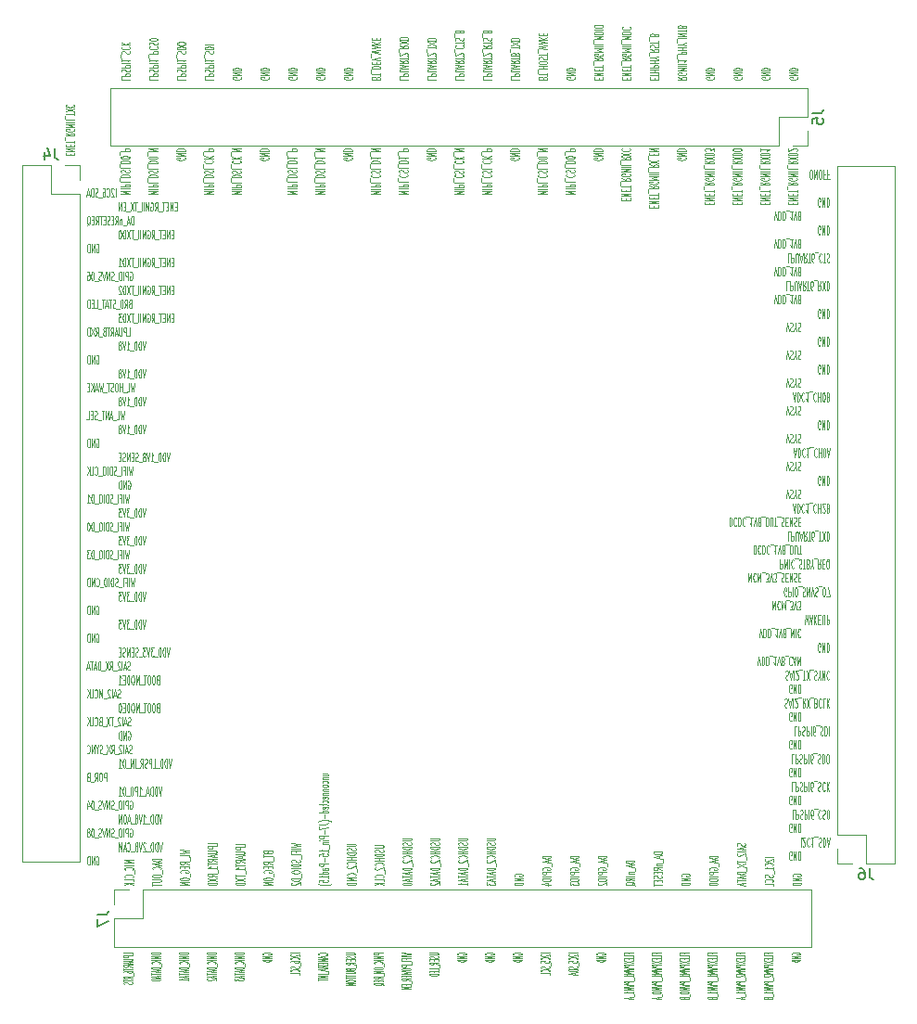
<source format=gbr>
%TF.GenerationSoftware,KiCad,Pcbnew,8.0.4*%
%TF.CreationDate,2024-08-06T12:26:23-05:00*%
%TF.ProjectId,PrintedCoralBoard,5072696e-7465-4644-936f-72616c426f61,rev?*%
%TF.SameCoordinates,Original*%
%TF.FileFunction,Legend,Bot*%
%TF.FilePolarity,Positive*%
%FSLAX46Y46*%
G04 Gerber Fmt 4.6, Leading zero omitted, Abs format (unit mm)*
G04 Created by KiCad (PCBNEW 8.0.4) date 2024-08-06 12:26:23*
%MOMM*%
%LPD*%
G01*
G04 APERTURE LIST*
%ADD10C,0.100000*%
%ADD11C,0.075000*%
%ADD12C,0.150000*%
%ADD13C,0.120000*%
G04 APERTURE END LIST*
D10*
X9685044Y-15588972D02*
X9685044Y-15455639D01*
X9271758Y-15398496D02*
X9271758Y-15588972D01*
X9271758Y-15588972D02*
X10060758Y-15588972D01*
X10060758Y-15588972D02*
X10060758Y-15398496D01*
X9271758Y-15227067D02*
X10060758Y-15227067D01*
X10060758Y-15227067D02*
X9271758Y-14998496D01*
X9271758Y-14998496D02*
X10060758Y-14998496D01*
X9685044Y-14808019D02*
X9685044Y-14674686D01*
X9271758Y-14617543D02*
X9271758Y-14808019D01*
X9271758Y-14808019D02*
X10060758Y-14808019D01*
X10060758Y-14808019D02*
X10060758Y-14617543D01*
X10060758Y-14503257D02*
X10060758Y-14274686D01*
X9271758Y-14388972D02*
X10060758Y-14388972D01*
X9196615Y-14236591D02*
X9196615Y-13931829D01*
X9271758Y-13608019D02*
X9647472Y-13741352D01*
X9271758Y-13836590D02*
X10060758Y-13836590D01*
X10060758Y-13836590D02*
X10060758Y-13684209D01*
X10060758Y-13684209D02*
X10023187Y-13646114D01*
X10023187Y-13646114D02*
X9985615Y-13627067D01*
X9985615Y-13627067D02*
X9910472Y-13608019D01*
X9910472Y-13608019D02*
X9797758Y-13608019D01*
X9797758Y-13608019D02*
X9722615Y-13627067D01*
X9722615Y-13627067D02*
X9685044Y-13646114D01*
X9685044Y-13646114D02*
X9647472Y-13684209D01*
X9647472Y-13684209D02*
X9647472Y-13836590D01*
X10023187Y-13227067D02*
X10060758Y-13265162D01*
X10060758Y-13265162D02*
X10060758Y-13322305D01*
X10060758Y-13322305D02*
X10023187Y-13379448D01*
X10023187Y-13379448D02*
X9948044Y-13417543D01*
X9948044Y-13417543D02*
X9872901Y-13436590D01*
X9872901Y-13436590D02*
X9722615Y-13455638D01*
X9722615Y-13455638D02*
X9609901Y-13455638D01*
X9609901Y-13455638D02*
X9459615Y-13436590D01*
X9459615Y-13436590D02*
X9384472Y-13417543D01*
X9384472Y-13417543D02*
X9309330Y-13379448D01*
X9309330Y-13379448D02*
X9271758Y-13322305D01*
X9271758Y-13322305D02*
X9271758Y-13284209D01*
X9271758Y-13284209D02*
X9309330Y-13227067D01*
X9309330Y-13227067D02*
X9346901Y-13208019D01*
X9346901Y-13208019D02*
X9609901Y-13208019D01*
X9609901Y-13208019D02*
X9609901Y-13284209D01*
X9271758Y-13036590D02*
X10060758Y-13036590D01*
X10060758Y-13036590D02*
X9497187Y-12903257D01*
X9497187Y-12903257D02*
X10060758Y-12769924D01*
X10060758Y-12769924D02*
X9271758Y-12769924D01*
X9271758Y-12579447D02*
X10060758Y-12579447D01*
X9271758Y-12388971D02*
X10060758Y-12388971D01*
X9196615Y-12293734D02*
X9196615Y-11988972D01*
X10060758Y-11950876D02*
X10060758Y-11722305D01*
X9271758Y-11836591D02*
X10060758Y-11836591D01*
X10060758Y-11627067D02*
X9271758Y-11360400D01*
X10060758Y-11360400D02*
X9271758Y-11627067D01*
X9346901Y-10979448D02*
X9309330Y-10998496D01*
X9309330Y-10998496D02*
X9271758Y-11055638D01*
X9271758Y-11055638D02*
X9271758Y-11093734D01*
X9271758Y-11093734D02*
X9309330Y-11150877D01*
X9309330Y-11150877D02*
X9384472Y-11188972D01*
X9384472Y-11188972D02*
X9459615Y-11208019D01*
X9459615Y-11208019D02*
X9609901Y-11227067D01*
X9609901Y-11227067D02*
X9722615Y-11227067D01*
X9722615Y-11227067D02*
X9872901Y-11208019D01*
X9872901Y-11208019D02*
X9948044Y-11188972D01*
X9948044Y-11188972D02*
X10023187Y-11150877D01*
X10023187Y-11150877D02*
X10060758Y-11093734D01*
X10060758Y-11093734D02*
X10060758Y-11055638D01*
X10060758Y-11055638D02*
X10023187Y-10998496D01*
X10023187Y-10998496D02*
X9985615Y-10979448D01*
D11*
X15337487Y-88563627D02*
X15337487Y-88420770D01*
X15337487Y-88420770D02*
X14548487Y-88420770D01*
X15337487Y-88663627D02*
X14548487Y-88663627D01*
X14548487Y-88663627D02*
X14548487Y-88777913D01*
X14548487Y-88777913D02*
X14586058Y-88806484D01*
X14586058Y-88806484D02*
X14623630Y-88820770D01*
X14623630Y-88820770D02*
X14698773Y-88835056D01*
X14698773Y-88835056D02*
X14811487Y-88835056D01*
X14811487Y-88835056D02*
X14886630Y-88820770D01*
X14886630Y-88820770D02*
X14924201Y-88806484D01*
X14924201Y-88806484D02*
X14961773Y-88777913D01*
X14961773Y-88777913D02*
X14961773Y-88663627D01*
X14548487Y-88963627D02*
X15187201Y-88963627D01*
X15187201Y-88963627D02*
X15262344Y-88977913D01*
X15262344Y-88977913D02*
X15299916Y-88992199D01*
X15299916Y-88992199D02*
X15337487Y-89020770D01*
X15337487Y-89020770D02*
X15337487Y-89077913D01*
X15337487Y-89077913D02*
X15299916Y-89106484D01*
X15299916Y-89106484D02*
X15262344Y-89120770D01*
X15262344Y-89120770D02*
X15187201Y-89135056D01*
X15187201Y-89135056D02*
X14548487Y-89135056D01*
X15112058Y-89263627D02*
X15112058Y-89406485D01*
X15337487Y-89235056D02*
X14548487Y-89335056D01*
X14548487Y-89335056D02*
X15337487Y-89435056D01*
X15337487Y-89706485D02*
X14961773Y-89606485D01*
X15337487Y-89535056D02*
X14548487Y-89535056D01*
X14548487Y-89535056D02*
X14548487Y-89649342D01*
X14548487Y-89649342D02*
X14586058Y-89677913D01*
X14586058Y-89677913D02*
X14623630Y-89692199D01*
X14623630Y-89692199D02*
X14698773Y-89706485D01*
X14698773Y-89706485D02*
X14811487Y-89706485D01*
X14811487Y-89706485D02*
X14886630Y-89692199D01*
X14886630Y-89692199D02*
X14924201Y-89677913D01*
X14924201Y-89677913D02*
X14961773Y-89649342D01*
X14961773Y-89649342D02*
X14961773Y-89535056D01*
X14548487Y-89792199D02*
X14548487Y-89963628D01*
X15337487Y-89877913D02*
X14548487Y-89877913D01*
X14548487Y-90192199D02*
X14548487Y-90135056D01*
X14548487Y-90135056D02*
X14586058Y-90106484D01*
X14586058Y-90106484D02*
X14623630Y-90092199D01*
X14623630Y-90092199D02*
X14736344Y-90063627D01*
X14736344Y-90063627D02*
X14886630Y-90049341D01*
X14886630Y-90049341D02*
X15187201Y-90049341D01*
X15187201Y-90049341D02*
X15262344Y-90063627D01*
X15262344Y-90063627D02*
X15299916Y-90077913D01*
X15299916Y-90077913D02*
X15337487Y-90106484D01*
X15337487Y-90106484D02*
X15337487Y-90163627D01*
X15337487Y-90163627D02*
X15299916Y-90192199D01*
X15299916Y-90192199D02*
X15262344Y-90206484D01*
X15262344Y-90206484D02*
X15187201Y-90220770D01*
X15187201Y-90220770D02*
X14999344Y-90220770D01*
X14999344Y-90220770D02*
X14924201Y-90206484D01*
X14924201Y-90206484D02*
X14886630Y-90192199D01*
X14886630Y-90192199D02*
X14849058Y-90163627D01*
X14849058Y-90163627D02*
X14849058Y-90106484D01*
X14849058Y-90106484D02*
X14886630Y-90077913D01*
X14886630Y-90077913D02*
X14924201Y-90063627D01*
X14924201Y-90063627D02*
X14999344Y-90049341D01*
X15412630Y-90277913D02*
X15412630Y-90506484D01*
X15337487Y-90749341D02*
X14961773Y-90649341D01*
X15337487Y-90577912D02*
X14548487Y-90577912D01*
X14548487Y-90577912D02*
X14548487Y-90692198D01*
X14548487Y-90692198D02*
X14586058Y-90720769D01*
X14586058Y-90720769D02*
X14623630Y-90735055D01*
X14623630Y-90735055D02*
X14698773Y-90749341D01*
X14698773Y-90749341D02*
X14811487Y-90749341D01*
X14811487Y-90749341D02*
X14886630Y-90735055D01*
X14886630Y-90735055D02*
X14924201Y-90720769D01*
X14924201Y-90720769D02*
X14961773Y-90692198D01*
X14961773Y-90692198D02*
X14961773Y-90577912D01*
X14548487Y-90835055D02*
X14548487Y-91006484D01*
X15337487Y-90920769D02*
X14548487Y-90920769D01*
X15299916Y-91092197D02*
X15337487Y-91135055D01*
X15337487Y-91135055D02*
X15337487Y-91206483D01*
X15337487Y-91206483D02*
X15299916Y-91235055D01*
X15299916Y-91235055D02*
X15262344Y-91249340D01*
X15262344Y-91249340D02*
X15187201Y-91263626D01*
X15187201Y-91263626D02*
X15112058Y-91263626D01*
X15112058Y-91263626D02*
X15036916Y-91249340D01*
X15036916Y-91249340D02*
X14999344Y-91235055D01*
X14999344Y-91235055D02*
X14961773Y-91206483D01*
X14961773Y-91206483D02*
X14924201Y-91149340D01*
X14924201Y-91149340D02*
X14886630Y-91120769D01*
X14886630Y-91120769D02*
X14849058Y-91106483D01*
X14849058Y-91106483D02*
X14773916Y-91092197D01*
X14773916Y-91092197D02*
X14698773Y-91092197D01*
X14698773Y-91092197D02*
X14623630Y-91106483D01*
X14623630Y-91106483D02*
X14586058Y-91120769D01*
X14586058Y-91120769D02*
X14548487Y-91149340D01*
X14548487Y-91149340D02*
X14548487Y-91220769D01*
X14548487Y-91220769D02*
X14586058Y-91263626D01*
X17877979Y-88420770D02*
X17088979Y-88420770D01*
X17088979Y-88420770D02*
X17088979Y-88492199D01*
X17088979Y-88492199D02*
X17126550Y-88535056D01*
X17126550Y-88535056D02*
X17201693Y-88563627D01*
X17201693Y-88563627D02*
X17276836Y-88577913D01*
X17276836Y-88577913D02*
X17427122Y-88592199D01*
X17427122Y-88592199D02*
X17539836Y-88592199D01*
X17539836Y-88592199D02*
X17690122Y-88577913D01*
X17690122Y-88577913D02*
X17765265Y-88563627D01*
X17765265Y-88563627D02*
X17840408Y-88535056D01*
X17840408Y-88535056D02*
X17877979Y-88492199D01*
X17877979Y-88492199D02*
X17877979Y-88420770D01*
X17877979Y-88720770D02*
X17088979Y-88720770D01*
X17088979Y-88720770D02*
X17652550Y-88820770D01*
X17652550Y-88820770D02*
X17088979Y-88920770D01*
X17088979Y-88920770D02*
X17877979Y-88920770D01*
X17877979Y-89063627D02*
X17088979Y-89063627D01*
X17802836Y-89377913D02*
X17840408Y-89363627D01*
X17840408Y-89363627D02*
X17877979Y-89320770D01*
X17877979Y-89320770D02*
X17877979Y-89292198D01*
X17877979Y-89292198D02*
X17840408Y-89249341D01*
X17840408Y-89249341D02*
X17765265Y-89220770D01*
X17765265Y-89220770D02*
X17690122Y-89206484D01*
X17690122Y-89206484D02*
X17539836Y-89192198D01*
X17539836Y-89192198D02*
X17427122Y-89192198D01*
X17427122Y-89192198D02*
X17276836Y-89206484D01*
X17276836Y-89206484D02*
X17201693Y-89220770D01*
X17201693Y-89220770D02*
X17126550Y-89249341D01*
X17126550Y-89249341D02*
X17088979Y-89292198D01*
X17088979Y-89292198D02*
X17088979Y-89320770D01*
X17088979Y-89320770D02*
X17126550Y-89363627D01*
X17126550Y-89363627D02*
X17164122Y-89377913D01*
X17953122Y-89435056D02*
X17953122Y-89663627D01*
X17877979Y-89735055D02*
X17088979Y-89735055D01*
X17088979Y-89735055D02*
X17088979Y-89806484D01*
X17088979Y-89806484D02*
X17126550Y-89849341D01*
X17126550Y-89849341D02*
X17201693Y-89877912D01*
X17201693Y-89877912D02*
X17276836Y-89892198D01*
X17276836Y-89892198D02*
X17427122Y-89906484D01*
X17427122Y-89906484D02*
X17539836Y-89906484D01*
X17539836Y-89906484D02*
X17690122Y-89892198D01*
X17690122Y-89892198D02*
X17765265Y-89877912D01*
X17765265Y-89877912D02*
X17840408Y-89849341D01*
X17840408Y-89849341D02*
X17877979Y-89806484D01*
X17877979Y-89806484D02*
X17877979Y-89735055D01*
X17652550Y-90020769D02*
X17652550Y-90163627D01*
X17877979Y-89992198D02*
X17088979Y-90092198D01*
X17088979Y-90092198D02*
X17877979Y-90192198D01*
X17088979Y-90249341D02*
X17088979Y-90420770D01*
X17877979Y-90335055D02*
X17088979Y-90335055D01*
X17652550Y-90506483D02*
X17652550Y-90649341D01*
X17877979Y-90477912D02*
X17088979Y-90577912D01*
X17088979Y-90577912D02*
X17877979Y-90677912D01*
X17088979Y-90835055D02*
X17088979Y-90863626D01*
X17088979Y-90863626D02*
X17126550Y-90892198D01*
X17126550Y-90892198D02*
X17164122Y-90906484D01*
X17164122Y-90906484D02*
X17239265Y-90920769D01*
X17239265Y-90920769D02*
X17389550Y-90935055D01*
X17389550Y-90935055D02*
X17577408Y-90935055D01*
X17577408Y-90935055D02*
X17727693Y-90920769D01*
X17727693Y-90920769D02*
X17802836Y-90906484D01*
X17802836Y-90906484D02*
X17840408Y-90892198D01*
X17840408Y-90892198D02*
X17877979Y-90863626D01*
X17877979Y-90863626D02*
X17877979Y-90835055D01*
X17877979Y-90835055D02*
X17840408Y-90806484D01*
X17840408Y-90806484D02*
X17802836Y-90792198D01*
X17802836Y-90792198D02*
X17727693Y-90777912D01*
X17727693Y-90777912D02*
X17577408Y-90763626D01*
X17577408Y-90763626D02*
X17389550Y-90763626D01*
X17389550Y-90763626D02*
X17239265Y-90777912D01*
X17239265Y-90777912D02*
X17164122Y-90792198D01*
X17164122Y-90792198D02*
X17126550Y-90806484D01*
X17126550Y-90806484D02*
X17088979Y-90835055D01*
X20418471Y-88420770D02*
X19629471Y-88420770D01*
X19629471Y-88420770D02*
X19629471Y-88492199D01*
X19629471Y-88492199D02*
X19667042Y-88535056D01*
X19667042Y-88535056D02*
X19742185Y-88563627D01*
X19742185Y-88563627D02*
X19817328Y-88577913D01*
X19817328Y-88577913D02*
X19967614Y-88592199D01*
X19967614Y-88592199D02*
X20080328Y-88592199D01*
X20080328Y-88592199D02*
X20230614Y-88577913D01*
X20230614Y-88577913D02*
X20305757Y-88563627D01*
X20305757Y-88563627D02*
X20380900Y-88535056D01*
X20380900Y-88535056D02*
X20418471Y-88492199D01*
X20418471Y-88492199D02*
X20418471Y-88420770D01*
X20418471Y-88720770D02*
X19629471Y-88720770D01*
X19629471Y-88720770D02*
X20193042Y-88820770D01*
X20193042Y-88820770D02*
X19629471Y-88920770D01*
X19629471Y-88920770D02*
X20418471Y-88920770D01*
X20418471Y-89063627D02*
X19629471Y-89063627D01*
X20343328Y-89377913D02*
X20380900Y-89363627D01*
X20380900Y-89363627D02*
X20418471Y-89320770D01*
X20418471Y-89320770D02*
X20418471Y-89292198D01*
X20418471Y-89292198D02*
X20380900Y-89249341D01*
X20380900Y-89249341D02*
X20305757Y-89220770D01*
X20305757Y-89220770D02*
X20230614Y-89206484D01*
X20230614Y-89206484D02*
X20080328Y-89192198D01*
X20080328Y-89192198D02*
X19967614Y-89192198D01*
X19967614Y-89192198D02*
X19817328Y-89206484D01*
X19817328Y-89206484D02*
X19742185Y-89220770D01*
X19742185Y-89220770D02*
X19667042Y-89249341D01*
X19667042Y-89249341D02*
X19629471Y-89292198D01*
X19629471Y-89292198D02*
X19629471Y-89320770D01*
X19629471Y-89320770D02*
X19667042Y-89363627D01*
X19667042Y-89363627D02*
X19704614Y-89377913D01*
X20493614Y-89435056D02*
X20493614Y-89663627D01*
X20418471Y-89735055D02*
X19629471Y-89735055D01*
X19629471Y-89735055D02*
X19629471Y-89806484D01*
X19629471Y-89806484D02*
X19667042Y-89849341D01*
X19667042Y-89849341D02*
X19742185Y-89877912D01*
X19742185Y-89877912D02*
X19817328Y-89892198D01*
X19817328Y-89892198D02*
X19967614Y-89906484D01*
X19967614Y-89906484D02*
X20080328Y-89906484D01*
X20080328Y-89906484D02*
X20230614Y-89892198D01*
X20230614Y-89892198D02*
X20305757Y-89877912D01*
X20305757Y-89877912D02*
X20380900Y-89849341D01*
X20380900Y-89849341D02*
X20418471Y-89806484D01*
X20418471Y-89806484D02*
X20418471Y-89735055D01*
X20193042Y-90020769D02*
X20193042Y-90163627D01*
X20418471Y-89992198D02*
X19629471Y-90092198D01*
X19629471Y-90092198D02*
X20418471Y-90192198D01*
X19629471Y-90249341D02*
X19629471Y-90420770D01*
X20418471Y-90335055D02*
X19629471Y-90335055D01*
X20193042Y-90506483D02*
X20193042Y-90649341D01*
X20418471Y-90477912D02*
X19629471Y-90577912D01*
X19629471Y-90577912D02*
X20418471Y-90677912D01*
X20418471Y-90935055D02*
X20418471Y-90763626D01*
X20418471Y-90849341D02*
X19629471Y-90849341D01*
X19629471Y-90849341D02*
X19742185Y-90820769D01*
X19742185Y-90820769D02*
X19817328Y-90792198D01*
X19817328Y-90792198D02*
X19854900Y-90763626D01*
X22958963Y-88420770D02*
X22169963Y-88420770D01*
X22169963Y-88420770D02*
X22169963Y-88492199D01*
X22169963Y-88492199D02*
X22207534Y-88535056D01*
X22207534Y-88535056D02*
X22282677Y-88563627D01*
X22282677Y-88563627D02*
X22357820Y-88577913D01*
X22357820Y-88577913D02*
X22508106Y-88592199D01*
X22508106Y-88592199D02*
X22620820Y-88592199D01*
X22620820Y-88592199D02*
X22771106Y-88577913D01*
X22771106Y-88577913D02*
X22846249Y-88563627D01*
X22846249Y-88563627D02*
X22921392Y-88535056D01*
X22921392Y-88535056D02*
X22958963Y-88492199D01*
X22958963Y-88492199D02*
X22958963Y-88420770D01*
X22958963Y-88720770D02*
X22169963Y-88720770D01*
X22169963Y-88720770D02*
X22733534Y-88820770D01*
X22733534Y-88820770D02*
X22169963Y-88920770D01*
X22169963Y-88920770D02*
X22958963Y-88920770D01*
X22958963Y-89063627D02*
X22169963Y-89063627D01*
X22883820Y-89377913D02*
X22921392Y-89363627D01*
X22921392Y-89363627D02*
X22958963Y-89320770D01*
X22958963Y-89320770D02*
X22958963Y-89292198D01*
X22958963Y-89292198D02*
X22921392Y-89249341D01*
X22921392Y-89249341D02*
X22846249Y-89220770D01*
X22846249Y-89220770D02*
X22771106Y-89206484D01*
X22771106Y-89206484D02*
X22620820Y-89192198D01*
X22620820Y-89192198D02*
X22508106Y-89192198D01*
X22508106Y-89192198D02*
X22357820Y-89206484D01*
X22357820Y-89206484D02*
X22282677Y-89220770D01*
X22282677Y-89220770D02*
X22207534Y-89249341D01*
X22207534Y-89249341D02*
X22169963Y-89292198D01*
X22169963Y-89292198D02*
X22169963Y-89320770D01*
X22169963Y-89320770D02*
X22207534Y-89363627D01*
X22207534Y-89363627D02*
X22245106Y-89377913D01*
X23034106Y-89435056D02*
X23034106Y-89663627D01*
X22958963Y-89735055D02*
X22169963Y-89735055D01*
X22169963Y-89735055D02*
X22169963Y-89806484D01*
X22169963Y-89806484D02*
X22207534Y-89849341D01*
X22207534Y-89849341D02*
X22282677Y-89877912D01*
X22282677Y-89877912D02*
X22357820Y-89892198D01*
X22357820Y-89892198D02*
X22508106Y-89906484D01*
X22508106Y-89906484D02*
X22620820Y-89906484D01*
X22620820Y-89906484D02*
X22771106Y-89892198D01*
X22771106Y-89892198D02*
X22846249Y-89877912D01*
X22846249Y-89877912D02*
X22921392Y-89849341D01*
X22921392Y-89849341D02*
X22958963Y-89806484D01*
X22958963Y-89806484D02*
X22958963Y-89735055D01*
X22733534Y-90020769D02*
X22733534Y-90163627D01*
X22958963Y-89992198D02*
X22169963Y-90092198D01*
X22169963Y-90092198D02*
X22958963Y-90192198D01*
X22169963Y-90249341D02*
X22169963Y-90420770D01*
X22958963Y-90335055D02*
X22169963Y-90335055D01*
X22733534Y-90506483D02*
X22733534Y-90649341D01*
X22958963Y-90477912D02*
X22169963Y-90577912D01*
X22169963Y-90577912D02*
X22958963Y-90677912D01*
X22245106Y-90763626D02*
X22207534Y-90777912D01*
X22207534Y-90777912D02*
X22169963Y-90806484D01*
X22169963Y-90806484D02*
X22169963Y-90877912D01*
X22169963Y-90877912D02*
X22207534Y-90906484D01*
X22207534Y-90906484D02*
X22245106Y-90920769D01*
X22245106Y-90920769D02*
X22320249Y-90935055D01*
X22320249Y-90935055D02*
X22395392Y-90935055D01*
X22395392Y-90935055D02*
X22508106Y-90920769D01*
X22508106Y-90920769D02*
X22958963Y-90749341D01*
X22958963Y-90749341D02*
X22958963Y-90935055D01*
X25499455Y-88420770D02*
X24710455Y-88420770D01*
X24710455Y-88420770D02*
X24710455Y-88492199D01*
X24710455Y-88492199D02*
X24748026Y-88535056D01*
X24748026Y-88535056D02*
X24823169Y-88563627D01*
X24823169Y-88563627D02*
X24898312Y-88577913D01*
X24898312Y-88577913D02*
X25048598Y-88592199D01*
X25048598Y-88592199D02*
X25161312Y-88592199D01*
X25161312Y-88592199D02*
X25311598Y-88577913D01*
X25311598Y-88577913D02*
X25386741Y-88563627D01*
X25386741Y-88563627D02*
X25461884Y-88535056D01*
X25461884Y-88535056D02*
X25499455Y-88492199D01*
X25499455Y-88492199D02*
X25499455Y-88420770D01*
X25499455Y-88720770D02*
X24710455Y-88720770D01*
X24710455Y-88720770D02*
X25274026Y-88820770D01*
X25274026Y-88820770D02*
X24710455Y-88920770D01*
X24710455Y-88920770D02*
X25499455Y-88920770D01*
X25499455Y-89063627D02*
X24710455Y-89063627D01*
X25424312Y-89377913D02*
X25461884Y-89363627D01*
X25461884Y-89363627D02*
X25499455Y-89320770D01*
X25499455Y-89320770D02*
X25499455Y-89292198D01*
X25499455Y-89292198D02*
X25461884Y-89249341D01*
X25461884Y-89249341D02*
X25386741Y-89220770D01*
X25386741Y-89220770D02*
X25311598Y-89206484D01*
X25311598Y-89206484D02*
X25161312Y-89192198D01*
X25161312Y-89192198D02*
X25048598Y-89192198D01*
X25048598Y-89192198D02*
X24898312Y-89206484D01*
X24898312Y-89206484D02*
X24823169Y-89220770D01*
X24823169Y-89220770D02*
X24748026Y-89249341D01*
X24748026Y-89249341D02*
X24710455Y-89292198D01*
X24710455Y-89292198D02*
X24710455Y-89320770D01*
X24710455Y-89320770D02*
X24748026Y-89363627D01*
X24748026Y-89363627D02*
X24785598Y-89377913D01*
X25574598Y-89435056D02*
X25574598Y-89663627D01*
X25499455Y-89735055D02*
X24710455Y-89735055D01*
X24710455Y-89735055D02*
X24710455Y-89806484D01*
X24710455Y-89806484D02*
X24748026Y-89849341D01*
X24748026Y-89849341D02*
X24823169Y-89877912D01*
X24823169Y-89877912D02*
X24898312Y-89892198D01*
X24898312Y-89892198D02*
X25048598Y-89906484D01*
X25048598Y-89906484D02*
X25161312Y-89906484D01*
X25161312Y-89906484D02*
X25311598Y-89892198D01*
X25311598Y-89892198D02*
X25386741Y-89877912D01*
X25386741Y-89877912D02*
X25461884Y-89849341D01*
X25461884Y-89849341D02*
X25499455Y-89806484D01*
X25499455Y-89806484D02*
X25499455Y-89735055D01*
X25274026Y-90020769D02*
X25274026Y-90163627D01*
X25499455Y-89992198D02*
X24710455Y-90092198D01*
X24710455Y-90092198D02*
X25499455Y-90192198D01*
X24710455Y-90249341D02*
X24710455Y-90420770D01*
X25499455Y-90335055D02*
X24710455Y-90335055D01*
X25274026Y-90506483D02*
X25274026Y-90649341D01*
X25499455Y-90477912D02*
X24710455Y-90577912D01*
X24710455Y-90577912D02*
X25499455Y-90677912D01*
X24710455Y-90749341D02*
X24710455Y-90935055D01*
X24710455Y-90935055D02*
X25011026Y-90835055D01*
X25011026Y-90835055D02*
X25011026Y-90877912D01*
X25011026Y-90877912D02*
X25048598Y-90906484D01*
X25048598Y-90906484D02*
X25086169Y-90920769D01*
X25086169Y-90920769D02*
X25161312Y-90935055D01*
X25161312Y-90935055D02*
X25349169Y-90935055D01*
X25349169Y-90935055D02*
X25424312Y-90920769D01*
X25424312Y-90920769D02*
X25461884Y-90906484D01*
X25461884Y-90906484D02*
X25499455Y-90877912D01*
X25499455Y-90877912D02*
X25499455Y-90792198D01*
X25499455Y-90792198D02*
X25461884Y-90763626D01*
X25461884Y-90763626D02*
X25424312Y-90749341D01*
X27288518Y-88577913D02*
X27250947Y-88549342D01*
X27250947Y-88549342D02*
X27250947Y-88506484D01*
X27250947Y-88506484D02*
X27288518Y-88463627D01*
X27288518Y-88463627D02*
X27363661Y-88435056D01*
X27363661Y-88435056D02*
X27438804Y-88420770D01*
X27438804Y-88420770D02*
X27589090Y-88406484D01*
X27589090Y-88406484D02*
X27701804Y-88406484D01*
X27701804Y-88406484D02*
X27852090Y-88420770D01*
X27852090Y-88420770D02*
X27927233Y-88435056D01*
X27927233Y-88435056D02*
X28002376Y-88463627D01*
X28002376Y-88463627D02*
X28039947Y-88506484D01*
X28039947Y-88506484D02*
X28039947Y-88535056D01*
X28039947Y-88535056D02*
X28002376Y-88577913D01*
X28002376Y-88577913D02*
X27964804Y-88592199D01*
X27964804Y-88592199D02*
X27701804Y-88592199D01*
X27701804Y-88592199D02*
X27701804Y-88535056D01*
X28039947Y-88720770D02*
X27250947Y-88720770D01*
X27250947Y-88720770D02*
X28039947Y-88892199D01*
X28039947Y-88892199D02*
X27250947Y-88892199D01*
X28039947Y-89035056D02*
X27250947Y-89035056D01*
X27250947Y-89035056D02*
X27250947Y-89106485D01*
X27250947Y-89106485D02*
X27288518Y-89149342D01*
X27288518Y-89149342D02*
X27363661Y-89177913D01*
X27363661Y-89177913D02*
X27438804Y-89192199D01*
X27438804Y-89192199D02*
X27589090Y-89206485D01*
X27589090Y-89206485D02*
X27701804Y-89206485D01*
X27701804Y-89206485D02*
X27852090Y-89192199D01*
X27852090Y-89192199D02*
X27927233Y-89177913D01*
X27927233Y-89177913D02*
X28002376Y-89149342D01*
X28002376Y-89149342D02*
X28039947Y-89106485D01*
X28039947Y-89106485D02*
X28039947Y-89035056D01*
X30580439Y-88420770D02*
X29791439Y-88420770D01*
X29866582Y-88549341D02*
X29829010Y-88563627D01*
X29829010Y-88563627D02*
X29791439Y-88592199D01*
X29791439Y-88592199D02*
X29791439Y-88663627D01*
X29791439Y-88663627D02*
X29829010Y-88692199D01*
X29829010Y-88692199D02*
X29866582Y-88706484D01*
X29866582Y-88706484D02*
X29941725Y-88720770D01*
X29941725Y-88720770D02*
X30016868Y-88720770D01*
X30016868Y-88720770D02*
X30129582Y-88706484D01*
X30129582Y-88706484D02*
X30580439Y-88535056D01*
X30580439Y-88535056D02*
X30580439Y-88720770D01*
X30505296Y-89020770D02*
X30542868Y-89006484D01*
X30542868Y-89006484D02*
X30580439Y-88963627D01*
X30580439Y-88963627D02*
X30580439Y-88935055D01*
X30580439Y-88935055D02*
X30542868Y-88892198D01*
X30542868Y-88892198D02*
X30467725Y-88863627D01*
X30467725Y-88863627D02*
X30392582Y-88849341D01*
X30392582Y-88849341D02*
X30242296Y-88835055D01*
X30242296Y-88835055D02*
X30129582Y-88835055D01*
X30129582Y-88835055D02*
X29979296Y-88849341D01*
X29979296Y-88849341D02*
X29904153Y-88863627D01*
X29904153Y-88863627D02*
X29829010Y-88892198D01*
X29829010Y-88892198D02*
X29791439Y-88935055D01*
X29791439Y-88935055D02*
X29791439Y-88963627D01*
X29791439Y-88963627D02*
X29829010Y-89006484D01*
X29829010Y-89006484D02*
X29866582Y-89020770D01*
X29791439Y-89277913D02*
X29791439Y-89220770D01*
X29791439Y-89220770D02*
X29829010Y-89192198D01*
X29829010Y-89192198D02*
X29866582Y-89177913D01*
X29866582Y-89177913D02*
X29979296Y-89149341D01*
X29979296Y-89149341D02*
X30129582Y-89135055D01*
X30129582Y-89135055D02*
X30430153Y-89135055D01*
X30430153Y-89135055D02*
X30505296Y-89149341D01*
X30505296Y-89149341D02*
X30542868Y-89163627D01*
X30542868Y-89163627D02*
X30580439Y-89192198D01*
X30580439Y-89192198D02*
X30580439Y-89249341D01*
X30580439Y-89249341D02*
X30542868Y-89277913D01*
X30542868Y-89277913D02*
X30505296Y-89292198D01*
X30505296Y-89292198D02*
X30430153Y-89306484D01*
X30430153Y-89306484D02*
X30242296Y-89306484D01*
X30242296Y-89306484D02*
X30167153Y-89292198D01*
X30167153Y-89292198D02*
X30129582Y-89277913D01*
X30129582Y-89277913D02*
X30092010Y-89249341D01*
X30092010Y-89249341D02*
X30092010Y-89192198D01*
X30092010Y-89192198D02*
X30129582Y-89163627D01*
X30129582Y-89163627D02*
X30167153Y-89149341D01*
X30167153Y-89149341D02*
X30242296Y-89135055D01*
X30655582Y-89363627D02*
X30655582Y-89592198D01*
X30542868Y-89649340D02*
X30580439Y-89692198D01*
X30580439Y-89692198D02*
X30580439Y-89763626D01*
X30580439Y-89763626D02*
X30542868Y-89792198D01*
X30542868Y-89792198D02*
X30505296Y-89806483D01*
X30505296Y-89806483D02*
X30430153Y-89820769D01*
X30430153Y-89820769D02*
X30355010Y-89820769D01*
X30355010Y-89820769D02*
X30279868Y-89806483D01*
X30279868Y-89806483D02*
X30242296Y-89792198D01*
X30242296Y-89792198D02*
X30204725Y-89763626D01*
X30204725Y-89763626D02*
X30167153Y-89706483D01*
X30167153Y-89706483D02*
X30129582Y-89677912D01*
X30129582Y-89677912D02*
X30092010Y-89663626D01*
X30092010Y-89663626D02*
X30016868Y-89649340D01*
X30016868Y-89649340D02*
X29941725Y-89649340D01*
X29941725Y-89649340D02*
X29866582Y-89663626D01*
X29866582Y-89663626D02*
X29829010Y-89677912D01*
X29829010Y-89677912D02*
X29791439Y-89706483D01*
X29791439Y-89706483D02*
X29791439Y-89777912D01*
X29791439Y-89777912D02*
X29829010Y-89820769D01*
X30505296Y-90120769D02*
X30542868Y-90106483D01*
X30542868Y-90106483D02*
X30580439Y-90063626D01*
X30580439Y-90063626D02*
X30580439Y-90035054D01*
X30580439Y-90035054D02*
X30542868Y-89992197D01*
X30542868Y-89992197D02*
X30467725Y-89963626D01*
X30467725Y-89963626D02*
X30392582Y-89949340D01*
X30392582Y-89949340D02*
X30242296Y-89935054D01*
X30242296Y-89935054D02*
X30129582Y-89935054D01*
X30129582Y-89935054D02*
X29979296Y-89949340D01*
X29979296Y-89949340D02*
X29904153Y-89963626D01*
X29904153Y-89963626D02*
X29829010Y-89992197D01*
X29829010Y-89992197D02*
X29791439Y-90035054D01*
X29791439Y-90035054D02*
X29791439Y-90063626D01*
X29791439Y-90063626D02*
X29829010Y-90106483D01*
X29829010Y-90106483D02*
X29866582Y-90120769D01*
X30580439Y-90392197D02*
X30580439Y-90249340D01*
X30580439Y-90249340D02*
X29791439Y-90249340D01*
X33045788Y-88592199D02*
X33083360Y-88577913D01*
X33083360Y-88577913D02*
X33120931Y-88535056D01*
X33120931Y-88535056D02*
X33120931Y-88506484D01*
X33120931Y-88506484D02*
X33083360Y-88463627D01*
X33083360Y-88463627D02*
X33008217Y-88435056D01*
X33008217Y-88435056D02*
X32933074Y-88420770D01*
X32933074Y-88420770D02*
X32782788Y-88406484D01*
X32782788Y-88406484D02*
X32670074Y-88406484D01*
X32670074Y-88406484D02*
X32519788Y-88420770D01*
X32519788Y-88420770D02*
X32444645Y-88435056D01*
X32444645Y-88435056D02*
X32369502Y-88463627D01*
X32369502Y-88463627D02*
X32331931Y-88506484D01*
X32331931Y-88506484D02*
X32331931Y-88535056D01*
X32331931Y-88535056D02*
X32369502Y-88577913D01*
X32369502Y-88577913D02*
X32407074Y-88592199D01*
X32895502Y-88706484D02*
X32895502Y-88849342D01*
X33120931Y-88677913D02*
X32331931Y-88777913D01*
X32331931Y-88777913D02*
X33120931Y-88877913D01*
X33120931Y-88977913D02*
X32331931Y-88977913D01*
X32331931Y-88977913D02*
X32895502Y-89077913D01*
X32895502Y-89077913D02*
X32331931Y-89177913D01*
X32331931Y-89177913D02*
X33120931Y-89177913D01*
X32707645Y-89320770D02*
X32707645Y-89420770D01*
X33120931Y-89463627D02*
X33120931Y-89320770D01*
X33120931Y-89320770D02*
X32331931Y-89320770D01*
X32331931Y-89320770D02*
X32331931Y-89463627D01*
X33120931Y-89763628D02*
X32745217Y-89663628D01*
X33120931Y-89592199D02*
X32331931Y-89592199D01*
X32331931Y-89592199D02*
X32331931Y-89706485D01*
X32331931Y-89706485D02*
X32369502Y-89735056D01*
X32369502Y-89735056D02*
X32407074Y-89749342D01*
X32407074Y-89749342D02*
X32482217Y-89763628D01*
X32482217Y-89763628D02*
X32594931Y-89763628D01*
X32594931Y-89763628D02*
X32670074Y-89749342D01*
X32670074Y-89749342D02*
X32707645Y-89735056D01*
X32707645Y-89735056D02*
X32745217Y-89706485D01*
X32745217Y-89706485D02*
X32745217Y-89592199D01*
X32895502Y-89877913D02*
X32895502Y-90020771D01*
X33120931Y-89849342D02*
X32331931Y-89949342D01*
X32331931Y-89949342D02*
X33120931Y-90049342D01*
X33196074Y-90077914D02*
X33196074Y-90306485D01*
X33120931Y-90377913D02*
X32331931Y-90377913D01*
X33120931Y-90520770D02*
X32331931Y-90520770D01*
X32331931Y-90520770D02*
X33120931Y-90692199D01*
X33120931Y-90692199D02*
X32331931Y-90692199D01*
X32331931Y-90792199D02*
X32331931Y-90963628D01*
X33120931Y-90877913D02*
X32331931Y-90877913D01*
X34872423Y-88420770D02*
X35511137Y-88420770D01*
X35511137Y-88420770D02*
X35586280Y-88435056D01*
X35586280Y-88435056D02*
X35623852Y-88449342D01*
X35623852Y-88449342D02*
X35661423Y-88477913D01*
X35661423Y-88477913D02*
X35661423Y-88535056D01*
X35661423Y-88535056D02*
X35623852Y-88563627D01*
X35623852Y-88563627D02*
X35586280Y-88577913D01*
X35586280Y-88577913D02*
X35511137Y-88592199D01*
X35511137Y-88592199D02*
X34872423Y-88592199D01*
X35623852Y-88720770D02*
X35661423Y-88763628D01*
X35661423Y-88763628D02*
X35661423Y-88835056D01*
X35661423Y-88835056D02*
X35623852Y-88863628D01*
X35623852Y-88863628D02*
X35586280Y-88877913D01*
X35586280Y-88877913D02*
X35511137Y-88892199D01*
X35511137Y-88892199D02*
X35435994Y-88892199D01*
X35435994Y-88892199D02*
X35360852Y-88877913D01*
X35360852Y-88877913D02*
X35323280Y-88863628D01*
X35323280Y-88863628D02*
X35285709Y-88835056D01*
X35285709Y-88835056D02*
X35248137Y-88777913D01*
X35248137Y-88777913D02*
X35210566Y-88749342D01*
X35210566Y-88749342D02*
X35172994Y-88735056D01*
X35172994Y-88735056D02*
X35097852Y-88720770D01*
X35097852Y-88720770D02*
X35022709Y-88720770D01*
X35022709Y-88720770D02*
X34947566Y-88735056D01*
X34947566Y-88735056D02*
X34909994Y-88749342D01*
X34909994Y-88749342D02*
X34872423Y-88777913D01*
X34872423Y-88777913D02*
X34872423Y-88849342D01*
X34872423Y-88849342D02*
X34909994Y-88892199D01*
X35248137Y-89020770D02*
X35248137Y-89120770D01*
X35661423Y-89163627D02*
X35661423Y-89020770D01*
X35661423Y-89020770D02*
X34872423Y-89020770D01*
X34872423Y-89020770D02*
X34872423Y-89163627D01*
X35661423Y-89463628D02*
X35285709Y-89363628D01*
X35661423Y-89292199D02*
X34872423Y-89292199D01*
X34872423Y-89292199D02*
X34872423Y-89406485D01*
X34872423Y-89406485D02*
X34909994Y-89435056D01*
X34909994Y-89435056D02*
X34947566Y-89449342D01*
X34947566Y-89449342D02*
X35022709Y-89463628D01*
X35022709Y-89463628D02*
X35135423Y-89463628D01*
X35135423Y-89463628D02*
X35210566Y-89449342D01*
X35210566Y-89449342D02*
X35248137Y-89435056D01*
X35248137Y-89435056D02*
X35285709Y-89406485D01*
X35285709Y-89406485D02*
X35285709Y-89292199D01*
X35736566Y-89520771D02*
X35736566Y-89749342D01*
X35248137Y-89920770D02*
X35285709Y-89963627D01*
X35285709Y-89963627D02*
X35323280Y-89977913D01*
X35323280Y-89977913D02*
X35398423Y-89992199D01*
X35398423Y-89992199D02*
X35511137Y-89992199D01*
X35511137Y-89992199D02*
X35586280Y-89977913D01*
X35586280Y-89977913D02*
X35623852Y-89963627D01*
X35623852Y-89963627D02*
X35661423Y-89935056D01*
X35661423Y-89935056D02*
X35661423Y-89820770D01*
X35661423Y-89820770D02*
X34872423Y-89820770D01*
X34872423Y-89820770D02*
X34872423Y-89920770D01*
X34872423Y-89920770D02*
X34909994Y-89949342D01*
X34909994Y-89949342D02*
X34947566Y-89963627D01*
X34947566Y-89963627D02*
X35022709Y-89977913D01*
X35022709Y-89977913D02*
X35097852Y-89977913D01*
X35097852Y-89977913D02*
X35172994Y-89963627D01*
X35172994Y-89963627D02*
X35210566Y-89949342D01*
X35210566Y-89949342D02*
X35248137Y-89920770D01*
X35248137Y-89920770D02*
X35248137Y-89820770D01*
X34872423Y-90120770D02*
X35511137Y-90120770D01*
X35511137Y-90120770D02*
X35586280Y-90135056D01*
X35586280Y-90135056D02*
X35623852Y-90149342D01*
X35623852Y-90149342D02*
X35661423Y-90177913D01*
X35661423Y-90177913D02*
X35661423Y-90235056D01*
X35661423Y-90235056D02*
X35623852Y-90263627D01*
X35623852Y-90263627D02*
X35586280Y-90277913D01*
X35586280Y-90277913D02*
X35511137Y-90292199D01*
X35511137Y-90292199D02*
X34872423Y-90292199D01*
X34872423Y-90392199D02*
X34872423Y-90563628D01*
X35661423Y-90477913D02*
X34872423Y-90477913D01*
X34872423Y-90620770D02*
X34872423Y-90792199D01*
X35661423Y-90706484D02*
X34872423Y-90706484D01*
X34872423Y-90949341D02*
X34872423Y-91006484D01*
X34872423Y-91006484D02*
X34909994Y-91035055D01*
X34909994Y-91035055D02*
X34985137Y-91063627D01*
X34985137Y-91063627D02*
X35135423Y-91077912D01*
X35135423Y-91077912D02*
X35398423Y-91077912D01*
X35398423Y-91077912D02*
X35548709Y-91063627D01*
X35548709Y-91063627D02*
X35623852Y-91035055D01*
X35623852Y-91035055D02*
X35661423Y-91006484D01*
X35661423Y-91006484D02*
X35661423Y-90949341D01*
X35661423Y-90949341D02*
X35623852Y-90920770D01*
X35623852Y-90920770D02*
X35548709Y-90892198D01*
X35548709Y-90892198D02*
X35398423Y-90877912D01*
X35398423Y-90877912D02*
X35135423Y-90877912D01*
X35135423Y-90877912D02*
X34985137Y-90892198D01*
X34985137Y-90892198D02*
X34909994Y-90920770D01*
X34909994Y-90920770D02*
X34872423Y-90949341D01*
X35661423Y-91206484D02*
X34872423Y-91206484D01*
X34872423Y-91206484D02*
X35661423Y-91377913D01*
X35661423Y-91377913D02*
X34872423Y-91377913D01*
X38201915Y-88420770D02*
X37412915Y-88420770D01*
X37412915Y-88420770D02*
X37412915Y-88535056D01*
X37412915Y-88535056D02*
X37450486Y-88563627D01*
X37450486Y-88563627D02*
X37488058Y-88577913D01*
X37488058Y-88577913D02*
X37563201Y-88592199D01*
X37563201Y-88592199D02*
X37675915Y-88592199D01*
X37675915Y-88592199D02*
X37751058Y-88577913D01*
X37751058Y-88577913D02*
X37788629Y-88563627D01*
X37788629Y-88563627D02*
X37826201Y-88535056D01*
X37826201Y-88535056D02*
X37826201Y-88420770D01*
X38201915Y-88720770D02*
X37412915Y-88720770D01*
X37412915Y-88720770D02*
X37976486Y-88820770D01*
X37976486Y-88820770D02*
X37412915Y-88920770D01*
X37412915Y-88920770D02*
X38201915Y-88920770D01*
X38201915Y-89063627D02*
X37412915Y-89063627D01*
X38126772Y-89377913D02*
X38164344Y-89363627D01*
X38164344Y-89363627D02*
X38201915Y-89320770D01*
X38201915Y-89320770D02*
X38201915Y-89292198D01*
X38201915Y-89292198D02*
X38164344Y-89249341D01*
X38164344Y-89249341D02*
X38089201Y-89220770D01*
X38089201Y-89220770D02*
X38014058Y-89206484D01*
X38014058Y-89206484D02*
X37863772Y-89192198D01*
X37863772Y-89192198D02*
X37751058Y-89192198D01*
X37751058Y-89192198D02*
X37600772Y-89206484D01*
X37600772Y-89206484D02*
X37525629Y-89220770D01*
X37525629Y-89220770D02*
X37450486Y-89249341D01*
X37450486Y-89249341D02*
X37412915Y-89292198D01*
X37412915Y-89292198D02*
X37412915Y-89320770D01*
X37412915Y-89320770D02*
X37450486Y-89363627D01*
X37450486Y-89363627D02*
X37488058Y-89377913D01*
X38277058Y-89435056D02*
X38277058Y-89663627D01*
X37412915Y-89792198D02*
X37412915Y-89849341D01*
X37412915Y-89849341D02*
X37450486Y-89877912D01*
X37450486Y-89877912D02*
X37525629Y-89906484D01*
X37525629Y-89906484D02*
X37675915Y-89920769D01*
X37675915Y-89920769D02*
X37938915Y-89920769D01*
X37938915Y-89920769D02*
X38089201Y-89906484D01*
X38089201Y-89906484D02*
X38164344Y-89877912D01*
X38164344Y-89877912D02*
X38201915Y-89849341D01*
X38201915Y-89849341D02*
X38201915Y-89792198D01*
X38201915Y-89792198D02*
X38164344Y-89763627D01*
X38164344Y-89763627D02*
X38089201Y-89735055D01*
X38089201Y-89735055D02*
X37938915Y-89720769D01*
X37938915Y-89720769D02*
X37675915Y-89720769D01*
X37675915Y-89720769D02*
X37525629Y-89735055D01*
X37525629Y-89735055D02*
X37450486Y-89763627D01*
X37450486Y-89763627D02*
X37412915Y-89792198D01*
X38201915Y-90049341D02*
X37412915Y-90049341D01*
X37412915Y-90049341D02*
X38201915Y-90220770D01*
X38201915Y-90220770D02*
X37412915Y-90220770D01*
X38277058Y-90292199D02*
X38277058Y-90520770D01*
X38201915Y-90763627D02*
X37826201Y-90663627D01*
X38201915Y-90592198D02*
X37412915Y-90592198D01*
X37412915Y-90592198D02*
X37412915Y-90706484D01*
X37412915Y-90706484D02*
X37450486Y-90735055D01*
X37450486Y-90735055D02*
X37488058Y-90749341D01*
X37488058Y-90749341D02*
X37563201Y-90763627D01*
X37563201Y-90763627D02*
X37675915Y-90763627D01*
X37675915Y-90763627D02*
X37751058Y-90749341D01*
X37751058Y-90749341D02*
X37788629Y-90735055D01*
X37788629Y-90735055D02*
X37826201Y-90706484D01*
X37826201Y-90706484D02*
X37826201Y-90592198D01*
X37788629Y-90892198D02*
X37788629Y-90992198D01*
X38201915Y-91035055D02*
X38201915Y-90892198D01*
X38201915Y-90892198D02*
X37412915Y-90892198D01*
X37412915Y-90892198D02*
X37412915Y-91035055D01*
X38277058Y-91363627D02*
X38239486Y-91335056D01*
X38239486Y-91335056D02*
X38164344Y-91306484D01*
X38164344Y-91306484D02*
X38051629Y-91263627D01*
X38051629Y-91263627D02*
X38014058Y-91235056D01*
X38014058Y-91235056D02*
X38014058Y-91206484D01*
X38201915Y-91220770D02*
X38164344Y-91192199D01*
X38164344Y-91192199D02*
X38089201Y-91163627D01*
X38089201Y-91163627D02*
X37938915Y-91149341D01*
X37938915Y-91149341D02*
X37675915Y-91149341D01*
X37675915Y-91149341D02*
X37525629Y-91163627D01*
X37525629Y-91163627D02*
X37450486Y-91192199D01*
X37450486Y-91192199D02*
X37412915Y-91220770D01*
X37412915Y-91220770D02*
X37412915Y-91277913D01*
X37412915Y-91277913D02*
X37450486Y-91306484D01*
X37450486Y-91306484D02*
X37525629Y-91335056D01*
X37525629Y-91335056D02*
X37675915Y-91349341D01*
X37675915Y-91349341D02*
X37938915Y-91349341D01*
X37938915Y-91349341D02*
X38089201Y-91335056D01*
X38089201Y-91335056D02*
X38164344Y-91306484D01*
X38164344Y-91306484D02*
X38201915Y-91277913D01*
X38201915Y-91277913D02*
X38201915Y-91220770D01*
X39953407Y-88392199D02*
X40742407Y-88463627D01*
X40742407Y-88463627D02*
X40178836Y-88520770D01*
X40178836Y-88520770D02*
X40742407Y-88577913D01*
X40742407Y-88577913D02*
X39953407Y-88649342D01*
X40742407Y-88763627D02*
X39953407Y-88763627D01*
X40329121Y-89006484D02*
X40329121Y-88906484D01*
X40742407Y-88906484D02*
X39953407Y-88906484D01*
X39953407Y-88906484D02*
X39953407Y-89049341D01*
X40742407Y-89163627D02*
X39953407Y-89163627D01*
X40817550Y-89235056D02*
X40817550Y-89463627D01*
X40742407Y-89535055D02*
X39953407Y-89535055D01*
X39953407Y-89535055D02*
X39953407Y-89649341D01*
X39953407Y-89649341D02*
X39990978Y-89677912D01*
X39990978Y-89677912D02*
X40028550Y-89692198D01*
X40028550Y-89692198D02*
X40103693Y-89706484D01*
X40103693Y-89706484D02*
X40216407Y-89706484D01*
X40216407Y-89706484D02*
X40291550Y-89692198D01*
X40291550Y-89692198D02*
X40329121Y-89677912D01*
X40329121Y-89677912D02*
X40366693Y-89649341D01*
X40366693Y-89649341D02*
X40366693Y-89535055D01*
X39953407Y-89892198D02*
X39953407Y-89949341D01*
X39953407Y-89949341D02*
X39990978Y-89977912D01*
X39990978Y-89977912D02*
X40066121Y-90006484D01*
X40066121Y-90006484D02*
X40216407Y-90020769D01*
X40216407Y-90020769D02*
X40479407Y-90020769D01*
X40479407Y-90020769D02*
X40629693Y-90006484D01*
X40629693Y-90006484D02*
X40704836Y-89977912D01*
X40704836Y-89977912D02*
X40742407Y-89949341D01*
X40742407Y-89949341D02*
X40742407Y-89892198D01*
X40742407Y-89892198D02*
X40704836Y-89863627D01*
X40704836Y-89863627D02*
X40629693Y-89835055D01*
X40629693Y-89835055D02*
X40479407Y-89820769D01*
X40479407Y-89820769D02*
X40216407Y-89820769D01*
X40216407Y-89820769D02*
X40066121Y-89835055D01*
X40066121Y-89835055D02*
X39990978Y-89863627D01*
X39990978Y-89863627D02*
X39953407Y-89892198D01*
X39953407Y-90120770D02*
X40742407Y-90192198D01*
X40742407Y-90192198D02*
X40178836Y-90249341D01*
X40178836Y-90249341D02*
X40742407Y-90306484D01*
X40742407Y-90306484D02*
X39953407Y-90377913D01*
X40329121Y-90492198D02*
X40329121Y-90592198D01*
X40742407Y-90635055D02*
X40742407Y-90492198D01*
X40742407Y-90492198D02*
X39953407Y-90492198D01*
X39953407Y-90492198D02*
X39953407Y-90635055D01*
X40742407Y-90935056D02*
X40366693Y-90835056D01*
X40742407Y-90763627D02*
X39953407Y-90763627D01*
X39953407Y-90763627D02*
X39953407Y-90877913D01*
X39953407Y-90877913D02*
X39990978Y-90906484D01*
X39990978Y-90906484D02*
X40028550Y-90920770D01*
X40028550Y-90920770D02*
X40103693Y-90935056D01*
X40103693Y-90935056D02*
X40216407Y-90935056D01*
X40216407Y-90935056D02*
X40291550Y-90920770D01*
X40291550Y-90920770D02*
X40329121Y-90906484D01*
X40329121Y-90906484D02*
X40366693Y-90877913D01*
X40366693Y-90877913D02*
X40366693Y-90763627D01*
X40817550Y-90992199D02*
X40817550Y-91220770D01*
X40329121Y-91292198D02*
X40329121Y-91392198D01*
X40742407Y-91435055D02*
X40742407Y-91292198D01*
X40742407Y-91292198D02*
X39953407Y-91292198D01*
X39953407Y-91292198D02*
X39953407Y-91435055D01*
X40742407Y-91563627D02*
X39953407Y-91563627D01*
X39953407Y-91563627D02*
X40742407Y-91735056D01*
X40742407Y-91735056D02*
X39953407Y-91735056D01*
X42493899Y-88420770D02*
X43132613Y-88420770D01*
X43132613Y-88420770D02*
X43207756Y-88435056D01*
X43207756Y-88435056D02*
X43245328Y-88449342D01*
X43245328Y-88449342D02*
X43282899Y-88477913D01*
X43282899Y-88477913D02*
X43282899Y-88535056D01*
X43282899Y-88535056D02*
X43245328Y-88563627D01*
X43245328Y-88563627D02*
X43207756Y-88577913D01*
X43207756Y-88577913D02*
X43132613Y-88592199D01*
X43132613Y-88592199D02*
X42493899Y-88592199D01*
X43245328Y-88720770D02*
X43282899Y-88763628D01*
X43282899Y-88763628D02*
X43282899Y-88835056D01*
X43282899Y-88835056D02*
X43245328Y-88863628D01*
X43245328Y-88863628D02*
X43207756Y-88877913D01*
X43207756Y-88877913D02*
X43132613Y-88892199D01*
X43132613Y-88892199D02*
X43057470Y-88892199D01*
X43057470Y-88892199D02*
X42982328Y-88877913D01*
X42982328Y-88877913D02*
X42944756Y-88863628D01*
X42944756Y-88863628D02*
X42907185Y-88835056D01*
X42907185Y-88835056D02*
X42869613Y-88777913D01*
X42869613Y-88777913D02*
X42832042Y-88749342D01*
X42832042Y-88749342D02*
X42794470Y-88735056D01*
X42794470Y-88735056D02*
X42719328Y-88720770D01*
X42719328Y-88720770D02*
X42644185Y-88720770D01*
X42644185Y-88720770D02*
X42569042Y-88735056D01*
X42569042Y-88735056D02*
X42531470Y-88749342D01*
X42531470Y-88749342D02*
X42493899Y-88777913D01*
X42493899Y-88777913D02*
X42493899Y-88849342D01*
X42493899Y-88849342D02*
X42531470Y-88892199D01*
X42869613Y-89020770D02*
X42869613Y-89120770D01*
X43282899Y-89163627D02*
X43282899Y-89020770D01*
X43282899Y-89020770D02*
X42493899Y-89020770D01*
X42493899Y-89020770D02*
X42493899Y-89163627D01*
X43282899Y-89463628D02*
X42907185Y-89363628D01*
X43282899Y-89292199D02*
X42493899Y-89292199D01*
X42493899Y-89292199D02*
X42493899Y-89406485D01*
X42493899Y-89406485D02*
X42531470Y-89435056D01*
X42531470Y-89435056D02*
X42569042Y-89449342D01*
X42569042Y-89449342D02*
X42644185Y-89463628D01*
X42644185Y-89463628D02*
X42756899Y-89463628D01*
X42756899Y-89463628D02*
X42832042Y-89449342D01*
X42832042Y-89449342D02*
X42869613Y-89435056D01*
X42869613Y-89435056D02*
X42907185Y-89406485D01*
X42907185Y-89406485D02*
X42907185Y-89292199D01*
X43358042Y-89520771D02*
X43358042Y-89749342D01*
X43282899Y-89963627D02*
X43282899Y-89820770D01*
X43282899Y-89820770D02*
X42493899Y-89820770D01*
X42869613Y-90063627D02*
X42869613Y-90163627D01*
X43282899Y-90206484D02*
X43282899Y-90063627D01*
X43282899Y-90063627D02*
X42493899Y-90063627D01*
X42493899Y-90063627D02*
X42493899Y-90206484D01*
X43282899Y-90335056D02*
X42493899Y-90335056D01*
X42493899Y-90335056D02*
X42493899Y-90406485D01*
X42493899Y-90406485D02*
X42531470Y-90449342D01*
X42531470Y-90449342D02*
X42606613Y-90477913D01*
X42606613Y-90477913D02*
X42681756Y-90492199D01*
X42681756Y-90492199D02*
X42832042Y-90506485D01*
X42832042Y-90506485D02*
X42944756Y-90506485D01*
X42944756Y-90506485D02*
X43095042Y-90492199D01*
X43095042Y-90492199D02*
X43170185Y-90477913D01*
X43170185Y-90477913D02*
X43245328Y-90449342D01*
X43245328Y-90449342D02*
X43282899Y-90406485D01*
X43282899Y-90406485D02*
X43282899Y-90335056D01*
X45071962Y-88577913D02*
X45034391Y-88549342D01*
X45034391Y-88549342D02*
X45034391Y-88506484D01*
X45034391Y-88506484D02*
X45071962Y-88463627D01*
X45071962Y-88463627D02*
X45147105Y-88435056D01*
X45147105Y-88435056D02*
X45222248Y-88420770D01*
X45222248Y-88420770D02*
X45372534Y-88406484D01*
X45372534Y-88406484D02*
X45485248Y-88406484D01*
X45485248Y-88406484D02*
X45635534Y-88420770D01*
X45635534Y-88420770D02*
X45710677Y-88435056D01*
X45710677Y-88435056D02*
X45785820Y-88463627D01*
X45785820Y-88463627D02*
X45823391Y-88506484D01*
X45823391Y-88506484D02*
X45823391Y-88535056D01*
X45823391Y-88535056D02*
X45785820Y-88577913D01*
X45785820Y-88577913D02*
X45748248Y-88592199D01*
X45748248Y-88592199D02*
X45485248Y-88592199D01*
X45485248Y-88592199D02*
X45485248Y-88535056D01*
X45823391Y-88720770D02*
X45034391Y-88720770D01*
X45034391Y-88720770D02*
X45823391Y-88892199D01*
X45823391Y-88892199D02*
X45034391Y-88892199D01*
X45823391Y-89035056D02*
X45034391Y-89035056D01*
X45034391Y-89035056D02*
X45034391Y-89106485D01*
X45034391Y-89106485D02*
X45071962Y-89149342D01*
X45071962Y-89149342D02*
X45147105Y-89177913D01*
X45147105Y-89177913D02*
X45222248Y-89192199D01*
X45222248Y-89192199D02*
X45372534Y-89206485D01*
X45372534Y-89206485D02*
X45485248Y-89206485D01*
X45485248Y-89206485D02*
X45635534Y-89192199D01*
X45635534Y-89192199D02*
X45710677Y-89177913D01*
X45710677Y-89177913D02*
X45785820Y-89149342D01*
X45785820Y-89149342D02*
X45823391Y-89106485D01*
X45823391Y-89106485D02*
X45823391Y-89035056D01*
X47612454Y-88577913D02*
X47574883Y-88549342D01*
X47574883Y-88549342D02*
X47574883Y-88506484D01*
X47574883Y-88506484D02*
X47612454Y-88463627D01*
X47612454Y-88463627D02*
X47687597Y-88435056D01*
X47687597Y-88435056D02*
X47762740Y-88420770D01*
X47762740Y-88420770D02*
X47913026Y-88406484D01*
X47913026Y-88406484D02*
X48025740Y-88406484D01*
X48025740Y-88406484D02*
X48176026Y-88420770D01*
X48176026Y-88420770D02*
X48251169Y-88435056D01*
X48251169Y-88435056D02*
X48326312Y-88463627D01*
X48326312Y-88463627D02*
X48363883Y-88506484D01*
X48363883Y-88506484D02*
X48363883Y-88535056D01*
X48363883Y-88535056D02*
X48326312Y-88577913D01*
X48326312Y-88577913D02*
X48288740Y-88592199D01*
X48288740Y-88592199D02*
X48025740Y-88592199D01*
X48025740Y-88592199D02*
X48025740Y-88535056D01*
X48363883Y-88720770D02*
X47574883Y-88720770D01*
X47574883Y-88720770D02*
X48363883Y-88892199D01*
X48363883Y-88892199D02*
X47574883Y-88892199D01*
X48363883Y-89035056D02*
X47574883Y-89035056D01*
X47574883Y-89035056D02*
X47574883Y-89106485D01*
X47574883Y-89106485D02*
X47612454Y-89149342D01*
X47612454Y-89149342D02*
X47687597Y-89177913D01*
X47687597Y-89177913D02*
X47762740Y-89192199D01*
X47762740Y-89192199D02*
X47913026Y-89206485D01*
X47913026Y-89206485D02*
X48025740Y-89206485D01*
X48025740Y-89206485D02*
X48176026Y-89192199D01*
X48176026Y-89192199D02*
X48251169Y-89177913D01*
X48251169Y-89177913D02*
X48326312Y-89149342D01*
X48326312Y-89149342D02*
X48363883Y-89106485D01*
X48363883Y-89106485D02*
X48363883Y-89035056D01*
X50152946Y-88577913D02*
X50115375Y-88549342D01*
X50115375Y-88549342D02*
X50115375Y-88506484D01*
X50115375Y-88506484D02*
X50152946Y-88463627D01*
X50152946Y-88463627D02*
X50228089Y-88435056D01*
X50228089Y-88435056D02*
X50303232Y-88420770D01*
X50303232Y-88420770D02*
X50453518Y-88406484D01*
X50453518Y-88406484D02*
X50566232Y-88406484D01*
X50566232Y-88406484D02*
X50716518Y-88420770D01*
X50716518Y-88420770D02*
X50791661Y-88435056D01*
X50791661Y-88435056D02*
X50866804Y-88463627D01*
X50866804Y-88463627D02*
X50904375Y-88506484D01*
X50904375Y-88506484D02*
X50904375Y-88535056D01*
X50904375Y-88535056D02*
X50866804Y-88577913D01*
X50866804Y-88577913D02*
X50829232Y-88592199D01*
X50829232Y-88592199D02*
X50566232Y-88592199D01*
X50566232Y-88592199D02*
X50566232Y-88535056D01*
X50904375Y-88720770D02*
X50115375Y-88720770D01*
X50115375Y-88720770D02*
X50904375Y-88892199D01*
X50904375Y-88892199D02*
X50115375Y-88892199D01*
X50904375Y-89035056D02*
X50115375Y-89035056D01*
X50115375Y-89035056D02*
X50115375Y-89106485D01*
X50115375Y-89106485D02*
X50152946Y-89149342D01*
X50152946Y-89149342D02*
X50228089Y-89177913D01*
X50228089Y-89177913D02*
X50303232Y-89192199D01*
X50303232Y-89192199D02*
X50453518Y-89206485D01*
X50453518Y-89206485D02*
X50566232Y-89206485D01*
X50566232Y-89206485D02*
X50716518Y-89192199D01*
X50716518Y-89192199D02*
X50791661Y-89177913D01*
X50791661Y-89177913D02*
X50866804Y-89149342D01*
X50866804Y-89149342D02*
X50904375Y-89106485D01*
X50904375Y-89106485D02*
X50904375Y-89035056D01*
X53444867Y-88420770D02*
X52655867Y-88420770D01*
X52731010Y-88549341D02*
X52693438Y-88563627D01*
X52693438Y-88563627D02*
X52655867Y-88592199D01*
X52655867Y-88592199D02*
X52655867Y-88663627D01*
X52655867Y-88663627D02*
X52693438Y-88692199D01*
X52693438Y-88692199D02*
X52731010Y-88706484D01*
X52731010Y-88706484D02*
X52806153Y-88720770D01*
X52806153Y-88720770D02*
X52881296Y-88720770D01*
X52881296Y-88720770D02*
X52994010Y-88706484D01*
X52994010Y-88706484D02*
X53444867Y-88535056D01*
X53444867Y-88535056D02*
X53444867Y-88720770D01*
X53369724Y-89020770D02*
X53407296Y-89006484D01*
X53407296Y-89006484D02*
X53444867Y-88963627D01*
X53444867Y-88963627D02*
X53444867Y-88935055D01*
X53444867Y-88935055D02*
X53407296Y-88892198D01*
X53407296Y-88892198D02*
X53332153Y-88863627D01*
X53332153Y-88863627D02*
X53257010Y-88849341D01*
X53257010Y-88849341D02*
X53106724Y-88835055D01*
X53106724Y-88835055D02*
X52994010Y-88835055D01*
X52994010Y-88835055D02*
X52843724Y-88849341D01*
X52843724Y-88849341D02*
X52768581Y-88863627D01*
X52768581Y-88863627D02*
X52693438Y-88892198D01*
X52693438Y-88892198D02*
X52655867Y-88935055D01*
X52655867Y-88935055D02*
X52655867Y-88963627D01*
X52655867Y-88963627D02*
X52693438Y-89006484D01*
X52693438Y-89006484D02*
X52731010Y-89020770D01*
X52655867Y-89292198D02*
X52655867Y-89149341D01*
X52655867Y-89149341D02*
X53031581Y-89135055D01*
X53031581Y-89135055D02*
X52994010Y-89149341D01*
X52994010Y-89149341D02*
X52956438Y-89177913D01*
X52956438Y-89177913D02*
X52956438Y-89249341D01*
X52956438Y-89249341D02*
X52994010Y-89277913D01*
X52994010Y-89277913D02*
X53031581Y-89292198D01*
X53031581Y-89292198D02*
X53106724Y-89306484D01*
X53106724Y-89306484D02*
X53294581Y-89306484D01*
X53294581Y-89306484D02*
X53369724Y-89292198D01*
X53369724Y-89292198D02*
X53407296Y-89277913D01*
X53407296Y-89277913D02*
X53444867Y-89249341D01*
X53444867Y-89249341D02*
X53444867Y-89177913D01*
X53444867Y-89177913D02*
X53407296Y-89149341D01*
X53407296Y-89149341D02*
X53369724Y-89135055D01*
X53520010Y-89363627D02*
X53520010Y-89592198D01*
X53407296Y-89649340D02*
X53444867Y-89692198D01*
X53444867Y-89692198D02*
X53444867Y-89763626D01*
X53444867Y-89763626D02*
X53407296Y-89792198D01*
X53407296Y-89792198D02*
X53369724Y-89806483D01*
X53369724Y-89806483D02*
X53294581Y-89820769D01*
X53294581Y-89820769D02*
X53219438Y-89820769D01*
X53219438Y-89820769D02*
X53144296Y-89806483D01*
X53144296Y-89806483D02*
X53106724Y-89792198D01*
X53106724Y-89792198D02*
X53069153Y-89763626D01*
X53069153Y-89763626D02*
X53031581Y-89706483D01*
X53031581Y-89706483D02*
X52994010Y-89677912D01*
X52994010Y-89677912D02*
X52956438Y-89663626D01*
X52956438Y-89663626D02*
X52881296Y-89649340D01*
X52881296Y-89649340D02*
X52806153Y-89649340D01*
X52806153Y-89649340D02*
X52731010Y-89663626D01*
X52731010Y-89663626D02*
X52693438Y-89677912D01*
X52693438Y-89677912D02*
X52655867Y-89706483D01*
X52655867Y-89706483D02*
X52655867Y-89777912D01*
X52655867Y-89777912D02*
X52693438Y-89820769D01*
X53369724Y-90120769D02*
X53407296Y-90106483D01*
X53407296Y-90106483D02*
X53444867Y-90063626D01*
X53444867Y-90063626D02*
X53444867Y-90035054D01*
X53444867Y-90035054D02*
X53407296Y-89992197D01*
X53407296Y-89992197D02*
X53332153Y-89963626D01*
X53332153Y-89963626D02*
X53257010Y-89949340D01*
X53257010Y-89949340D02*
X53106724Y-89935054D01*
X53106724Y-89935054D02*
X52994010Y-89935054D01*
X52994010Y-89935054D02*
X52843724Y-89949340D01*
X52843724Y-89949340D02*
X52768581Y-89963626D01*
X52768581Y-89963626D02*
X52693438Y-89992197D01*
X52693438Y-89992197D02*
X52655867Y-90035054D01*
X52655867Y-90035054D02*
X52655867Y-90063626D01*
X52655867Y-90063626D02*
X52693438Y-90106483D01*
X52693438Y-90106483D02*
X52731010Y-90120769D01*
X53444867Y-90392197D02*
X53444867Y-90249340D01*
X53444867Y-90249340D02*
X52655867Y-90249340D01*
X55985359Y-88420770D02*
X55196359Y-88420770D01*
X55271502Y-88549341D02*
X55233930Y-88563627D01*
X55233930Y-88563627D02*
X55196359Y-88592199D01*
X55196359Y-88592199D02*
X55196359Y-88663627D01*
X55196359Y-88663627D02*
X55233930Y-88692199D01*
X55233930Y-88692199D02*
X55271502Y-88706484D01*
X55271502Y-88706484D02*
X55346645Y-88720770D01*
X55346645Y-88720770D02*
X55421788Y-88720770D01*
X55421788Y-88720770D02*
X55534502Y-88706484D01*
X55534502Y-88706484D02*
X55985359Y-88535056D01*
X55985359Y-88535056D02*
X55985359Y-88720770D01*
X55910216Y-89020770D02*
X55947788Y-89006484D01*
X55947788Y-89006484D02*
X55985359Y-88963627D01*
X55985359Y-88963627D02*
X55985359Y-88935055D01*
X55985359Y-88935055D02*
X55947788Y-88892198D01*
X55947788Y-88892198D02*
X55872645Y-88863627D01*
X55872645Y-88863627D02*
X55797502Y-88849341D01*
X55797502Y-88849341D02*
X55647216Y-88835055D01*
X55647216Y-88835055D02*
X55534502Y-88835055D01*
X55534502Y-88835055D02*
X55384216Y-88849341D01*
X55384216Y-88849341D02*
X55309073Y-88863627D01*
X55309073Y-88863627D02*
X55233930Y-88892198D01*
X55233930Y-88892198D02*
X55196359Y-88935055D01*
X55196359Y-88935055D02*
X55196359Y-88963627D01*
X55196359Y-88963627D02*
X55233930Y-89006484D01*
X55233930Y-89006484D02*
X55271502Y-89020770D01*
X55196359Y-89292198D02*
X55196359Y-89149341D01*
X55196359Y-89149341D02*
X55572073Y-89135055D01*
X55572073Y-89135055D02*
X55534502Y-89149341D01*
X55534502Y-89149341D02*
X55496930Y-89177913D01*
X55496930Y-89177913D02*
X55496930Y-89249341D01*
X55496930Y-89249341D02*
X55534502Y-89277913D01*
X55534502Y-89277913D02*
X55572073Y-89292198D01*
X55572073Y-89292198D02*
X55647216Y-89306484D01*
X55647216Y-89306484D02*
X55835073Y-89306484D01*
X55835073Y-89306484D02*
X55910216Y-89292198D01*
X55910216Y-89292198D02*
X55947788Y-89277913D01*
X55947788Y-89277913D02*
X55985359Y-89249341D01*
X55985359Y-89249341D02*
X55985359Y-89177913D01*
X55985359Y-89177913D02*
X55947788Y-89149341D01*
X55947788Y-89149341D02*
X55910216Y-89135055D01*
X56060502Y-89363627D02*
X56060502Y-89592198D01*
X55947788Y-89649340D02*
X55985359Y-89692198D01*
X55985359Y-89692198D02*
X55985359Y-89763626D01*
X55985359Y-89763626D02*
X55947788Y-89792198D01*
X55947788Y-89792198D02*
X55910216Y-89806483D01*
X55910216Y-89806483D02*
X55835073Y-89820769D01*
X55835073Y-89820769D02*
X55759930Y-89820769D01*
X55759930Y-89820769D02*
X55684788Y-89806483D01*
X55684788Y-89806483D02*
X55647216Y-89792198D01*
X55647216Y-89792198D02*
X55609645Y-89763626D01*
X55609645Y-89763626D02*
X55572073Y-89706483D01*
X55572073Y-89706483D02*
X55534502Y-89677912D01*
X55534502Y-89677912D02*
X55496930Y-89663626D01*
X55496930Y-89663626D02*
X55421788Y-89649340D01*
X55421788Y-89649340D02*
X55346645Y-89649340D01*
X55346645Y-89649340D02*
X55271502Y-89663626D01*
X55271502Y-89663626D02*
X55233930Y-89677912D01*
X55233930Y-89677912D02*
X55196359Y-89706483D01*
X55196359Y-89706483D02*
X55196359Y-89777912D01*
X55196359Y-89777912D02*
X55233930Y-89820769D01*
X55985359Y-89949340D02*
X55196359Y-89949340D01*
X55196359Y-89949340D02*
X55196359Y-90020769D01*
X55196359Y-90020769D02*
X55233930Y-90063626D01*
X55233930Y-90063626D02*
X55309073Y-90092197D01*
X55309073Y-90092197D02*
X55384216Y-90106483D01*
X55384216Y-90106483D02*
X55534502Y-90120769D01*
X55534502Y-90120769D02*
X55647216Y-90120769D01*
X55647216Y-90120769D02*
X55797502Y-90106483D01*
X55797502Y-90106483D02*
X55872645Y-90092197D01*
X55872645Y-90092197D02*
X55947788Y-90063626D01*
X55947788Y-90063626D02*
X55985359Y-90020769D01*
X55985359Y-90020769D02*
X55985359Y-89949340D01*
X55759930Y-90235054D02*
X55759930Y-90377912D01*
X55985359Y-90206483D02*
X55196359Y-90306483D01*
X55196359Y-90306483D02*
X55985359Y-90406483D01*
X57774422Y-88577913D02*
X57736851Y-88549342D01*
X57736851Y-88549342D02*
X57736851Y-88506484D01*
X57736851Y-88506484D02*
X57774422Y-88463627D01*
X57774422Y-88463627D02*
X57849565Y-88435056D01*
X57849565Y-88435056D02*
X57924708Y-88420770D01*
X57924708Y-88420770D02*
X58074994Y-88406484D01*
X58074994Y-88406484D02*
X58187708Y-88406484D01*
X58187708Y-88406484D02*
X58337994Y-88420770D01*
X58337994Y-88420770D02*
X58413137Y-88435056D01*
X58413137Y-88435056D02*
X58488280Y-88463627D01*
X58488280Y-88463627D02*
X58525851Y-88506484D01*
X58525851Y-88506484D02*
X58525851Y-88535056D01*
X58525851Y-88535056D02*
X58488280Y-88577913D01*
X58488280Y-88577913D02*
X58450708Y-88592199D01*
X58450708Y-88592199D02*
X58187708Y-88592199D01*
X58187708Y-88592199D02*
X58187708Y-88535056D01*
X58525851Y-88720770D02*
X57736851Y-88720770D01*
X57736851Y-88720770D02*
X58525851Y-88892199D01*
X58525851Y-88892199D02*
X57736851Y-88892199D01*
X58525851Y-89035056D02*
X57736851Y-89035056D01*
X57736851Y-89035056D02*
X57736851Y-89106485D01*
X57736851Y-89106485D02*
X57774422Y-89149342D01*
X57774422Y-89149342D02*
X57849565Y-89177913D01*
X57849565Y-89177913D02*
X57924708Y-89192199D01*
X57924708Y-89192199D02*
X58074994Y-89206485D01*
X58074994Y-89206485D02*
X58187708Y-89206485D01*
X58187708Y-89206485D02*
X58337994Y-89192199D01*
X58337994Y-89192199D02*
X58413137Y-89177913D01*
X58413137Y-89177913D02*
X58488280Y-89149342D01*
X58488280Y-89149342D02*
X58525851Y-89106485D01*
X58525851Y-89106485D02*
X58525851Y-89035056D01*
X60653057Y-88520770D02*
X60653057Y-88420770D01*
X61066343Y-88420770D02*
X60277343Y-88420770D01*
X60277343Y-88420770D02*
X60277343Y-88563627D01*
X61066343Y-88820770D02*
X61066343Y-88677913D01*
X61066343Y-88677913D02*
X60277343Y-88677913D01*
X60653057Y-88920770D02*
X60653057Y-89020770D01*
X61066343Y-89063627D02*
X61066343Y-88920770D01*
X61066343Y-88920770D02*
X60277343Y-88920770D01*
X60277343Y-88920770D02*
X60277343Y-89063627D01*
X60277343Y-89163628D02*
X61066343Y-89363628D01*
X60277343Y-89363628D02*
X61066343Y-89163628D01*
X61066343Y-89477913D02*
X60277343Y-89477913D01*
X60277343Y-89477913D02*
X60277343Y-89592199D01*
X60277343Y-89592199D02*
X60314914Y-89620770D01*
X60314914Y-89620770D02*
X60352486Y-89635056D01*
X60352486Y-89635056D02*
X60427629Y-89649342D01*
X60427629Y-89649342D02*
X60540343Y-89649342D01*
X60540343Y-89649342D02*
X60615486Y-89635056D01*
X60615486Y-89635056D02*
X60653057Y-89620770D01*
X60653057Y-89620770D02*
X60690629Y-89592199D01*
X60690629Y-89592199D02*
X60690629Y-89477913D01*
X60277343Y-89749342D02*
X61066343Y-89820770D01*
X61066343Y-89820770D02*
X60502772Y-89877913D01*
X60502772Y-89877913D02*
X61066343Y-89935056D01*
X61066343Y-89935056D02*
X60277343Y-90006485D01*
X61066343Y-90120770D02*
X60277343Y-90120770D01*
X60277343Y-90120770D02*
X60840914Y-90220770D01*
X60840914Y-90220770D02*
X60277343Y-90320770D01*
X60277343Y-90320770D02*
X61066343Y-90320770D01*
X61066343Y-90620770D02*
X61066343Y-90449341D01*
X61066343Y-90535056D02*
X60277343Y-90535056D01*
X60277343Y-90535056D02*
X60390057Y-90506484D01*
X60390057Y-90506484D02*
X60465200Y-90477913D01*
X60465200Y-90477913D02*
X60502772Y-90449341D01*
X61141486Y-90677913D02*
X61141486Y-90906484D01*
X61066343Y-90977912D02*
X60277343Y-90977912D01*
X60277343Y-90977912D02*
X60277343Y-91092198D01*
X60277343Y-91092198D02*
X60314914Y-91120769D01*
X60314914Y-91120769D02*
X60352486Y-91135055D01*
X60352486Y-91135055D02*
X60427629Y-91149341D01*
X60427629Y-91149341D02*
X60540343Y-91149341D01*
X60540343Y-91149341D02*
X60615486Y-91135055D01*
X60615486Y-91135055D02*
X60653057Y-91120769D01*
X60653057Y-91120769D02*
X60690629Y-91092198D01*
X60690629Y-91092198D02*
X60690629Y-90977912D01*
X60277343Y-91249341D02*
X61066343Y-91320769D01*
X61066343Y-91320769D02*
X60502772Y-91377912D01*
X60502772Y-91377912D02*
X61066343Y-91435055D01*
X61066343Y-91435055D02*
X60277343Y-91506484D01*
X61066343Y-91620769D02*
X60277343Y-91620769D01*
X60277343Y-91620769D02*
X60840914Y-91720769D01*
X60840914Y-91720769D02*
X60277343Y-91820769D01*
X60277343Y-91820769D02*
X61066343Y-91820769D01*
X61066343Y-92120769D02*
X61066343Y-91949340D01*
X61066343Y-92035055D02*
X60277343Y-92035055D01*
X60277343Y-92035055D02*
X60390057Y-92006483D01*
X60390057Y-92006483D02*
X60465200Y-91977912D01*
X60465200Y-91977912D02*
X60502772Y-91949340D01*
X61141486Y-92177912D02*
X61141486Y-92406483D01*
X60840914Y-92463625D02*
X60840914Y-92606483D01*
X61066343Y-92435054D02*
X60277343Y-92535054D01*
X60277343Y-92535054D02*
X61066343Y-92635054D01*
X63193549Y-88520770D02*
X63193549Y-88420770D01*
X63606835Y-88420770D02*
X62817835Y-88420770D01*
X62817835Y-88420770D02*
X62817835Y-88563627D01*
X63606835Y-88820770D02*
X63606835Y-88677913D01*
X63606835Y-88677913D02*
X62817835Y-88677913D01*
X63193549Y-88920770D02*
X63193549Y-89020770D01*
X63606835Y-89063627D02*
X63606835Y-88920770D01*
X63606835Y-88920770D02*
X62817835Y-88920770D01*
X62817835Y-88920770D02*
X62817835Y-89063627D01*
X62817835Y-89163628D02*
X63606835Y-89363628D01*
X62817835Y-89363628D02*
X63606835Y-89163628D01*
X63606835Y-89477913D02*
X62817835Y-89477913D01*
X62817835Y-89477913D02*
X62817835Y-89592199D01*
X62817835Y-89592199D02*
X62855406Y-89620770D01*
X62855406Y-89620770D02*
X62892978Y-89635056D01*
X62892978Y-89635056D02*
X62968121Y-89649342D01*
X62968121Y-89649342D02*
X63080835Y-89649342D01*
X63080835Y-89649342D02*
X63155978Y-89635056D01*
X63155978Y-89635056D02*
X63193549Y-89620770D01*
X63193549Y-89620770D02*
X63231121Y-89592199D01*
X63231121Y-89592199D02*
X63231121Y-89477913D01*
X62817835Y-89749342D02*
X63606835Y-89820770D01*
X63606835Y-89820770D02*
X63043264Y-89877913D01*
X63043264Y-89877913D02*
X63606835Y-89935056D01*
X63606835Y-89935056D02*
X62817835Y-90006485D01*
X63606835Y-90120770D02*
X62817835Y-90120770D01*
X62817835Y-90120770D02*
X63381406Y-90220770D01*
X63381406Y-90220770D02*
X62817835Y-90320770D01*
X62817835Y-90320770D02*
X63606835Y-90320770D01*
X63606835Y-90620770D02*
X63606835Y-90449341D01*
X63606835Y-90535056D02*
X62817835Y-90535056D01*
X62817835Y-90535056D02*
X62930549Y-90506484D01*
X62930549Y-90506484D02*
X63005692Y-90477913D01*
X63005692Y-90477913D02*
X63043264Y-90449341D01*
X63681978Y-90677913D02*
X63681978Y-90906484D01*
X63606835Y-90977912D02*
X62817835Y-90977912D01*
X62817835Y-90977912D02*
X62817835Y-91092198D01*
X62817835Y-91092198D02*
X62855406Y-91120769D01*
X62855406Y-91120769D02*
X62892978Y-91135055D01*
X62892978Y-91135055D02*
X62968121Y-91149341D01*
X62968121Y-91149341D02*
X63080835Y-91149341D01*
X63080835Y-91149341D02*
X63155978Y-91135055D01*
X63155978Y-91135055D02*
X63193549Y-91120769D01*
X63193549Y-91120769D02*
X63231121Y-91092198D01*
X63231121Y-91092198D02*
X63231121Y-90977912D01*
X62817835Y-91249341D02*
X63606835Y-91320769D01*
X63606835Y-91320769D02*
X63043264Y-91377912D01*
X63043264Y-91377912D02*
X63606835Y-91435055D01*
X63606835Y-91435055D02*
X62817835Y-91506484D01*
X63606835Y-91620769D02*
X62817835Y-91620769D01*
X62817835Y-91620769D02*
X63381406Y-91720769D01*
X63381406Y-91720769D02*
X62817835Y-91820769D01*
X62817835Y-91820769D02*
X63606835Y-91820769D01*
X62817835Y-92020769D02*
X62817835Y-92049340D01*
X62817835Y-92049340D02*
X62855406Y-92077912D01*
X62855406Y-92077912D02*
X62892978Y-92092198D01*
X62892978Y-92092198D02*
X62968121Y-92106483D01*
X62968121Y-92106483D02*
X63118406Y-92120769D01*
X63118406Y-92120769D02*
X63306264Y-92120769D01*
X63306264Y-92120769D02*
X63456549Y-92106483D01*
X63456549Y-92106483D02*
X63531692Y-92092198D01*
X63531692Y-92092198D02*
X63569264Y-92077912D01*
X63569264Y-92077912D02*
X63606835Y-92049340D01*
X63606835Y-92049340D02*
X63606835Y-92020769D01*
X63606835Y-92020769D02*
X63569264Y-91992198D01*
X63569264Y-91992198D02*
X63531692Y-91977912D01*
X63531692Y-91977912D02*
X63456549Y-91963626D01*
X63456549Y-91963626D02*
X63306264Y-91949340D01*
X63306264Y-91949340D02*
X63118406Y-91949340D01*
X63118406Y-91949340D02*
X62968121Y-91963626D01*
X62968121Y-91963626D02*
X62892978Y-91977912D01*
X62892978Y-91977912D02*
X62855406Y-91992198D01*
X62855406Y-91992198D02*
X62817835Y-92020769D01*
X63681978Y-92177912D02*
X63681978Y-92406483D01*
X63381406Y-92463625D02*
X63381406Y-92606483D01*
X63606835Y-92435054D02*
X62817835Y-92535054D01*
X62817835Y-92535054D02*
X63606835Y-92635054D01*
X65734041Y-88520770D02*
X65734041Y-88420770D01*
X66147327Y-88420770D02*
X65358327Y-88420770D01*
X65358327Y-88420770D02*
X65358327Y-88563627D01*
X66147327Y-88820770D02*
X66147327Y-88677913D01*
X66147327Y-88677913D02*
X65358327Y-88677913D01*
X65734041Y-88920770D02*
X65734041Y-89020770D01*
X66147327Y-89063627D02*
X66147327Y-88920770D01*
X66147327Y-88920770D02*
X65358327Y-88920770D01*
X65358327Y-88920770D02*
X65358327Y-89063627D01*
X65358327Y-89163628D02*
X66147327Y-89363628D01*
X65358327Y-89363628D02*
X66147327Y-89163628D01*
X66147327Y-89477913D02*
X65358327Y-89477913D01*
X65358327Y-89477913D02*
X65358327Y-89592199D01*
X65358327Y-89592199D02*
X65395898Y-89620770D01*
X65395898Y-89620770D02*
X65433470Y-89635056D01*
X65433470Y-89635056D02*
X65508613Y-89649342D01*
X65508613Y-89649342D02*
X65621327Y-89649342D01*
X65621327Y-89649342D02*
X65696470Y-89635056D01*
X65696470Y-89635056D02*
X65734041Y-89620770D01*
X65734041Y-89620770D02*
X65771613Y-89592199D01*
X65771613Y-89592199D02*
X65771613Y-89477913D01*
X65358327Y-89749342D02*
X66147327Y-89820770D01*
X66147327Y-89820770D02*
X65583756Y-89877913D01*
X65583756Y-89877913D02*
X66147327Y-89935056D01*
X66147327Y-89935056D02*
X65358327Y-90006485D01*
X66147327Y-90120770D02*
X65358327Y-90120770D01*
X65358327Y-90120770D02*
X65921898Y-90220770D01*
X65921898Y-90220770D02*
X65358327Y-90320770D01*
X65358327Y-90320770D02*
X66147327Y-90320770D01*
X66147327Y-90620770D02*
X66147327Y-90449341D01*
X66147327Y-90535056D02*
X65358327Y-90535056D01*
X65358327Y-90535056D02*
X65471041Y-90506484D01*
X65471041Y-90506484D02*
X65546184Y-90477913D01*
X65546184Y-90477913D02*
X65583756Y-90449341D01*
X66222470Y-90677913D02*
X66222470Y-90906484D01*
X66147327Y-90977912D02*
X65358327Y-90977912D01*
X65358327Y-90977912D02*
X65358327Y-91092198D01*
X65358327Y-91092198D02*
X65395898Y-91120769D01*
X65395898Y-91120769D02*
X65433470Y-91135055D01*
X65433470Y-91135055D02*
X65508613Y-91149341D01*
X65508613Y-91149341D02*
X65621327Y-91149341D01*
X65621327Y-91149341D02*
X65696470Y-91135055D01*
X65696470Y-91135055D02*
X65734041Y-91120769D01*
X65734041Y-91120769D02*
X65771613Y-91092198D01*
X65771613Y-91092198D02*
X65771613Y-90977912D01*
X65358327Y-91249341D02*
X66147327Y-91320769D01*
X66147327Y-91320769D02*
X65583756Y-91377912D01*
X65583756Y-91377912D02*
X66147327Y-91435055D01*
X66147327Y-91435055D02*
X65358327Y-91506484D01*
X66147327Y-91620769D02*
X65358327Y-91620769D01*
X65358327Y-91620769D02*
X65921898Y-91720769D01*
X65921898Y-91720769D02*
X65358327Y-91820769D01*
X65358327Y-91820769D02*
X66147327Y-91820769D01*
X65358327Y-92020769D02*
X65358327Y-92049340D01*
X65358327Y-92049340D02*
X65395898Y-92077912D01*
X65395898Y-92077912D02*
X65433470Y-92092198D01*
X65433470Y-92092198D02*
X65508613Y-92106483D01*
X65508613Y-92106483D02*
X65658898Y-92120769D01*
X65658898Y-92120769D02*
X65846756Y-92120769D01*
X65846756Y-92120769D02*
X65997041Y-92106483D01*
X65997041Y-92106483D02*
X66072184Y-92092198D01*
X66072184Y-92092198D02*
X66109756Y-92077912D01*
X66109756Y-92077912D02*
X66147327Y-92049340D01*
X66147327Y-92049340D02*
X66147327Y-92020769D01*
X66147327Y-92020769D02*
X66109756Y-91992198D01*
X66109756Y-91992198D02*
X66072184Y-91977912D01*
X66072184Y-91977912D02*
X65997041Y-91963626D01*
X65997041Y-91963626D02*
X65846756Y-91949340D01*
X65846756Y-91949340D02*
X65658898Y-91949340D01*
X65658898Y-91949340D02*
X65508613Y-91963626D01*
X65508613Y-91963626D02*
X65433470Y-91977912D01*
X65433470Y-91977912D02*
X65395898Y-91992198D01*
X65395898Y-91992198D02*
X65358327Y-92020769D01*
X66222470Y-92177912D02*
X66222470Y-92406483D01*
X65734041Y-92577911D02*
X65771613Y-92620768D01*
X65771613Y-92620768D02*
X65809184Y-92635054D01*
X65809184Y-92635054D02*
X65884327Y-92649340D01*
X65884327Y-92649340D02*
X65997041Y-92649340D01*
X65997041Y-92649340D02*
X66072184Y-92635054D01*
X66072184Y-92635054D02*
X66109756Y-92620768D01*
X66109756Y-92620768D02*
X66147327Y-92592197D01*
X66147327Y-92592197D02*
X66147327Y-92477911D01*
X66147327Y-92477911D02*
X65358327Y-92477911D01*
X65358327Y-92477911D02*
X65358327Y-92577911D01*
X65358327Y-92577911D02*
X65395898Y-92606483D01*
X65395898Y-92606483D02*
X65433470Y-92620768D01*
X65433470Y-92620768D02*
X65508613Y-92635054D01*
X65508613Y-92635054D02*
X65583756Y-92635054D01*
X65583756Y-92635054D02*
X65658898Y-92620768D01*
X65658898Y-92620768D02*
X65696470Y-92606483D01*
X65696470Y-92606483D02*
X65734041Y-92577911D01*
X65734041Y-92577911D02*
X65734041Y-92477911D01*
X68274533Y-88520770D02*
X68274533Y-88420770D01*
X68687819Y-88420770D02*
X67898819Y-88420770D01*
X67898819Y-88420770D02*
X67898819Y-88563627D01*
X68687819Y-88820770D02*
X68687819Y-88677913D01*
X68687819Y-88677913D02*
X67898819Y-88677913D01*
X68274533Y-88920770D02*
X68274533Y-89020770D01*
X68687819Y-89063627D02*
X68687819Y-88920770D01*
X68687819Y-88920770D02*
X67898819Y-88920770D01*
X67898819Y-88920770D02*
X67898819Y-89063627D01*
X67898819Y-89163628D02*
X68687819Y-89363628D01*
X67898819Y-89363628D02*
X68687819Y-89163628D01*
X68687819Y-89477913D02*
X67898819Y-89477913D01*
X67898819Y-89477913D02*
X67898819Y-89592199D01*
X67898819Y-89592199D02*
X67936390Y-89620770D01*
X67936390Y-89620770D02*
X67973962Y-89635056D01*
X67973962Y-89635056D02*
X68049105Y-89649342D01*
X68049105Y-89649342D02*
X68161819Y-89649342D01*
X68161819Y-89649342D02*
X68236962Y-89635056D01*
X68236962Y-89635056D02*
X68274533Y-89620770D01*
X68274533Y-89620770D02*
X68312105Y-89592199D01*
X68312105Y-89592199D02*
X68312105Y-89477913D01*
X67898819Y-89749342D02*
X68687819Y-89820770D01*
X68687819Y-89820770D02*
X68124248Y-89877913D01*
X68124248Y-89877913D02*
X68687819Y-89935056D01*
X68687819Y-89935056D02*
X67898819Y-90006485D01*
X68687819Y-90120770D02*
X67898819Y-90120770D01*
X67898819Y-90120770D02*
X68462390Y-90220770D01*
X68462390Y-90220770D02*
X67898819Y-90320770D01*
X67898819Y-90320770D02*
X68687819Y-90320770D01*
X68687819Y-90620770D02*
X68687819Y-90449341D01*
X68687819Y-90535056D02*
X67898819Y-90535056D01*
X67898819Y-90535056D02*
X68011533Y-90506484D01*
X68011533Y-90506484D02*
X68086676Y-90477913D01*
X68086676Y-90477913D02*
X68124248Y-90449341D01*
X68762962Y-90677913D02*
X68762962Y-90906484D01*
X68687819Y-90977912D02*
X67898819Y-90977912D01*
X67898819Y-90977912D02*
X67898819Y-91092198D01*
X67898819Y-91092198D02*
X67936390Y-91120769D01*
X67936390Y-91120769D02*
X67973962Y-91135055D01*
X67973962Y-91135055D02*
X68049105Y-91149341D01*
X68049105Y-91149341D02*
X68161819Y-91149341D01*
X68161819Y-91149341D02*
X68236962Y-91135055D01*
X68236962Y-91135055D02*
X68274533Y-91120769D01*
X68274533Y-91120769D02*
X68312105Y-91092198D01*
X68312105Y-91092198D02*
X68312105Y-90977912D01*
X67898819Y-91249341D02*
X68687819Y-91320769D01*
X68687819Y-91320769D02*
X68124248Y-91377912D01*
X68124248Y-91377912D02*
X68687819Y-91435055D01*
X68687819Y-91435055D02*
X67898819Y-91506484D01*
X68687819Y-91620769D02*
X67898819Y-91620769D01*
X67898819Y-91620769D02*
X68462390Y-91720769D01*
X68462390Y-91720769D02*
X67898819Y-91820769D01*
X67898819Y-91820769D02*
X68687819Y-91820769D01*
X68687819Y-92120769D02*
X68687819Y-91949340D01*
X68687819Y-92035055D02*
X67898819Y-92035055D01*
X67898819Y-92035055D02*
X68011533Y-92006483D01*
X68011533Y-92006483D02*
X68086676Y-91977912D01*
X68086676Y-91977912D02*
X68124248Y-91949340D01*
X68762962Y-92177912D02*
X68762962Y-92406483D01*
X68274533Y-92577911D02*
X68312105Y-92620768D01*
X68312105Y-92620768D02*
X68349676Y-92635054D01*
X68349676Y-92635054D02*
X68424819Y-92649340D01*
X68424819Y-92649340D02*
X68537533Y-92649340D01*
X68537533Y-92649340D02*
X68612676Y-92635054D01*
X68612676Y-92635054D02*
X68650248Y-92620768D01*
X68650248Y-92620768D02*
X68687819Y-92592197D01*
X68687819Y-92592197D02*
X68687819Y-92477911D01*
X68687819Y-92477911D02*
X67898819Y-92477911D01*
X67898819Y-92477911D02*
X67898819Y-92577911D01*
X67898819Y-92577911D02*
X67936390Y-92606483D01*
X67936390Y-92606483D02*
X67973962Y-92620768D01*
X67973962Y-92620768D02*
X68049105Y-92635054D01*
X68049105Y-92635054D02*
X68124248Y-92635054D01*
X68124248Y-92635054D02*
X68199390Y-92620768D01*
X68199390Y-92620768D02*
X68236962Y-92606483D01*
X68236962Y-92606483D02*
X68274533Y-92577911D01*
X68274533Y-92577911D02*
X68274533Y-92477911D01*
X70815025Y-88520770D02*
X70815025Y-88420770D01*
X71228311Y-88420770D02*
X70439311Y-88420770D01*
X70439311Y-88420770D02*
X70439311Y-88563627D01*
X71228311Y-88820770D02*
X71228311Y-88677913D01*
X71228311Y-88677913D02*
X70439311Y-88677913D01*
X70815025Y-88920770D02*
X70815025Y-89020770D01*
X71228311Y-89063627D02*
X71228311Y-88920770D01*
X71228311Y-88920770D02*
X70439311Y-88920770D01*
X70439311Y-88920770D02*
X70439311Y-89063627D01*
X70439311Y-89163628D02*
X71228311Y-89363628D01*
X70439311Y-89363628D02*
X71228311Y-89163628D01*
X71228311Y-89477913D02*
X70439311Y-89477913D01*
X70439311Y-89477913D02*
X70439311Y-89592199D01*
X70439311Y-89592199D02*
X70476882Y-89620770D01*
X70476882Y-89620770D02*
X70514454Y-89635056D01*
X70514454Y-89635056D02*
X70589597Y-89649342D01*
X70589597Y-89649342D02*
X70702311Y-89649342D01*
X70702311Y-89649342D02*
X70777454Y-89635056D01*
X70777454Y-89635056D02*
X70815025Y-89620770D01*
X70815025Y-89620770D02*
X70852597Y-89592199D01*
X70852597Y-89592199D02*
X70852597Y-89477913D01*
X70439311Y-89749342D02*
X71228311Y-89820770D01*
X71228311Y-89820770D02*
X70664740Y-89877913D01*
X70664740Y-89877913D02*
X71228311Y-89935056D01*
X71228311Y-89935056D02*
X70439311Y-90006485D01*
X71228311Y-90120770D02*
X70439311Y-90120770D01*
X70439311Y-90120770D02*
X71002882Y-90220770D01*
X71002882Y-90220770D02*
X70439311Y-90320770D01*
X70439311Y-90320770D02*
X71228311Y-90320770D01*
X70514454Y-90449341D02*
X70476882Y-90463627D01*
X70476882Y-90463627D02*
X70439311Y-90492199D01*
X70439311Y-90492199D02*
X70439311Y-90563627D01*
X70439311Y-90563627D02*
X70476882Y-90592199D01*
X70476882Y-90592199D02*
X70514454Y-90606484D01*
X70514454Y-90606484D02*
X70589597Y-90620770D01*
X70589597Y-90620770D02*
X70664740Y-90620770D01*
X70664740Y-90620770D02*
X70777454Y-90606484D01*
X70777454Y-90606484D02*
X71228311Y-90435056D01*
X71228311Y-90435056D02*
X71228311Y-90620770D01*
X71303454Y-90677913D02*
X71303454Y-90906484D01*
X71228311Y-90977912D02*
X70439311Y-90977912D01*
X70439311Y-90977912D02*
X70439311Y-91092198D01*
X70439311Y-91092198D02*
X70476882Y-91120769D01*
X70476882Y-91120769D02*
X70514454Y-91135055D01*
X70514454Y-91135055D02*
X70589597Y-91149341D01*
X70589597Y-91149341D02*
X70702311Y-91149341D01*
X70702311Y-91149341D02*
X70777454Y-91135055D01*
X70777454Y-91135055D02*
X70815025Y-91120769D01*
X70815025Y-91120769D02*
X70852597Y-91092198D01*
X70852597Y-91092198D02*
X70852597Y-90977912D01*
X70439311Y-91249341D02*
X71228311Y-91320769D01*
X71228311Y-91320769D02*
X70664740Y-91377912D01*
X70664740Y-91377912D02*
X71228311Y-91435055D01*
X71228311Y-91435055D02*
X70439311Y-91506484D01*
X71228311Y-91620769D02*
X70439311Y-91620769D01*
X70439311Y-91620769D02*
X71002882Y-91720769D01*
X71002882Y-91720769D02*
X70439311Y-91820769D01*
X70439311Y-91820769D02*
X71228311Y-91820769D01*
X71228311Y-92120769D02*
X71228311Y-91949340D01*
X71228311Y-92035055D02*
X70439311Y-92035055D01*
X70439311Y-92035055D02*
X70552025Y-92006483D01*
X70552025Y-92006483D02*
X70627168Y-91977912D01*
X70627168Y-91977912D02*
X70664740Y-91949340D01*
X71303454Y-92177912D02*
X71303454Y-92406483D01*
X71002882Y-92463625D02*
X71002882Y-92606483D01*
X71228311Y-92435054D02*
X70439311Y-92535054D01*
X70439311Y-92535054D02*
X71228311Y-92635054D01*
X73355517Y-88520770D02*
X73355517Y-88420770D01*
X73768803Y-88420770D02*
X72979803Y-88420770D01*
X72979803Y-88420770D02*
X72979803Y-88563627D01*
X73768803Y-88820770D02*
X73768803Y-88677913D01*
X73768803Y-88677913D02*
X72979803Y-88677913D01*
X73355517Y-88920770D02*
X73355517Y-89020770D01*
X73768803Y-89063627D02*
X73768803Y-88920770D01*
X73768803Y-88920770D02*
X72979803Y-88920770D01*
X72979803Y-88920770D02*
X72979803Y-89063627D01*
X72979803Y-89163628D02*
X73768803Y-89363628D01*
X72979803Y-89363628D02*
X73768803Y-89163628D01*
X73768803Y-89477913D02*
X72979803Y-89477913D01*
X72979803Y-89477913D02*
X72979803Y-89592199D01*
X72979803Y-89592199D02*
X73017374Y-89620770D01*
X73017374Y-89620770D02*
X73054946Y-89635056D01*
X73054946Y-89635056D02*
X73130089Y-89649342D01*
X73130089Y-89649342D02*
X73242803Y-89649342D01*
X73242803Y-89649342D02*
X73317946Y-89635056D01*
X73317946Y-89635056D02*
X73355517Y-89620770D01*
X73355517Y-89620770D02*
X73393089Y-89592199D01*
X73393089Y-89592199D02*
X73393089Y-89477913D01*
X72979803Y-89749342D02*
X73768803Y-89820770D01*
X73768803Y-89820770D02*
X73205232Y-89877913D01*
X73205232Y-89877913D02*
X73768803Y-89935056D01*
X73768803Y-89935056D02*
X72979803Y-90006485D01*
X73768803Y-90120770D02*
X72979803Y-90120770D01*
X72979803Y-90120770D02*
X73543374Y-90220770D01*
X73543374Y-90220770D02*
X72979803Y-90320770D01*
X72979803Y-90320770D02*
X73768803Y-90320770D01*
X73054946Y-90449341D02*
X73017374Y-90463627D01*
X73017374Y-90463627D02*
X72979803Y-90492199D01*
X72979803Y-90492199D02*
X72979803Y-90563627D01*
X72979803Y-90563627D02*
X73017374Y-90592199D01*
X73017374Y-90592199D02*
X73054946Y-90606484D01*
X73054946Y-90606484D02*
X73130089Y-90620770D01*
X73130089Y-90620770D02*
X73205232Y-90620770D01*
X73205232Y-90620770D02*
X73317946Y-90606484D01*
X73317946Y-90606484D02*
X73768803Y-90435056D01*
X73768803Y-90435056D02*
X73768803Y-90620770D01*
X73843946Y-90677913D02*
X73843946Y-90906484D01*
X73768803Y-90977912D02*
X72979803Y-90977912D01*
X72979803Y-90977912D02*
X72979803Y-91092198D01*
X72979803Y-91092198D02*
X73017374Y-91120769D01*
X73017374Y-91120769D02*
X73054946Y-91135055D01*
X73054946Y-91135055D02*
X73130089Y-91149341D01*
X73130089Y-91149341D02*
X73242803Y-91149341D01*
X73242803Y-91149341D02*
X73317946Y-91135055D01*
X73317946Y-91135055D02*
X73355517Y-91120769D01*
X73355517Y-91120769D02*
X73393089Y-91092198D01*
X73393089Y-91092198D02*
X73393089Y-90977912D01*
X72979803Y-91249341D02*
X73768803Y-91320769D01*
X73768803Y-91320769D02*
X73205232Y-91377912D01*
X73205232Y-91377912D02*
X73768803Y-91435055D01*
X73768803Y-91435055D02*
X72979803Y-91506484D01*
X73768803Y-91620769D02*
X72979803Y-91620769D01*
X72979803Y-91620769D02*
X73543374Y-91720769D01*
X73543374Y-91720769D02*
X72979803Y-91820769D01*
X72979803Y-91820769D02*
X73768803Y-91820769D01*
X73768803Y-92120769D02*
X73768803Y-91949340D01*
X73768803Y-92035055D02*
X72979803Y-92035055D01*
X72979803Y-92035055D02*
X73092517Y-92006483D01*
X73092517Y-92006483D02*
X73167660Y-91977912D01*
X73167660Y-91977912D02*
X73205232Y-91949340D01*
X73843946Y-92177912D02*
X73843946Y-92406483D01*
X73355517Y-92577911D02*
X73393089Y-92620768D01*
X73393089Y-92620768D02*
X73430660Y-92635054D01*
X73430660Y-92635054D02*
X73505803Y-92649340D01*
X73505803Y-92649340D02*
X73618517Y-92649340D01*
X73618517Y-92649340D02*
X73693660Y-92635054D01*
X73693660Y-92635054D02*
X73731232Y-92620768D01*
X73731232Y-92620768D02*
X73768803Y-92592197D01*
X73768803Y-92592197D02*
X73768803Y-92477911D01*
X73768803Y-92477911D02*
X72979803Y-92477911D01*
X72979803Y-92477911D02*
X72979803Y-92577911D01*
X72979803Y-92577911D02*
X73017374Y-92606483D01*
X73017374Y-92606483D02*
X73054946Y-92620768D01*
X73054946Y-92620768D02*
X73130089Y-92635054D01*
X73130089Y-92635054D02*
X73205232Y-92635054D01*
X73205232Y-92635054D02*
X73280374Y-92620768D01*
X73280374Y-92620768D02*
X73317946Y-92606483D01*
X73317946Y-92606483D02*
X73355517Y-92577911D01*
X73355517Y-92577911D02*
X73355517Y-92477911D01*
X75557866Y-88577913D02*
X75520295Y-88549342D01*
X75520295Y-88549342D02*
X75520295Y-88506484D01*
X75520295Y-88506484D02*
X75557866Y-88463627D01*
X75557866Y-88463627D02*
X75633009Y-88435056D01*
X75633009Y-88435056D02*
X75708152Y-88420770D01*
X75708152Y-88420770D02*
X75858438Y-88406484D01*
X75858438Y-88406484D02*
X75971152Y-88406484D01*
X75971152Y-88406484D02*
X76121438Y-88420770D01*
X76121438Y-88420770D02*
X76196581Y-88435056D01*
X76196581Y-88435056D02*
X76271724Y-88463627D01*
X76271724Y-88463627D02*
X76309295Y-88506484D01*
X76309295Y-88506484D02*
X76309295Y-88535056D01*
X76309295Y-88535056D02*
X76271724Y-88577913D01*
X76271724Y-88577913D02*
X76234152Y-88592199D01*
X76234152Y-88592199D02*
X75971152Y-88592199D01*
X75971152Y-88592199D02*
X75971152Y-88535056D01*
X76309295Y-88720770D02*
X75520295Y-88720770D01*
X75520295Y-88720770D02*
X76309295Y-88892199D01*
X76309295Y-88892199D02*
X75520295Y-88892199D01*
X76309295Y-89035056D02*
X75520295Y-89035056D01*
X75520295Y-89035056D02*
X75520295Y-89106485D01*
X75520295Y-89106485D02*
X75557866Y-89149342D01*
X75557866Y-89149342D02*
X75633009Y-89177913D01*
X75633009Y-89177913D02*
X75708152Y-89192199D01*
X75708152Y-89192199D02*
X75858438Y-89206485D01*
X75858438Y-89206485D02*
X75971152Y-89206485D01*
X75971152Y-89206485D02*
X76121438Y-89192199D01*
X76121438Y-89192199D02*
X76196581Y-89177913D01*
X76196581Y-89177913D02*
X76271724Y-89149342D01*
X76271724Y-89149342D02*
X76309295Y-89106485D01*
X76309295Y-89106485D02*
X76309295Y-89035056D01*
D10*
X13811501Y-19416433D02*
X13811501Y-18627433D01*
X13640073Y-18702576D02*
X13621025Y-18665004D01*
X13621025Y-18665004D02*
X13582930Y-18627433D01*
X13582930Y-18627433D02*
X13487692Y-18627433D01*
X13487692Y-18627433D02*
X13449597Y-18665004D01*
X13449597Y-18665004D02*
X13430549Y-18702576D01*
X13430549Y-18702576D02*
X13411502Y-18777719D01*
X13411502Y-18777719D02*
X13411502Y-18852862D01*
X13411502Y-18852862D02*
X13430549Y-18965576D01*
X13430549Y-18965576D02*
X13659121Y-19416433D01*
X13659121Y-19416433D02*
X13411502Y-19416433D01*
X13011502Y-19341290D02*
X13030550Y-19378862D01*
X13030550Y-19378862D02*
X13087692Y-19416433D01*
X13087692Y-19416433D02*
X13125788Y-19416433D01*
X13125788Y-19416433D02*
X13182931Y-19378862D01*
X13182931Y-19378862D02*
X13221026Y-19303719D01*
X13221026Y-19303719D02*
X13240073Y-19228576D01*
X13240073Y-19228576D02*
X13259121Y-19078290D01*
X13259121Y-19078290D02*
X13259121Y-18965576D01*
X13259121Y-18965576D02*
X13240073Y-18815290D01*
X13240073Y-18815290D02*
X13221026Y-18740147D01*
X13221026Y-18740147D02*
X13182931Y-18665004D01*
X13182931Y-18665004D02*
X13125788Y-18627433D01*
X13125788Y-18627433D02*
X13087692Y-18627433D01*
X13087692Y-18627433D02*
X13030550Y-18665004D01*
X13030550Y-18665004D02*
X13011502Y-18702576D01*
X12668645Y-18627433D02*
X12744835Y-18627433D01*
X12744835Y-18627433D02*
X12782931Y-18665004D01*
X12782931Y-18665004D02*
X12801978Y-18702576D01*
X12801978Y-18702576D02*
X12840073Y-18815290D01*
X12840073Y-18815290D02*
X12859121Y-18965576D01*
X12859121Y-18965576D02*
X12859121Y-19266147D01*
X12859121Y-19266147D02*
X12840073Y-19341290D01*
X12840073Y-19341290D02*
X12821026Y-19378862D01*
X12821026Y-19378862D02*
X12782931Y-19416433D01*
X12782931Y-19416433D02*
X12706740Y-19416433D01*
X12706740Y-19416433D02*
X12668645Y-19378862D01*
X12668645Y-19378862D02*
X12649597Y-19341290D01*
X12649597Y-19341290D02*
X12630550Y-19266147D01*
X12630550Y-19266147D02*
X12630550Y-19078290D01*
X12630550Y-19078290D02*
X12649597Y-19003147D01*
X12649597Y-19003147D02*
X12668645Y-18965576D01*
X12668645Y-18965576D02*
X12706740Y-18928004D01*
X12706740Y-18928004D02*
X12782931Y-18928004D01*
X12782931Y-18928004D02*
X12821026Y-18965576D01*
X12821026Y-18965576D02*
X12840073Y-19003147D01*
X12840073Y-19003147D02*
X12859121Y-19078290D01*
X12554360Y-19491576D02*
X12249598Y-19491576D01*
X12173407Y-19378862D02*
X12116264Y-19416433D01*
X12116264Y-19416433D02*
X12021026Y-19416433D01*
X12021026Y-19416433D02*
X11982931Y-19378862D01*
X11982931Y-19378862D02*
X11963883Y-19341290D01*
X11963883Y-19341290D02*
X11944836Y-19266147D01*
X11944836Y-19266147D02*
X11944836Y-19191004D01*
X11944836Y-19191004D02*
X11963883Y-19115862D01*
X11963883Y-19115862D02*
X11982931Y-19078290D01*
X11982931Y-19078290D02*
X12021026Y-19040719D01*
X12021026Y-19040719D02*
X12097217Y-19003147D01*
X12097217Y-19003147D02*
X12135312Y-18965576D01*
X12135312Y-18965576D02*
X12154359Y-18928004D01*
X12154359Y-18928004D02*
X12173407Y-18852862D01*
X12173407Y-18852862D02*
X12173407Y-18777719D01*
X12173407Y-18777719D02*
X12154359Y-18702576D01*
X12154359Y-18702576D02*
X12135312Y-18665004D01*
X12135312Y-18665004D02*
X12097217Y-18627433D01*
X12097217Y-18627433D02*
X12001978Y-18627433D01*
X12001978Y-18627433D02*
X11944836Y-18665004D01*
X11773407Y-19416433D02*
X11773407Y-18627433D01*
X11773407Y-18627433D02*
X11678169Y-18627433D01*
X11678169Y-18627433D02*
X11621026Y-18665004D01*
X11621026Y-18665004D02*
X11582931Y-18740147D01*
X11582931Y-18740147D02*
X11563884Y-18815290D01*
X11563884Y-18815290D02*
X11544836Y-18965576D01*
X11544836Y-18965576D02*
X11544836Y-19078290D01*
X11544836Y-19078290D02*
X11563884Y-19228576D01*
X11563884Y-19228576D02*
X11582931Y-19303719D01*
X11582931Y-19303719D02*
X11621026Y-19378862D01*
X11621026Y-19378862D02*
X11678169Y-19416433D01*
X11678169Y-19416433D02*
X11773407Y-19416433D01*
X11392455Y-19191004D02*
X11201979Y-19191004D01*
X11430550Y-19416433D02*
X11297217Y-18627433D01*
X11297217Y-18627433D02*
X11163884Y-19416433D01*
X15430551Y-21956925D02*
X15430551Y-21167925D01*
X15430551Y-21167925D02*
X15335313Y-21167925D01*
X15335313Y-21167925D02*
X15278170Y-21205496D01*
X15278170Y-21205496D02*
X15240075Y-21280639D01*
X15240075Y-21280639D02*
X15221028Y-21355782D01*
X15221028Y-21355782D02*
X15201980Y-21506068D01*
X15201980Y-21506068D02*
X15201980Y-21618782D01*
X15201980Y-21618782D02*
X15221028Y-21769068D01*
X15221028Y-21769068D02*
X15240075Y-21844211D01*
X15240075Y-21844211D02*
X15278170Y-21919354D01*
X15278170Y-21919354D02*
X15335313Y-21956925D01*
X15335313Y-21956925D02*
X15430551Y-21956925D01*
X15049599Y-21731496D02*
X14859123Y-21731496D01*
X15087694Y-21956925D02*
X14954361Y-21167925D01*
X14954361Y-21167925D02*
X14821028Y-21956925D01*
X14782933Y-22032068D02*
X14478171Y-22032068D01*
X14382932Y-21430925D02*
X14382932Y-21956925D01*
X14382932Y-21506068D02*
X14363885Y-21468496D01*
X14363885Y-21468496D02*
X14325790Y-21430925D01*
X14325790Y-21430925D02*
X14268647Y-21430925D01*
X14268647Y-21430925D02*
X14230551Y-21468496D01*
X14230551Y-21468496D02*
X14211504Y-21543639D01*
X14211504Y-21543639D02*
X14211504Y-21956925D01*
X13792456Y-21956925D02*
X13925789Y-21581211D01*
X14021027Y-21956925D02*
X14021027Y-21167925D01*
X14021027Y-21167925D02*
X13868646Y-21167925D01*
X13868646Y-21167925D02*
X13830551Y-21205496D01*
X13830551Y-21205496D02*
X13811504Y-21243068D01*
X13811504Y-21243068D02*
X13792456Y-21318211D01*
X13792456Y-21318211D02*
X13792456Y-21430925D01*
X13792456Y-21430925D02*
X13811504Y-21506068D01*
X13811504Y-21506068D02*
X13830551Y-21543639D01*
X13830551Y-21543639D02*
X13868646Y-21581211D01*
X13868646Y-21581211D02*
X14021027Y-21581211D01*
X13621027Y-21543639D02*
X13487694Y-21543639D01*
X13430551Y-21956925D02*
X13621027Y-21956925D01*
X13621027Y-21956925D02*
X13621027Y-21167925D01*
X13621027Y-21167925D02*
X13430551Y-21167925D01*
X13278170Y-21919354D02*
X13221027Y-21956925D01*
X13221027Y-21956925D02*
X13125789Y-21956925D01*
X13125789Y-21956925D02*
X13087694Y-21919354D01*
X13087694Y-21919354D02*
X13068646Y-21881782D01*
X13068646Y-21881782D02*
X13049599Y-21806639D01*
X13049599Y-21806639D02*
X13049599Y-21731496D01*
X13049599Y-21731496D02*
X13068646Y-21656354D01*
X13068646Y-21656354D02*
X13087694Y-21618782D01*
X13087694Y-21618782D02*
X13125789Y-21581211D01*
X13125789Y-21581211D02*
X13201980Y-21543639D01*
X13201980Y-21543639D02*
X13240075Y-21506068D01*
X13240075Y-21506068D02*
X13259122Y-21468496D01*
X13259122Y-21468496D02*
X13278170Y-21393354D01*
X13278170Y-21393354D02*
X13278170Y-21318211D01*
X13278170Y-21318211D02*
X13259122Y-21243068D01*
X13259122Y-21243068D02*
X13240075Y-21205496D01*
X13240075Y-21205496D02*
X13201980Y-21167925D01*
X13201980Y-21167925D02*
X13106741Y-21167925D01*
X13106741Y-21167925D02*
X13049599Y-21205496D01*
X12878170Y-21543639D02*
X12744837Y-21543639D01*
X12687694Y-21956925D02*
X12878170Y-21956925D01*
X12878170Y-21956925D02*
X12878170Y-21167925D01*
X12878170Y-21167925D02*
X12687694Y-21167925D01*
X12573408Y-21167925D02*
X12344837Y-21167925D01*
X12459123Y-21956925D02*
X12459123Y-21167925D01*
X11982932Y-21956925D02*
X12116265Y-21581211D01*
X12211503Y-21956925D02*
X12211503Y-21167925D01*
X12211503Y-21167925D02*
X12059122Y-21167925D01*
X12059122Y-21167925D02*
X12021027Y-21205496D01*
X12021027Y-21205496D02*
X12001980Y-21243068D01*
X12001980Y-21243068D02*
X11982932Y-21318211D01*
X11982932Y-21318211D02*
X11982932Y-21430925D01*
X11982932Y-21430925D02*
X12001980Y-21506068D01*
X12001980Y-21506068D02*
X12021027Y-21543639D01*
X12021027Y-21543639D02*
X12059122Y-21581211D01*
X12059122Y-21581211D02*
X12211503Y-21581211D01*
X11811503Y-21543639D02*
X11678170Y-21543639D01*
X11621027Y-21956925D02*
X11811503Y-21956925D01*
X11811503Y-21956925D02*
X11811503Y-21167925D01*
X11811503Y-21167925D02*
X11621027Y-21167925D01*
X11182932Y-22032068D02*
X11221027Y-21994496D01*
X11221027Y-21994496D02*
X11259122Y-21919354D01*
X11259122Y-21919354D02*
X11316265Y-21806639D01*
X11316265Y-21806639D02*
X11354360Y-21769068D01*
X11354360Y-21769068D02*
X11392456Y-21769068D01*
X11373408Y-21956925D02*
X11411503Y-21919354D01*
X11411503Y-21919354D02*
X11449598Y-21844211D01*
X11449598Y-21844211D02*
X11468646Y-21693925D01*
X11468646Y-21693925D02*
X11468646Y-21430925D01*
X11468646Y-21430925D02*
X11449598Y-21280639D01*
X11449598Y-21280639D02*
X11411503Y-21205496D01*
X11411503Y-21205496D02*
X11373408Y-21167925D01*
X11373408Y-21167925D02*
X11297217Y-21167925D01*
X11297217Y-21167925D02*
X11259122Y-21205496D01*
X11259122Y-21205496D02*
X11221027Y-21280639D01*
X11221027Y-21280639D02*
X11201979Y-21430925D01*
X11201979Y-21430925D02*
X11201979Y-21693925D01*
X11201979Y-21693925D02*
X11221027Y-21844211D01*
X11221027Y-21844211D02*
X11259122Y-21919354D01*
X11259122Y-21919354D02*
X11297217Y-21956925D01*
X11297217Y-21956925D02*
X11373408Y-21956925D01*
X12040075Y-23745988D02*
X12078170Y-23708417D01*
X12078170Y-23708417D02*
X12135313Y-23708417D01*
X12135313Y-23708417D02*
X12192456Y-23745988D01*
X12192456Y-23745988D02*
X12230551Y-23821131D01*
X12230551Y-23821131D02*
X12249598Y-23896274D01*
X12249598Y-23896274D02*
X12268646Y-24046560D01*
X12268646Y-24046560D02*
X12268646Y-24159274D01*
X12268646Y-24159274D02*
X12249598Y-24309560D01*
X12249598Y-24309560D02*
X12230551Y-24384703D01*
X12230551Y-24384703D02*
X12192456Y-24459846D01*
X12192456Y-24459846D02*
X12135313Y-24497417D01*
X12135313Y-24497417D02*
X12097217Y-24497417D01*
X12097217Y-24497417D02*
X12040075Y-24459846D01*
X12040075Y-24459846D02*
X12021027Y-24422274D01*
X12021027Y-24422274D02*
X12021027Y-24159274D01*
X12021027Y-24159274D02*
X12097217Y-24159274D01*
X11849598Y-24497417D02*
X11849598Y-23708417D01*
X11849598Y-23708417D02*
X11621027Y-24497417D01*
X11621027Y-24497417D02*
X11621027Y-23708417D01*
X11430550Y-24497417D02*
X11430550Y-23708417D01*
X11430550Y-23708417D02*
X11335312Y-23708417D01*
X11335312Y-23708417D02*
X11278169Y-23745988D01*
X11278169Y-23745988D02*
X11240074Y-23821131D01*
X11240074Y-23821131D02*
X11221027Y-23896274D01*
X11221027Y-23896274D02*
X11201979Y-24046560D01*
X11201979Y-24046560D02*
X11201979Y-24159274D01*
X11201979Y-24159274D02*
X11221027Y-24309560D01*
X11221027Y-24309560D02*
X11240074Y-24384703D01*
X11240074Y-24384703D02*
X11278169Y-24459846D01*
X11278169Y-24459846D02*
X11335312Y-24497417D01*
X11335312Y-24497417D02*
X11430550Y-24497417D01*
X15125788Y-26286480D02*
X15163883Y-26248909D01*
X15163883Y-26248909D02*
X15221026Y-26248909D01*
X15221026Y-26248909D02*
X15278169Y-26286480D01*
X15278169Y-26286480D02*
X15316264Y-26361623D01*
X15316264Y-26361623D02*
X15335311Y-26436766D01*
X15335311Y-26436766D02*
X15354359Y-26587052D01*
X15354359Y-26587052D02*
X15354359Y-26699766D01*
X15354359Y-26699766D02*
X15335311Y-26850052D01*
X15335311Y-26850052D02*
X15316264Y-26925195D01*
X15316264Y-26925195D02*
X15278169Y-27000338D01*
X15278169Y-27000338D02*
X15221026Y-27037909D01*
X15221026Y-27037909D02*
X15182930Y-27037909D01*
X15182930Y-27037909D02*
X15125788Y-27000338D01*
X15125788Y-27000338D02*
X15106740Y-26962766D01*
X15106740Y-26962766D02*
X15106740Y-26699766D01*
X15106740Y-26699766D02*
X15182930Y-26699766D01*
X14935311Y-27037909D02*
X14935311Y-26248909D01*
X14935311Y-26248909D02*
X14782930Y-26248909D01*
X14782930Y-26248909D02*
X14744835Y-26286480D01*
X14744835Y-26286480D02*
X14725788Y-26324052D01*
X14725788Y-26324052D02*
X14706740Y-26399195D01*
X14706740Y-26399195D02*
X14706740Y-26511909D01*
X14706740Y-26511909D02*
X14725788Y-26587052D01*
X14725788Y-26587052D02*
X14744835Y-26624623D01*
X14744835Y-26624623D02*
X14782930Y-26662195D01*
X14782930Y-26662195D02*
X14935311Y-26662195D01*
X14535311Y-27037909D02*
X14535311Y-26248909D01*
X14268645Y-26248909D02*
X14192454Y-26248909D01*
X14192454Y-26248909D02*
X14154359Y-26286480D01*
X14154359Y-26286480D02*
X14116264Y-26361623D01*
X14116264Y-26361623D02*
X14097216Y-26511909D01*
X14097216Y-26511909D02*
X14097216Y-26774909D01*
X14097216Y-26774909D02*
X14116264Y-26925195D01*
X14116264Y-26925195D02*
X14154359Y-27000338D01*
X14154359Y-27000338D02*
X14192454Y-27037909D01*
X14192454Y-27037909D02*
X14268645Y-27037909D01*
X14268645Y-27037909D02*
X14306740Y-27000338D01*
X14306740Y-27000338D02*
X14344835Y-26925195D01*
X14344835Y-26925195D02*
X14363883Y-26774909D01*
X14363883Y-26774909D02*
X14363883Y-26511909D01*
X14363883Y-26511909D02*
X14344835Y-26361623D01*
X14344835Y-26361623D02*
X14306740Y-26286480D01*
X14306740Y-26286480D02*
X14268645Y-26248909D01*
X14021026Y-27113052D02*
X13716264Y-27113052D01*
X13640073Y-27000338D02*
X13582930Y-27037909D01*
X13582930Y-27037909D02*
X13487692Y-27037909D01*
X13487692Y-27037909D02*
X13449597Y-27000338D01*
X13449597Y-27000338D02*
X13430549Y-26962766D01*
X13430549Y-26962766D02*
X13411502Y-26887623D01*
X13411502Y-26887623D02*
X13411502Y-26812480D01*
X13411502Y-26812480D02*
X13430549Y-26737338D01*
X13430549Y-26737338D02*
X13449597Y-26699766D01*
X13449597Y-26699766D02*
X13487692Y-26662195D01*
X13487692Y-26662195D02*
X13563883Y-26624623D01*
X13563883Y-26624623D02*
X13601978Y-26587052D01*
X13601978Y-26587052D02*
X13621025Y-26549480D01*
X13621025Y-26549480D02*
X13640073Y-26474338D01*
X13640073Y-26474338D02*
X13640073Y-26399195D01*
X13640073Y-26399195D02*
X13621025Y-26324052D01*
X13621025Y-26324052D02*
X13601978Y-26286480D01*
X13601978Y-26286480D02*
X13563883Y-26248909D01*
X13563883Y-26248909D02*
X13468644Y-26248909D01*
X13468644Y-26248909D02*
X13411502Y-26286480D01*
X13240073Y-27037909D02*
X13240073Y-26248909D01*
X13240073Y-26248909D02*
X13011502Y-27037909D01*
X13011502Y-27037909D02*
X13011502Y-26248909D01*
X12878168Y-26248909D02*
X12744835Y-27037909D01*
X12744835Y-27037909D02*
X12611502Y-26248909D01*
X12497216Y-27000338D02*
X12440073Y-27037909D01*
X12440073Y-27037909D02*
X12344835Y-27037909D01*
X12344835Y-27037909D02*
X12306740Y-27000338D01*
X12306740Y-27000338D02*
X12287692Y-26962766D01*
X12287692Y-26962766D02*
X12268645Y-26887623D01*
X12268645Y-26887623D02*
X12268645Y-26812480D01*
X12268645Y-26812480D02*
X12287692Y-26737338D01*
X12287692Y-26737338D02*
X12306740Y-26699766D01*
X12306740Y-26699766D02*
X12344835Y-26662195D01*
X12344835Y-26662195D02*
X12421026Y-26624623D01*
X12421026Y-26624623D02*
X12459121Y-26587052D01*
X12459121Y-26587052D02*
X12478168Y-26549480D01*
X12478168Y-26549480D02*
X12497216Y-26474338D01*
X12497216Y-26474338D02*
X12497216Y-26399195D01*
X12497216Y-26399195D02*
X12478168Y-26324052D01*
X12478168Y-26324052D02*
X12459121Y-26286480D01*
X12459121Y-26286480D02*
X12421026Y-26248909D01*
X12421026Y-26248909D02*
X12325787Y-26248909D01*
X12325787Y-26248909D02*
X12268645Y-26286480D01*
X12192455Y-27113052D02*
X11887693Y-27113052D01*
X11716264Y-26248909D02*
X11678169Y-26248909D01*
X11678169Y-26248909D02*
X11640073Y-26286480D01*
X11640073Y-26286480D02*
X11621026Y-26324052D01*
X11621026Y-26324052D02*
X11601978Y-26399195D01*
X11601978Y-26399195D02*
X11582931Y-26549480D01*
X11582931Y-26549480D02*
X11582931Y-26737338D01*
X11582931Y-26737338D02*
X11601978Y-26887623D01*
X11601978Y-26887623D02*
X11621026Y-26962766D01*
X11621026Y-26962766D02*
X11640073Y-27000338D01*
X11640073Y-27000338D02*
X11678169Y-27037909D01*
X11678169Y-27037909D02*
X11716264Y-27037909D01*
X11716264Y-27037909D02*
X11754359Y-27000338D01*
X11754359Y-27000338D02*
X11773407Y-26962766D01*
X11773407Y-26962766D02*
X11792454Y-26887623D01*
X11792454Y-26887623D02*
X11811502Y-26737338D01*
X11811502Y-26737338D02*
X11811502Y-26549480D01*
X11811502Y-26549480D02*
X11792454Y-26399195D01*
X11792454Y-26399195D02*
X11773407Y-26324052D01*
X11773407Y-26324052D02*
X11754359Y-26286480D01*
X11754359Y-26286480D02*
X11716264Y-26248909D01*
X11240074Y-26248909D02*
X11316264Y-26248909D01*
X11316264Y-26248909D02*
X11354360Y-26286480D01*
X11354360Y-26286480D02*
X11373407Y-26324052D01*
X11373407Y-26324052D02*
X11411502Y-26436766D01*
X11411502Y-26436766D02*
X11430550Y-26587052D01*
X11430550Y-26587052D02*
X11430550Y-26887623D01*
X11430550Y-26887623D02*
X11411502Y-26962766D01*
X11411502Y-26962766D02*
X11392455Y-27000338D01*
X11392455Y-27000338D02*
X11354360Y-27037909D01*
X11354360Y-27037909D02*
X11278169Y-27037909D01*
X11278169Y-27037909D02*
X11240074Y-27000338D01*
X11240074Y-27000338D02*
X11221026Y-26962766D01*
X11221026Y-26962766D02*
X11201979Y-26887623D01*
X11201979Y-26887623D02*
X11201979Y-26699766D01*
X11201979Y-26699766D02*
X11221026Y-26624623D01*
X11221026Y-26624623D02*
X11240074Y-26587052D01*
X11240074Y-26587052D02*
X11278169Y-26549480D01*
X11278169Y-26549480D02*
X11354360Y-26549480D01*
X11354360Y-26549480D02*
X11392455Y-26587052D01*
X11392455Y-26587052D02*
X11411502Y-26624623D01*
X11411502Y-26624623D02*
X11430550Y-26699766D01*
X15125789Y-29165115D02*
X15068646Y-29202687D01*
X15068646Y-29202687D02*
X15049599Y-29240258D01*
X15049599Y-29240258D02*
X15030551Y-29315401D01*
X15030551Y-29315401D02*
X15030551Y-29428115D01*
X15030551Y-29428115D02*
X15049599Y-29503258D01*
X15049599Y-29503258D02*
X15068646Y-29540830D01*
X15068646Y-29540830D02*
X15106741Y-29578401D01*
X15106741Y-29578401D02*
X15259122Y-29578401D01*
X15259122Y-29578401D02*
X15259122Y-28789401D01*
X15259122Y-28789401D02*
X15125789Y-28789401D01*
X15125789Y-28789401D02*
X15087694Y-28826972D01*
X15087694Y-28826972D02*
X15068646Y-28864544D01*
X15068646Y-28864544D02*
X15049599Y-28939687D01*
X15049599Y-28939687D02*
X15049599Y-29014830D01*
X15049599Y-29014830D02*
X15068646Y-29089972D01*
X15068646Y-29089972D02*
X15087694Y-29127544D01*
X15087694Y-29127544D02*
X15125789Y-29165115D01*
X15125789Y-29165115D02*
X15259122Y-29165115D01*
X14630551Y-29578401D02*
X14763884Y-29202687D01*
X14859122Y-29578401D02*
X14859122Y-28789401D01*
X14859122Y-28789401D02*
X14706741Y-28789401D01*
X14706741Y-28789401D02*
X14668646Y-28826972D01*
X14668646Y-28826972D02*
X14649599Y-28864544D01*
X14649599Y-28864544D02*
X14630551Y-28939687D01*
X14630551Y-28939687D02*
X14630551Y-29052401D01*
X14630551Y-29052401D02*
X14649599Y-29127544D01*
X14649599Y-29127544D02*
X14668646Y-29165115D01*
X14668646Y-29165115D02*
X14706741Y-29202687D01*
X14706741Y-29202687D02*
X14859122Y-29202687D01*
X14459122Y-29578401D02*
X14459122Y-28789401D01*
X14459122Y-28789401D02*
X14363884Y-28789401D01*
X14363884Y-28789401D02*
X14306741Y-28826972D01*
X14306741Y-28826972D02*
X14268646Y-28902115D01*
X14268646Y-28902115D02*
X14249599Y-28977258D01*
X14249599Y-28977258D02*
X14230551Y-29127544D01*
X14230551Y-29127544D02*
X14230551Y-29240258D01*
X14230551Y-29240258D02*
X14249599Y-29390544D01*
X14249599Y-29390544D02*
X14268646Y-29465687D01*
X14268646Y-29465687D02*
X14306741Y-29540830D01*
X14306741Y-29540830D02*
X14363884Y-29578401D01*
X14363884Y-29578401D02*
X14459122Y-29578401D01*
X14154361Y-29653544D02*
X13849599Y-29653544D01*
X13773408Y-29540830D02*
X13716265Y-29578401D01*
X13716265Y-29578401D02*
X13621027Y-29578401D01*
X13621027Y-29578401D02*
X13582932Y-29540830D01*
X13582932Y-29540830D02*
X13563884Y-29503258D01*
X13563884Y-29503258D02*
X13544837Y-29428115D01*
X13544837Y-29428115D02*
X13544837Y-29352972D01*
X13544837Y-29352972D02*
X13563884Y-29277830D01*
X13563884Y-29277830D02*
X13582932Y-29240258D01*
X13582932Y-29240258D02*
X13621027Y-29202687D01*
X13621027Y-29202687D02*
X13697218Y-29165115D01*
X13697218Y-29165115D02*
X13735313Y-29127544D01*
X13735313Y-29127544D02*
X13754360Y-29089972D01*
X13754360Y-29089972D02*
X13773408Y-29014830D01*
X13773408Y-29014830D02*
X13773408Y-28939687D01*
X13773408Y-28939687D02*
X13754360Y-28864544D01*
X13754360Y-28864544D02*
X13735313Y-28826972D01*
X13735313Y-28826972D02*
X13697218Y-28789401D01*
X13697218Y-28789401D02*
X13601979Y-28789401D01*
X13601979Y-28789401D02*
X13544837Y-28826972D01*
X13430551Y-28789401D02*
X13201980Y-28789401D01*
X13316266Y-29578401D02*
X13316266Y-28789401D01*
X13087694Y-29352972D02*
X12897218Y-29352972D01*
X13125789Y-29578401D02*
X12992456Y-28789401D01*
X12992456Y-28789401D02*
X12859123Y-29578401D01*
X12782932Y-28789401D02*
X12554361Y-28789401D01*
X12668647Y-29578401D02*
X12668647Y-28789401D01*
X12516266Y-29653544D02*
X12211504Y-29653544D01*
X11925789Y-29578401D02*
X12116265Y-29578401D01*
X12116265Y-29578401D02*
X12116265Y-28789401D01*
X11792455Y-29165115D02*
X11659122Y-29165115D01*
X11601979Y-29578401D02*
X11792455Y-29578401D01*
X11792455Y-29578401D02*
X11792455Y-28789401D01*
X11792455Y-28789401D02*
X11601979Y-28789401D01*
X11430550Y-29578401D02*
X11430550Y-28789401D01*
X11430550Y-28789401D02*
X11335312Y-28789401D01*
X11335312Y-28789401D02*
X11278169Y-28826972D01*
X11278169Y-28826972D02*
X11240074Y-28902115D01*
X11240074Y-28902115D02*
X11221027Y-28977258D01*
X11221027Y-28977258D02*
X11201979Y-29127544D01*
X11201979Y-29127544D02*
X11201979Y-29240258D01*
X11201979Y-29240258D02*
X11221027Y-29390544D01*
X11221027Y-29390544D02*
X11240074Y-29465687D01*
X11240074Y-29465687D02*
X11278169Y-29540830D01*
X11278169Y-29540830D02*
X11335312Y-29578401D01*
X11335312Y-29578401D02*
X11430550Y-29578401D01*
X14897217Y-32118893D02*
X15087693Y-32118893D01*
X15087693Y-32118893D02*
X15087693Y-31329893D01*
X14763883Y-32118893D02*
X14763883Y-31329893D01*
X14763883Y-31329893D02*
X14611502Y-31329893D01*
X14611502Y-31329893D02*
X14573407Y-31367464D01*
X14573407Y-31367464D02*
X14554360Y-31405036D01*
X14554360Y-31405036D02*
X14535312Y-31480179D01*
X14535312Y-31480179D02*
X14535312Y-31592893D01*
X14535312Y-31592893D02*
X14554360Y-31668036D01*
X14554360Y-31668036D02*
X14573407Y-31705607D01*
X14573407Y-31705607D02*
X14611502Y-31743179D01*
X14611502Y-31743179D02*
X14763883Y-31743179D01*
X14363883Y-31329893D02*
X14363883Y-31968607D01*
X14363883Y-31968607D02*
X14344836Y-32043750D01*
X14344836Y-32043750D02*
X14325788Y-32081322D01*
X14325788Y-32081322D02*
X14287693Y-32118893D01*
X14287693Y-32118893D02*
X14211502Y-32118893D01*
X14211502Y-32118893D02*
X14173407Y-32081322D01*
X14173407Y-32081322D02*
X14154360Y-32043750D01*
X14154360Y-32043750D02*
X14135312Y-31968607D01*
X14135312Y-31968607D02*
X14135312Y-31329893D01*
X13963883Y-31893464D02*
X13773407Y-31893464D01*
X14001978Y-32118893D02*
X13868645Y-31329893D01*
X13868645Y-31329893D02*
X13735312Y-32118893D01*
X13373407Y-32118893D02*
X13506740Y-31743179D01*
X13601978Y-32118893D02*
X13601978Y-31329893D01*
X13601978Y-31329893D02*
X13449597Y-31329893D01*
X13449597Y-31329893D02*
X13411502Y-31367464D01*
X13411502Y-31367464D02*
X13392455Y-31405036D01*
X13392455Y-31405036D02*
X13373407Y-31480179D01*
X13373407Y-31480179D02*
X13373407Y-31592893D01*
X13373407Y-31592893D02*
X13392455Y-31668036D01*
X13392455Y-31668036D02*
X13411502Y-31705607D01*
X13411502Y-31705607D02*
X13449597Y-31743179D01*
X13449597Y-31743179D02*
X13601978Y-31743179D01*
X13259121Y-31329893D02*
X13030550Y-31329893D01*
X13144836Y-32118893D02*
X13144836Y-31329893D01*
X12840074Y-31668036D02*
X12878169Y-31630464D01*
X12878169Y-31630464D02*
X12897216Y-31592893D01*
X12897216Y-31592893D02*
X12916264Y-31517750D01*
X12916264Y-31517750D02*
X12916264Y-31480179D01*
X12916264Y-31480179D02*
X12897216Y-31405036D01*
X12897216Y-31405036D02*
X12878169Y-31367464D01*
X12878169Y-31367464D02*
X12840074Y-31329893D01*
X12840074Y-31329893D02*
X12763883Y-31329893D01*
X12763883Y-31329893D02*
X12725788Y-31367464D01*
X12725788Y-31367464D02*
X12706740Y-31405036D01*
X12706740Y-31405036D02*
X12687693Y-31480179D01*
X12687693Y-31480179D02*
X12687693Y-31517750D01*
X12687693Y-31517750D02*
X12706740Y-31592893D01*
X12706740Y-31592893D02*
X12725788Y-31630464D01*
X12725788Y-31630464D02*
X12763883Y-31668036D01*
X12763883Y-31668036D02*
X12840074Y-31668036D01*
X12840074Y-31668036D02*
X12878169Y-31705607D01*
X12878169Y-31705607D02*
X12897216Y-31743179D01*
X12897216Y-31743179D02*
X12916264Y-31818322D01*
X12916264Y-31818322D02*
X12916264Y-31968607D01*
X12916264Y-31968607D02*
X12897216Y-32043750D01*
X12897216Y-32043750D02*
X12878169Y-32081322D01*
X12878169Y-32081322D02*
X12840074Y-32118893D01*
X12840074Y-32118893D02*
X12763883Y-32118893D01*
X12763883Y-32118893D02*
X12725788Y-32081322D01*
X12725788Y-32081322D02*
X12706740Y-32043750D01*
X12706740Y-32043750D02*
X12687693Y-31968607D01*
X12687693Y-31968607D02*
X12687693Y-31818322D01*
X12687693Y-31818322D02*
X12706740Y-31743179D01*
X12706740Y-31743179D02*
X12725788Y-31705607D01*
X12725788Y-31705607D02*
X12763883Y-31668036D01*
X12611503Y-32194036D02*
X12306741Y-32194036D01*
X11982931Y-32118893D02*
X12116264Y-31743179D01*
X12211502Y-32118893D02*
X12211502Y-31329893D01*
X12211502Y-31329893D02*
X12059121Y-31329893D01*
X12059121Y-31329893D02*
X12021026Y-31367464D01*
X12021026Y-31367464D02*
X12001979Y-31405036D01*
X12001979Y-31405036D02*
X11982931Y-31480179D01*
X11982931Y-31480179D02*
X11982931Y-31592893D01*
X11982931Y-31592893D02*
X12001979Y-31668036D01*
X12001979Y-31668036D02*
X12021026Y-31705607D01*
X12021026Y-31705607D02*
X12059121Y-31743179D01*
X12059121Y-31743179D02*
X12211502Y-31743179D01*
X11849598Y-31329893D02*
X11582931Y-32118893D01*
X11582931Y-31329893D02*
X11849598Y-32118893D01*
X11430550Y-32118893D02*
X11430550Y-31329893D01*
X11430550Y-31329893D02*
X11335312Y-31329893D01*
X11335312Y-31329893D02*
X11278169Y-31367464D01*
X11278169Y-31367464D02*
X11240074Y-31442607D01*
X11240074Y-31442607D02*
X11221027Y-31517750D01*
X11221027Y-31517750D02*
X11201979Y-31668036D01*
X11201979Y-31668036D02*
X11201979Y-31780750D01*
X11201979Y-31780750D02*
X11221027Y-31931036D01*
X11221027Y-31931036D02*
X11240074Y-32006179D01*
X11240074Y-32006179D02*
X11278169Y-32081322D01*
X11278169Y-32081322D02*
X11335312Y-32118893D01*
X11335312Y-32118893D02*
X11430550Y-32118893D01*
X12040075Y-33907956D02*
X12078170Y-33870385D01*
X12078170Y-33870385D02*
X12135313Y-33870385D01*
X12135313Y-33870385D02*
X12192456Y-33907956D01*
X12192456Y-33907956D02*
X12230551Y-33983099D01*
X12230551Y-33983099D02*
X12249598Y-34058242D01*
X12249598Y-34058242D02*
X12268646Y-34208528D01*
X12268646Y-34208528D02*
X12268646Y-34321242D01*
X12268646Y-34321242D02*
X12249598Y-34471528D01*
X12249598Y-34471528D02*
X12230551Y-34546671D01*
X12230551Y-34546671D02*
X12192456Y-34621814D01*
X12192456Y-34621814D02*
X12135313Y-34659385D01*
X12135313Y-34659385D02*
X12097217Y-34659385D01*
X12097217Y-34659385D02*
X12040075Y-34621814D01*
X12040075Y-34621814D02*
X12021027Y-34584242D01*
X12021027Y-34584242D02*
X12021027Y-34321242D01*
X12021027Y-34321242D02*
X12097217Y-34321242D01*
X11849598Y-34659385D02*
X11849598Y-33870385D01*
X11849598Y-33870385D02*
X11621027Y-34659385D01*
X11621027Y-34659385D02*
X11621027Y-33870385D01*
X11430550Y-34659385D02*
X11430550Y-33870385D01*
X11430550Y-33870385D02*
X11335312Y-33870385D01*
X11335312Y-33870385D02*
X11278169Y-33907956D01*
X11278169Y-33907956D02*
X11240074Y-33983099D01*
X11240074Y-33983099D02*
X11221027Y-34058242D01*
X11221027Y-34058242D02*
X11201979Y-34208528D01*
X11201979Y-34208528D02*
X11201979Y-34321242D01*
X11201979Y-34321242D02*
X11221027Y-34471528D01*
X11221027Y-34471528D02*
X11240074Y-34546671D01*
X11240074Y-34546671D02*
X11278169Y-34621814D01*
X11278169Y-34621814D02*
X11335312Y-34659385D01*
X11335312Y-34659385D02*
X11430550Y-34659385D01*
X15544838Y-36410877D02*
X15449600Y-37199877D01*
X15449600Y-37199877D02*
X15373409Y-36636306D01*
X15373409Y-36636306D02*
X15297219Y-37199877D01*
X15297219Y-37199877D02*
X15201981Y-36410877D01*
X14859123Y-37199877D02*
X15049599Y-37199877D01*
X15049599Y-37199877D02*
X15049599Y-36410877D01*
X14821028Y-37275020D02*
X14516266Y-37275020D01*
X14421027Y-37199877D02*
X14421027Y-36410877D01*
X14421027Y-36786591D02*
X14192456Y-36786591D01*
X14192456Y-37199877D02*
X14192456Y-36410877D01*
X13925789Y-36410877D02*
X13849598Y-36410877D01*
X13849598Y-36410877D02*
X13811503Y-36448448D01*
X13811503Y-36448448D02*
X13773408Y-36523591D01*
X13773408Y-36523591D02*
X13754360Y-36673877D01*
X13754360Y-36673877D02*
X13754360Y-36936877D01*
X13754360Y-36936877D02*
X13773408Y-37087163D01*
X13773408Y-37087163D02*
X13811503Y-37162306D01*
X13811503Y-37162306D02*
X13849598Y-37199877D01*
X13849598Y-37199877D02*
X13925789Y-37199877D01*
X13925789Y-37199877D02*
X13963884Y-37162306D01*
X13963884Y-37162306D02*
X14001979Y-37087163D01*
X14001979Y-37087163D02*
X14021027Y-36936877D01*
X14021027Y-36936877D02*
X14021027Y-36673877D01*
X14021027Y-36673877D02*
X14001979Y-36523591D01*
X14001979Y-36523591D02*
X13963884Y-36448448D01*
X13963884Y-36448448D02*
X13925789Y-36410877D01*
X13601979Y-37162306D02*
X13544836Y-37199877D01*
X13544836Y-37199877D02*
X13449598Y-37199877D01*
X13449598Y-37199877D02*
X13411503Y-37162306D01*
X13411503Y-37162306D02*
X13392455Y-37124734D01*
X13392455Y-37124734D02*
X13373408Y-37049591D01*
X13373408Y-37049591D02*
X13373408Y-36974448D01*
X13373408Y-36974448D02*
X13392455Y-36899306D01*
X13392455Y-36899306D02*
X13411503Y-36861734D01*
X13411503Y-36861734D02*
X13449598Y-36824163D01*
X13449598Y-36824163D02*
X13525789Y-36786591D01*
X13525789Y-36786591D02*
X13563884Y-36749020D01*
X13563884Y-36749020D02*
X13582931Y-36711448D01*
X13582931Y-36711448D02*
X13601979Y-36636306D01*
X13601979Y-36636306D02*
X13601979Y-36561163D01*
X13601979Y-36561163D02*
X13582931Y-36486020D01*
X13582931Y-36486020D02*
X13563884Y-36448448D01*
X13563884Y-36448448D02*
X13525789Y-36410877D01*
X13525789Y-36410877D02*
X13430550Y-36410877D01*
X13430550Y-36410877D02*
X13373408Y-36448448D01*
X13259122Y-36410877D02*
X13030551Y-36410877D01*
X13144837Y-37199877D02*
X13144837Y-36410877D01*
X12992456Y-37275020D02*
X12687694Y-37275020D01*
X12630551Y-36410877D02*
X12535313Y-37199877D01*
X12535313Y-37199877D02*
X12459122Y-36636306D01*
X12459122Y-36636306D02*
X12382932Y-37199877D01*
X12382932Y-37199877D02*
X12287694Y-36410877D01*
X12154360Y-36974448D02*
X11963884Y-36974448D01*
X12192455Y-37199877D02*
X12059122Y-36410877D01*
X12059122Y-36410877D02*
X11925789Y-37199877D01*
X11792455Y-37199877D02*
X11792455Y-36410877D01*
X11563884Y-37199877D02*
X11735313Y-36749020D01*
X11563884Y-36410877D02*
X11792455Y-36861734D01*
X11392455Y-36786591D02*
X11259122Y-36786591D01*
X11201979Y-37199877D02*
X11392455Y-37199877D01*
X11392455Y-37199877D02*
X11392455Y-36410877D01*
X11392455Y-36410877D02*
X11201979Y-36410877D01*
X14592457Y-38951369D02*
X14497219Y-39740369D01*
X14497219Y-39740369D02*
X14421028Y-39176798D01*
X14421028Y-39176798D02*
X14344838Y-39740369D01*
X14344838Y-39740369D02*
X14249600Y-38951369D01*
X13906742Y-39740369D02*
X14097218Y-39740369D01*
X14097218Y-39740369D02*
X14097218Y-38951369D01*
X13868647Y-39815512D02*
X13563885Y-39815512D01*
X13487694Y-39514940D02*
X13297218Y-39514940D01*
X13525789Y-39740369D02*
X13392456Y-38951369D01*
X13392456Y-38951369D02*
X13259123Y-39740369D01*
X13125789Y-39740369D02*
X13125789Y-38951369D01*
X13125789Y-38951369D02*
X12897218Y-39740369D01*
X12897218Y-39740369D02*
X12897218Y-38951369D01*
X12763884Y-38951369D02*
X12535313Y-38951369D01*
X12649599Y-39740369D02*
X12649599Y-38951369D01*
X12497218Y-39815512D02*
X12192456Y-39815512D01*
X12116265Y-39702798D02*
X12059122Y-39740369D01*
X12059122Y-39740369D02*
X11963884Y-39740369D01*
X11963884Y-39740369D02*
X11925789Y-39702798D01*
X11925789Y-39702798D02*
X11906741Y-39665226D01*
X11906741Y-39665226D02*
X11887694Y-39590083D01*
X11887694Y-39590083D02*
X11887694Y-39514940D01*
X11887694Y-39514940D02*
X11906741Y-39439798D01*
X11906741Y-39439798D02*
X11925789Y-39402226D01*
X11925789Y-39402226D02*
X11963884Y-39364655D01*
X11963884Y-39364655D02*
X12040075Y-39327083D01*
X12040075Y-39327083D02*
X12078170Y-39289512D01*
X12078170Y-39289512D02*
X12097217Y-39251940D01*
X12097217Y-39251940D02*
X12116265Y-39176798D01*
X12116265Y-39176798D02*
X12116265Y-39101655D01*
X12116265Y-39101655D02*
X12097217Y-39026512D01*
X12097217Y-39026512D02*
X12078170Y-38988940D01*
X12078170Y-38988940D02*
X12040075Y-38951369D01*
X12040075Y-38951369D02*
X11944836Y-38951369D01*
X11944836Y-38951369D02*
X11887694Y-38988940D01*
X11716265Y-39327083D02*
X11582932Y-39327083D01*
X11525789Y-39740369D02*
X11716265Y-39740369D01*
X11716265Y-39740369D02*
X11716265Y-38951369D01*
X11716265Y-38951369D02*
X11525789Y-38951369D01*
X11163884Y-39740369D02*
X11354360Y-39740369D01*
X11354360Y-39740369D02*
X11354360Y-38951369D01*
X12040075Y-41529432D02*
X12078170Y-41491861D01*
X12078170Y-41491861D02*
X12135313Y-41491861D01*
X12135313Y-41491861D02*
X12192456Y-41529432D01*
X12192456Y-41529432D02*
X12230551Y-41604575D01*
X12230551Y-41604575D02*
X12249598Y-41679718D01*
X12249598Y-41679718D02*
X12268646Y-41830004D01*
X12268646Y-41830004D02*
X12268646Y-41942718D01*
X12268646Y-41942718D02*
X12249598Y-42093004D01*
X12249598Y-42093004D02*
X12230551Y-42168147D01*
X12230551Y-42168147D02*
X12192456Y-42243290D01*
X12192456Y-42243290D02*
X12135313Y-42280861D01*
X12135313Y-42280861D02*
X12097217Y-42280861D01*
X12097217Y-42280861D02*
X12040075Y-42243290D01*
X12040075Y-42243290D02*
X12021027Y-42205718D01*
X12021027Y-42205718D02*
X12021027Y-41942718D01*
X12021027Y-41942718D02*
X12097217Y-41942718D01*
X11849598Y-42280861D02*
X11849598Y-41491861D01*
X11849598Y-41491861D02*
X11621027Y-42280861D01*
X11621027Y-42280861D02*
X11621027Y-41491861D01*
X11430550Y-42280861D02*
X11430550Y-41491861D01*
X11430550Y-41491861D02*
X11335312Y-41491861D01*
X11335312Y-41491861D02*
X11278169Y-41529432D01*
X11278169Y-41529432D02*
X11240074Y-41604575D01*
X11240074Y-41604575D02*
X11221027Y-41679718D01*
X11221027Y-41679718D02*
X11201979Y-41830004D01*
X11201979Y-41830004D02*
X11201979Y-41942718D01*
X11201979Y-41942718D02*
X11221027Y-42093004D01*
X11221027Y-42093004D02*
X11240074Y-42168147D01*
X11240074Y-42168147D02*
X11278169Y-42243290D01*
X11278169Y-42243290D02*
X11335312Y-42280861D01*
X11335312Y-42280861D02*
X11430550Y-42280861D01*
X15373408Y-44032353D02*
X15278170Y-44821353D01*
X15278170Y-44821353D02*
X15201979Y-44257782D01*
X15201979Y-44257782D02*
X15125789Y-44821353D01*
X15125789Y-44821353D02*
X15030551Y-44032353D01*
X14878169Y-44821353D02*
X14878169Y-44032353D01*
X14554360Y-44408067D02*
X14687693Y-44408067D01*
X14687693Y-44821353D02*
X14687693Y-44032353D01*
X14687693Y-44032353D02*
X14497217Y-44032353D01*
X14344836Y-44821353D02*
X14344836Y-44032353D01*
X14249599Y-44896496D02*
X13944837Y-44896496D01*
X13868646Y-44783782D02*
X13811503Y-44821353D01*
X13811503Y-44821353D02*
X13716265Y-44821353D01*
X13716265Y-44821353D02*
X13678170Y-44783782D01*
X13678170Y-44783782D02*
X13659122Y-44746210D01*
X13659122Y-44746210D02*
X13640075Y-44671067D01*
X13640075Y-44671067D02*
X13640075Y-44595924D01*
X13640075Y-44595924D02*
X13659122Y-44520782D01*
X13659122Y-44520782D02*
X13678170Y-44483210D01*
X13678170Y-44483210D02*
X13716265Y-44445639D01*
X13716265Y-44445639D02*
X13792456Y-44408067D01*
X13792456Y-44408067D02*
X13830551Y-44370496D01*
X13830551Y-44370496D02*
X13849598Y-44332924D01*
X13849598Y-44332924D02*
X13868646Y-44257782D01*
X13868646Y-44257782D02*
X13868646Y-44182639D01*
X13868646Y-44182639D02*
X13849598Y-44107496D01*
X13849598Y-44107496D02*
X13830551Y-44069924D01*
X13830551Y-44069924D02*
X13792456Y-44032353D01*
X13792456Y-44032353D02*
X13697217Y-44032353D01*
X13697217Y-44032353D02*
X13640075Y-44069924D01*
X13468646Y-44821353D02*
X13468646Y-44032353D01*
X13468646Y-44032353D02*
X13373408Y-44032353D01*
X13373408Y-44032353D02*
X13316265Y-44069924D01*
X13316265Y-44069924D02*
X13278170Y-44145067D01*
X13278170Y-44145067D02*
X13259123Y-44220210D01*
X13259123Y-44220210D02*
X13240075Y-44370496D01*
X13240075Y-44370496D02*
X13240075Y-44483210D01*
X13240075Y-44483210D02*
X13259123Y-44633496D01*
X13259123Y-44633496D02*
X13278170Y-44708639D01*
X13278170Y-44708639D02*
X13316265Y-44783782D01*
X13316265Y-44783782D02*
X13373408Y-44821353D01*
X13373408Y-44821353D02*
X13468646Y-44821353D01*
X13068646Y-44821353D02*
X13068646Y-44032353D01*
X12801980Y-44032353D02*
X12725789Y-44032353D01*
X12725789Y-44032353D02*
X12687694Y-44069924D01*
X12687694Y-44069924D02*
X12649599Y-44145067D01*
X12649599Y-44145067D02*
X12630551Y-44295353D01*
X12630551Y-44295353D02*
X12630551Y-44558353D01*
X12630551Y-44558353D02*
X12649599Y-44708639D01*
X12649599Y-44708639D02*
X12687694Y-44783782D01*
X12687694Y-44783782D02*
X12725789Y-44821353D01*
X12725789Y-44821353D02*
X12801980Y-44821353D01*
X12801980Y-44821353D02*
X12840075Y-44783782D01*
X12840075Y-44783782D02*
X12878170Y-44708639D01*
X12878170Y-44708639D02*
X12897218Y-44558353D01*
X12897218Y-44558353D02*
X12897218Y-44295353D01*
X12897218Y-44295353D02*
X12878170Y-44145067D01*
X12878170Y-44145067D02*
X12840075Y-44069924D01*
X12840075Y-44069924D02*
X12801980Y-44032353D01*
X12554361Y-44896496D02*
X12249599Y-44896496D01*
X11925789Y-44746210D02*
X11944837Y-44783782D01*
X11944837Y-44783782D02*
X12001979Y-44821353D01*
X12001979Y-44821353D02*
X12040075Y-44821353D01*
X12040075Y-44821353D02*
X12097218Y-44783782D01*
X12097218Y-44783782D02*
X12135313Y-44708639D01*
X12135313Y-44708639D02*
X12154360Y-44633496D01*
X12154360Y-44633496D02*
X12173408Y-44483210D01*
X12173408Y-44483210D02*
X12173408Y-44370496D01*
X12173408Y-44370496D02*
X12154360Y-44220210D01*
X12154360Y-44220210D02*
X12135313Y-44145067D01*
X12135313Y-44145067D02*
X12097218Y-44069924D01*
X12097218Y-44069924D02*
X12040075Y-44032353D01*
X12040075Y-44032353D02*
X12001979Y-44032353D01*
X12001979Y-44032353D02*
X11944837Y-44069924D01*
X11944837Y-44069924D02*
X11925789Y-44107496D01*
X11563884Y-44821353D02*
X11754360Y-44821353D01*
X11754360Y-44821353D02*
X11754360Y-44032353D01*
X11430550Y-44821353D02*
X11430550Y-44032353D01*
X11201979Y-44821353D02*
X11373408Y-44370496D01*
X11201979Y-44032353D02*
X11430550Y-44483210D01*
X15030550Y-46572845D02*
X14935312Y-47361845D01*
X14935312Y-47361845D02*
X14859121Y-46798274D01*
X14859121Y-46798274D02*
X14782931Y-47361845D01*
X14782931Y-47361845D02*
X14687693Y-46572845D01*
X14535311Y-47361845D02*
X14535311Y-46572845D01*
X14211502Y-46948559D02*
X14344835Y-46948559D01*
X14344835Y-47361845D02*
X14344835Y-46572845D01*
X14344835Y-46572845D02*
X14154359Y-46572845D01*
X14001978Y-47361845D02*
X14001978Y-46572845D01*
X13906741Y-47436988D02*
X13601979Y-47436988D01*
X13525788Y-47324274D02*
X13468645Y-47361845D01*
X13468645Y-47361845D02*
X13373407Y-47361845D01*
X13373407Y-47361845D02*
X13335312Y-47324274D01*
X13335312Y-47324274D02*
X13316264Y-47286702D01*
X13316264Y-47286702D02*
X13297217Y-47211559D01*
X13297217Y-47211559D02*
X13297217Y-47136416D01*
X13297217Y-47136416D02*
X13316264Y-47061274D01*
X13316264Y-47061274D02*
X13335312Y-47023702D01*
X13335312Y-47023702D02*
X13373407Y-46986131D01*
X13373407Y-46986131D02*
X13449598Y-46948559D01*
X13449598Y-46948559D02*
X13487693Y-46910988D01*
X13487693Y-46910988D02*
X13506740Y-46873416D01*
X13506740Y-46873416D02*
X13525788Y-46798274D01*
X13525788Y-46798274D02*
X13525788Y-46723131D01*
X13525788Y-46723131D02*
X13506740Y-46647988D01*
X13506740Y-46647988D02*
X13487693Y-46610416D01*
X13487693Y-46610416D02*
X13449598Y-46572845D01*
X13449598Y-46572845D02*
X13354359Y-46572845D01*
X13354359Y-46572845D02*
X13297217Y-46610416D01*
X13125788Y-47361845D02*
X13125788Y-46572845D01*
X13125788Y-46572845D02*
X13030550Y-46572845D01*
X13030550Y-46572845D02*
X12973407Y-46610416D01*
X12973407Y-46610416D02*
X12935312Y-46685559D01*
X12935312Y-46685559D02*
X12916265Y-46760702D01*
X12916265Y-46760702D02*
X12897217Y-46910988D01*
X12897217Y-46910988D02*
X12897217Y-47023702D01*
X12897217Y-47023702D02*
X12916265Y-47173988D01*
X12916265Y-47173988D02*
X12935312Y-47249131D01*
X12935312Y-47249131D02*
X12973407Y-47324274D01*
X12973407Y-47324274D02*
X13030550Y-47361845D01*
X13030550Y-47361845D02*
X13125788Y-47361845D01*
X12725788Y-47361845D02*
X12725788Y-46572845D01*
X12459122Y-46572845D02*
X12382931Y-46572845D01*
X12382931Y-46572845D02*
X12344836Y-46610416D01*
X12344836Y-46610416D02*
X12306741Y-46685559D01*
X12306741Y-46685559D02*
X12287693Y-46835845D01*
X12287693Y-46835845D02*
X12287693Y-47098845D01*
X12287693Y-47098845D02*
X12306741Y-47249131D01*
X12306741Y-47249131D02*
X12344836Y-47324274D01*
X12344836Y-47324274D02*
X12382931Y-47361845D01*
X12382931Y-47361845D02*
X12459122Y-47361845D01*
X12459122Y-47361845D02*
X12497217Y-47324274D01*
X12497217Y-47324274D02*
X12535312Y-47249131D01*
X12535312Y-47249131D02*
X12554360Y-47098845D01*
X12554360Y-47098845D02*
X12554360Y-46835845D01*
X12554360Y-46835845D02*
X12535312Y-46685559D01*
X12535312Y-46685559D02*
X12497217Y-46610416D01*
X12497217Y-46610416D02*
X12459122Y-46572845D01*
X12211503Y-47436988D02*
X11906741Y-47436988D01*
X11811502Y-47361845D02*
X11811502Y-46572845D01*
X11811502Y-46572845D02*
X11716264Y-46572845D01*
X11716264Y-46572845D02*
X11659121Y-46610416D01*
X11659121Y-46610416D02*
X11621026Y-46685559D01*
X11621026Y-46685559D02*
X11601979Y-46760702D01*
X11601979Y-46760702D02*
X11582931Y-46910988D01*
X11582931Y-46910988D02*
X11582931Y-47023702D01*
X11582931Y-47023702D02*
X11601979Y-47173988D01*
X11601979Y-47173988D02*
X11621026Y-47249131D01*
X11621026Y-47249131D02*
X11659121Y-47324274D01*
X11659121Y-47324274D02*
X11716264Y-47361845D01*
X11716264Y-47361845D02*
X11811502Y-47361845D01*
X11201979Y-47361845D02*
X11430550Y-47361845D01*
X11316264Y-47361845D02*
X11316264Y-46572845D01*
X11316264Y-46572845D02*
X11354360Y-46685559D01*
X11354360Y-46685559D02*
X11392455Y-46760702D01*
X11392455Y-46760702D02*
X11430550Y-46798274D01*
X15030550Y-49113337D02*
X14935312Y-49902337D01*
X14935312Y-49902337D02*
X14859121Y-49338766D01*
X14859121Y-49338766D02*
X14782931Y-49902337D01*
X14782931Y-49902337D02*
X14687693Y-49113337D01*
X14535311Y-49902337D02*
X14535311Y-49113337D01*
X14211502Y-49489051D02*
X14344835Y-49489051D01*
X14344835Y-49902337D02*
X14344835Y-49113337D01*
X14344835Y-49113337D02*
X14154359Y-49113337D01*
X14001978Y-49902337D02*
X14001978Y-49113337D01*
X13906741Y-49977480D02*
X13601979Y-49977480D01*
X13525788Y-49864766D02*
X13468645Y-49902337D01*
X13468645Y-49902337D02*
X13373407Y-49902337D01*
X13373407Y-49902337D02*
X13335312Y-49864766D01*
X13335312Y-49864766D02*
X13316264Y-49827194D01*
X13316264Y-49827194D02*
X13297217Y-49752051D01*
X13297217Y-49752051D02*
X13297217Y-49676908D01*
X13297217Y-49676908D02*
X13316264Y-49601766D01*
X13316264Y-49601766D02*
X13335312Y-49564194D01*
X13335312Y-49564194D02*
X13373407Y-49526623D01*
X13373407Y-49526623D02*
X13449598Y-49489051D01*
X13449598Y-49489051D02*
X13487693Y-49451480D01*
X13487693Y-49451480D02*
X13506740Y-49413908D01*
X13506740Y-49413908D02*
X13525788Y-49338766D01*
X13525788Y-49338766D02*
X13525788Y-49263623D01*
X13525788Y-49263623D02*
X13506740Y-49188480D01*
X13506740Y-49188480D02*
X13487693Y-49150908D01*
X13487693Y-49150908D02*
X13449598Y-49113337D01*
X13449598Y-49113337D02*
X13354359Y-49113337D01*
X13354359Y-49113337D02*
X13297217Y-49150908D01*
X13125788Y-49902337D02*
X13125788Y-49113337D01*
X13125788Y-49113337D02*
X13030550Y-49113337D01*
X13030550Y-49113337D02*
X12973407Y-49150908D01*
X12973407Y-49150908D02*
X12935312Y-49226051D01*
X12935312Y-49226051D02*
X12916265Y-49301194D01*
X12916265Y-49301194D02*
X12897217Y-49451480D01*
X12897217Y-49451480D02*
X12897217Y-49564194D01*
X12897217Y-49564194D02*
X12916265Y-49714480D01*
X12916265Y-49714480D02*
X12935312Y-49789623D01*
X12935312Y-49789623D02*
X12973407Y-49864766D01*
X12973407Y-49864766D02*
X13030550Y-49902337D01*
X13030550Y-49902337D02*
X13125788Y-49902337D01*
X12725788Y-49902337D02*
X12725788Y-49113337D01*
X12459122Y-49113337D02*
X12382931Y-49113337D01*
X12382931Y-49113337D02*
X12344836Y-49150908D01*
X12344836Y-49150908D02*
X12306741Y-49226051D01*
X12306741Y-49226051D02*
X12287693Y-49376337D01*
X12287693Y-49376337D02*
X12287693Y-49639337D01*
X12287693Y-49639337D02*
X12306741Y-49789623D01*
X12306741Y-49789623D02*
X12344836Y-49864766D01*
X12344836Y-49864766D02*
X12382931Y-49902337D01*
X12382931Y-49902337D02*
X12459122Y-49902337D01*
X12459122Y-49902337D02*
X12497217Y-49864766D01*
X12497217Y-49864766D02*
X12535312Y-49789623D01*
X12535312Y-49789623D02*
X12554360Y-49639337D01*
X12554360Y-49639337D02*
X12554360Y-49376337D01*
X12554360Y-49376337D02*
X12535312Y-49226051D01*
X12535312Y-49226051D02*
X12497217Y-49150908D01*
X12497217Y-49150908D02*
X12459122Y-49113337D01*
X12211503Y-49977480D02*
X11906741Y-49977480D01*
X11811502Y-49902337D02*
X11811502Y-49113337D01*
X11811502Y-49113337D02*
X11716264Y-49113337D01*
X11716264Y-49113337D02*
X11659121Y-49150908D01*
X11659121Y-49150908D02*
X11621026Y-49226051D01*
X11621026Y-49226051D02*
X11601979Y-49301194D01*
X11601979Y-49301194D02*
X11582931Y-49451480D01*
X11582931Y-49451480D02*
X11582931Y-49564194D01*
X11582931Y-49564194D02*
X11601979Y-49714480D01*
X11601979Y-49714480D02*
X11621026Y-49789623D01*
X11621026Y-49789623D02*
X11659121Y-49864766D01*
X11659121Y-49864766D02*
X11716264Y-49902337D01*
X11716264Y-49902337D02*
X11811502Y-49902337D01*
X11335312Y-49113337D02*
X11297217Y-49113337D01*
X11297217Y-49113337D02*
X11259121Y-49150908D01*
X11259121Y-49150908D02*
X11240074Y-49188480D01*
X11240074Y-49188480D02*
X11221026Y-49263623D01*
X11221026Y-49263623D02*
X11201979Y-49413908D01*
X11201979Y-49413908D02*
X11201979Y-49601766D01*
X11201979Y-49601766D02*
X11221026Y-49752051D01*
X11221026Y-49752051D02*
X11240074Y-49827194D01*
X11240074Y-49827194D02*
X11259121Y-49864766D01*
X11259121Y-49864766D02*
X11297217Y-49902337D01*
X11297217Y-49902337D02*
X11335312Y-49902337D01*
X11335312Y-49902337D02*
X11373407Y-49864766D01*
X11373407Y-49864766D02*
X11392455Y-49827194D01*
X11392455Y-49827194D02*
X11411502Y-49752051D01*
X11411502Y-49752051D02*
X11430550Y-49601766D01*
X11430550Y-49601766D02*
X11430550Y-49413908D01*
X11430550Y-49413908D02*
X11411502Y-49263623D01*
X11411502Y-49263623D02*
X11392455Y-49188480D01*
X11392455Y-49188480D02*
X11373407Y-49150908D01*
X11373407Y-49150908D02*
X11335312Y-49113337D01*
X15030550Y-51653829D02*
X14935312Y-52442829D01*
X14935312Y-52442829D02*
X14859121Y-51879258D01*
X14859121Y-51879258D02*
X14782931Y-52442829D01*
X14782931Y-52442829D02*
X14687693Y-51653829D01*
X14535311Y-52442829D02*
X14535311Y-51653829D01*
X14211502Y-52029543D02*
X14344835Y-52029543D01*
X14344835Y-52442829D02*
X14344835Y-51653829D01*
X14344835Y-51653829D02*
X14154359Y-51653829D01*
X14001978Y-52442829D02*
X14001978Y-51653829D01*
X13906741Y-52517972D02*
X13601979Y-52517972D01*
X13525788Y-52405258D02*
X13468645Y-52442829D01*
X13468645Y-52442829D02*
X13373407Y-52442829D01*
X13373407Y-52442829D02*
X13335312Y-52405258D01*
X13335312Y-52405258D02*
X13316264Y-52367686D01*
X13316264Y-52367686D02*
X13297217Y-52292543D01*
X13297217Y-52292543D02*
X13297217Y-52217400D01*
X13297217Y-52217400D02*
X13316264Y-52142258D01*
X13316264Y-52142258D02*
X13335312Y-52104686D01*
X13335312Y-52104686D02*
X13373407Y-52067115D01*
X13373407Y-52067115D02*
X13449598Y-52029543D01*
X13449598Y-52029543D02*
X13487693Y-51991972D01*
X13487693Y-51991972D02*
X13506740Y-51954400D01*
X13506740Y-51954400D02*
X13525788Y-51879258D01*
X13525788Y-51879258D02*
X13525788Y-51804115D01*
X13525788Y-51804115D02*
X13506740Y-51728972D01*
X13506740Y-51728972D02*
X13487693Y-51691400D01*
X13487693Y-51691400D02*
X13449598Y-51653829D01*
X13449598Y-51653829D02*
X13354359Y-51653829D01*
X13354359Y-51653829D02*
X13297217Y-51691400D01*
X13125788Y-52442829D02*
X13125788Y-51653829D01*
X13125788Y-51653829D02*
X13030550Y-51653829D01*
X13030550Y-51653829D02*
X12973407Y-51691400D01*
X12973407Y-51691400D02*
X12935312Y-51766543D01*
X12935312Y-51766543D02*
X12916265Y-51841686D01*
X12916265Y-51841686D02*
X12897217Y-51991972D01*
X12897217Y-51991972D02*
X12897217Y-52104686D01*
X12897217Y-52104686D02*
X12916265Y-52254972D01*
X12916265Y-52254972D02*
X12935312Y-52330115D01*
X12935312Y-52330115D02*
X12973407Y-52405258D01*
X12973407Y-52405258D02*
X13030550Y-52442829D01*
X13030550Y-52442829D02*
X13125788Y-52442829D01*
X12725788Y-52442829D02*
X12725788Y-51653829D01*
X12459122Y-51653829D02*
X12382931Y-51653829D01*
X12382931Y-51653829D02*
X12344836Y-51691400D01*
X12344836Y-51691400D02*
X12306741Y-51766543D01*
X12306741Y-51766543D02*
X12287693Y-51916829D01*
X12287693Y-51916829D02*
X12287693Y-52179829D01*
X12287693Y-52179829D02*
X12306741Y-52330115D01*
X12306741Y-52330115D02*
X12344836Y-52405258D01*
X12344836Y-52405258D02*
X12382931Y-52442829D01*
X12382931Y-52442829D02*
X12459122Y-52442829D01*
X12459122Y-52442829D02*
X12497217Y-52405258D01*
X12497217Y-52405258D02*
X12535312Y-52330115D01*
X12535312Y-52330115D02*
X12554360Y-52179829D01*
X12554360Y-52179829D02*
X12554360Y-51916829D01*
X12554360Y-51916829D02*
X12535312Y-51766543D01*
X12535312Y-51766543D02*
X12497217Y-51691400D01*
X12497217Y-51691400D02*
X12459122Y-51653829D01*
X12211503Y-52517972D02*
X11906741Y-52517972D01*
X11811502Y-52442829D02*
X11811502Y-51653829D01*
X11811502Y-51653829D02*
X11716264Y-51653829D01*
X11716264Y-51653829D02*
X11659121Y-51691400D01*
X11659121Y-51691400D02*
X11621026Y-51766543D01*
X11621026Y-51766543D02*
X11601979Y-51841686D01*
X11601979Y-51841686D02*
X11582931Y-51991972D01*
X11582931Y-51991972D02*
X11582931Y-52104686D01*
X11582931Y-52104686D02*
X11601979Y-52254972D01*
X11601979Y-52254972D02*
X11621026Y-52330115D01*
X11621026Y-52330115D02*
X11659121Y-52405258D01*
X11659121Y-52405258D02*
X11716264Y-52442829D01*
X11716264Y-52442829D02*
X11811502Y-52442829D01*
X11449598Y-51653829D02*
X11201979Y-51653829D01*
X11201979Y-51653829D02*
X11335312Y-51954400D01*
X11335312Y-51954400D02*
X11278169Y-51954400D01*
X11278169Y-51954400D02*
X11240074Y-51991972D01*
X11240074Y-51991972D02*
X11221026Y-52029543D01*
X11221026Y-52029543D02*
X11201979Y-52104686D01*
X11201979Y-52104686D02*
X11201979Y-52292543D01*
X11201979Y-52292543D02*
X11221026Y-52367686D01*
X11221026Y-52367686D02*
X11240074Y-52405258D01*
X11240074Y-52405258D02*
X11278169Y-52442829D01*
X11278169Y-52442829D02*
X11392455Y-52442829D01*
X11392455Y-52442829D02*
X11430550Y-52405258D01*
X11430550Y-52405258D02*
X11449598Y-52367686D01*
X15506741Y-54194321D02*
X15411503Y-54983321D01*
X15411503Y-54983321D02*
X15335312Y-54419750D01*
X15335312Y-54419750D02*
X15259122Y-54983321D01*
X15259122Y-54983321D02*
X15163884Y-54194321D01*
X15011502Y-54983321D02*
X15011502Y-54194321D01*
X14687693Y-54570035D02*
X14821026Y-54570035D01*
X14821026Y-54983321D02*
X14821026Y-54194321D01*
X14821026Y-54194321D02*
X14630550Y-54194321D01*
X14478169Y-54983321D02*
X14478169Y-54194321D01*
X14382932Y-55058464D02*
X14078170Y-55058464D01*
X14001979Y-54945750D02*
X13944836Y-54983321D01*
X13944836Y-54983321D02*
X13849598Y-54983321D01*
X13849598Y-54983321D02*
X13811503Y-54945750D01*
X13811503Y-54945750D02*
X13792455Y-54908178D01*
X13792455Y-54908178D02*
X13773408Y-54833035D01*
X13773408Y-54833035D02*
X13773408Y-54757892D01*
X13773408Y-54757892D02*
X13792455Y-54682750D01*
X13792455Y-54682750D02*
X13811503Y-54645178D01*
X13811503Y-54645178D02*
X13849598Y-54607607D01*
X13849598Y-54607607D02*
X13925789Y-54570035D01*
X13925789Y-54570035D02*
X13963884Y-54532464D01*
X13963884Y-54532464D02*
X13982931Y-54494892D01*
X13982931Y-54494892D02*
X14001979Y-54419750D01*
X14001979Y-54419750D02*
X14001979Y-54344607D01*
X14001979Y-54344607D02*
X13982931Y-54269464D01*
X13982931Y-54269464D02*
X13963884Y-54231892D01*
X13963884Y-54231892D02*
X13925789Y-54194321D01*
X13925789Y-54194321D02*
X13830550Y-54194321D01*
X13830550Y-54194321D02*
X13773408Y-54231892D01*
X13601979Y-54983321D02*
X13601979Y-54194321D01*
X13601979Y-54194321D02*
X13506741Y-54194321D01*
X13506741Y-54194321D02*
X13449598Y-54231892D01*
X13449598Y-54231892D02*
X13411503Y-54307035D01*
X13411503Y-54307035D02*
X13392456Y-54382178D01*
X13392456Y-54382178D02*
X13373408Y-54532464D01*
X13373408Y-54532464D02*
X13373408Y-54645178D01*
X13373408Y-54645178D02*
X13392456Y-54795464D01*
X13392456Y-54795464D02*
X13411503Y-54870607D01*
X13411503Y-54870607D02*
X13449598Y-54945750D01*
X13449598Y-54945750D02*
X13506741Y-54983321D01*
X13506741Y-54983321D02*
X13601979Y-54983321D01*
X13201979Y-54983321D02*
X13201979Y-54194321D01*
X12935313Y-54194321D02*
X12859122Y-54194321D01*
X12859122Y-54194321D02*
X12821027Y-54231892D01*
X12821027Y-54231892D02*
X12782932Y-54307035D01*
X12782932Y-54307035D02*
X12763884Y-54457321D01*
X12763884Y-54457321D02*
X12763884Y-54720321D01*
X12763884Y-54720321D02*
X12782932Y-54870607D01*
X12782932Y-54870607D02*
X12821027Y-54945750D01*
X12821027Y-54945750D02*
X12859122Y-54983321D01*
X12859122Y-54983321D02*
X12935313Y-54983321D01*
X12935313Y-54983321D02*
X12973408Y-54945750D01*
X12973408Y-54945750D02*
X13011503Y-54870607D01*
X13011503Y-54870607D02*
X13030551Y-54720321D01*
X13030551Y-54720321D02*
X13030551Y-54457321D01*
X13030551Y-54457321D02*
X13011503Y-54307035D01*
X13011503Y-54307035D02*
X12973408Y-54231892D01*
X12973408Y-54231892D02*
X12935313Y-54194321D01*
X12687694Y-55058464D02*
X12382932Y-55058464D01*
X12059122Y-54908178D02*
X12078170Y-54945750D01*
X12078170Y-54945750D02*
X12135312Y-54983321D01*
X12135312Y-54983321D02*
X12173408Y-54983321D01*
X12173408Y-54983321D02*
X12230551Y-54945750D01*
X12230551Y-54945750D02*
X12268646Y-54870607D01*
X12268646Y-54870607D02*
X12287693Y-54795464D01*
X12287693Y-54795464D02*
X12306741Y-54645178D01*
X12306741Y-54645178D02*
X12306741Y-54532464D01*
X12306741Y-54532464D02*
X12287693Y-54382178D01*
X12287693Y-54382178D02*
X12268646Y-54307035D01*
X12268646Y-54307035D02*
X12230551Y-54231892D01*
X12230551Y-54231892D02*
X12173408Y-54194321D01*
X12173408Y-54194321D02*
X12135312Y-54194321D01*
X12135312Y-54194321D02*
X12078170Y-54231892D01*
X12078170Y-54231892D02*
X12059122Y-54269464D01*
X11887693Y-54983321D02*
X11887693Y-54194321D01*
X11887693Y-54194321D02*
X11754360Y-54757892D01*
X11754360Y-54757892D02*
X11621027Y-54194321D01*
X11621027Y-54194321D02*
X11621027Y-54983321D01*
X11430550Y-54983321D02*
X11430550Y-54194321D01*
X11430550Y-54194321D02*
X11335312Y-54194321D01*
X11335312Y-54194321D02*
X11278169Y-54231892D01*
X11278169Y-54231892D02*
X11240074Y-54307035D01*
X11240074Y-54307035D02*
X11221027Y-54382178D01*
X11221027Y-54382178D02*
X11201979Y-54532464D01*
X11201979Y-54532464D02*
X11201979Y-54645178D01*
X11201979Y-54645178D02*
X11221027Y-54795464D01*
X11221027Y-54795464D02*
X11240074Y-54870607D01*
X11240074Y-54870607D02*
X11278169Y-54945750D01*
X11278169Y-54945750D02*
X11335312Y-54983321D01*
X11335312Y-54983321D02*
X11430550Y-54983321D01*
X12040075Y-56772384D02*
X12078170Y-56734813D01*
X12078170Y-56734813D02*
X12135313Y-56734813D01*
X12135313Y-56734813D02*
X12192456Y-56772384D01*
X12192456Y-56772384D02*
X12230551Y-56847527D01*
X12230551Y-56847527D02*
X12249598Y-56922670D01*
X12249598Y-56922670D02*
X12268646Y-57072956D01*
X12268646Y-57072956D02*
X12268646Y-57185670D01*
X12268646Y-57185670D02*
X12249598Y-57335956D01*
X12249598Y-57335956D02*
X12230551Y-57411099D01*
X12230551Y-57411099D02*
X12192456Y-57486242D01*
X12192456Y-57486242D02*
X12135313Y-57523813D01*
X12135313Y-57523813D02*
X12097217Y-57523813D01*
X12097217Y-57523813D02*
X12040075Y-57486242D01*
X12040075Y-57486242D02*
X12021027Y-57448670D01*
X12021027Y-57448670D02*
X12021027Y-57185670D01*
X12021027Y-57185670D02*
X12097217Y-57185670D01*
X11849598Y-57523813D02*
X11849598Y-56734813D01*
X11849598Y-56734813D02*
X11621027Y-57523813D01*
X11621027Y-57523813D02*
X11621027Y-56734813D01*
X11430550Y-57523813D02*
X11430550Y-56734813D01*
X11430550Y-56734813D02*
X11335312Y-56734813D01*
X11335312Y-56734813D02*
X11278169Y-56772384D01*
X11278169Y-56772384D02*
X11240074Y-56847527D01*
X11240074Y-56847527D02*
X11221027Y-56922670D01*
X11221027Y-56922670D02*
X11201979Y-57072956D01*
X11201979Y-57072956D02*
X11201979Y-57185670D01*
X11201979Y-57185670D02*
X11221027Y-57335956D01*
X11221027Y-57335956D02*
X11240074Y-57411099D01*
X11240074Y-57411099D02*
X11278169Y-57486242D01*
X11278169Y-57486242D02*
X11335312Y-57523813D01*
X11335312Y-57523813D02*
X11430550Y-57523813D01*
X12040075Y-59312876D02*
X12078170Y-59275305D01*
X12078170Y-59275305D02*
X12135313Y-59275305D01*
X12135313Y-59275305D02*
X12192456Y-59312876D01*
X12192456Y-59312876D02*
X12230551Y-59388019D01*
X12230551Y-59388019D02*
X12249598Y-59463162D01*
X12249598Y-59463162D02*
X12268646Y-59613448D01*
X12268646Y-59613448D02*
X12268646Y-59726162D01*
X12268646Y-59726162D02*
X12249598Y-59876448D01*
X12249598Y-59876448D02*
X12230551Y-59951591D01*
X12230551Y-59951591D02*
X12192456Y-60026734D01*
X12192456Y-60026734D02*
X12135313Y-60064305D01*
X12135313Y-60064305D02*
X12097217Y-60064305D01*
X12097217Y-60064305D02*
X12040075Y-60026734D01*
X12040075Y-60026734D02*
X12021027Y-59989162D01*
X12021027Y-59989162D02*
X12021027Y-59726162D01*
X12021027Y-59726162D02*
X12097217Y-59726162D01*
X11849598Y-60064305D02*
X11849598Y-59275305D01*
X11849598Y-59275305D02*
X11621027Y-60064305D01*
X11621027Y-60064305D02*
X11621027Y-59275305D01*
X11430550Y-60064305D02*
X11430550Y-59275305D01*
X11430550Y-59275305D02*
X11335312Y-59275305D01*
X11335312Y-59275305D02*
X11278169Y-59312876D01*
X11278169Y-59312876D02*
X11240074Y-59388019D01*
X11240074Y-59388019D02*
X11221027Y-59463162D01*
X11221027Y-59463162D02*
X11201979Y-59613448D01*
X11201979Y-59613448D02*
X11201979Y-59726162D01*
X11201979Y-59726162D02*
X11221027Y-59876448D01*
X11221027Y-59876448D02*
X11240074Y-59951591D01*
X11240074Y-59951591D02*
X11278169Y-60026734D01*
X11278169Y-60026734D02*
X11335312Y-60064305D01*
X11335312Y-60064305D02*
X11430550Y-60064305D01*
X15125787Y-62567226D02*
X15068644Y-62604797D01*
X15068644Y-62604797D02*
X14973406Y-62604797D01*
X14973406Y-62604797D02*
X14935311Y-62567226D01*
X14935311Y-62567226D02*
X14916263Y-62529654D01*
X14916263Y-62529654D02*
X14897216Y-62454511D01*
X14897216Y-62454511D02*
X14897216Y-62379368D01*
X14897216Y-62379368D02*
X14916263Y-62304226D01*
X14916263Y-62304226D02*
X14935311Y-62266654D01*
X14935311Y-62266654D02*
X14973406Y-62229083D01*
X14973406Y-62229083D02*
X15049597Y-62191511D01*
X15049597Y-62191511D02*
X15087692Y-62153940D01*
X15087692Y-62153940D02*
X15106739Y-62116368D01*
X15106739Y-62116368D02*
X15125787Y-62041226D01*
X15125787Y-62041226D02*
X15125787Y-61966083D01*
X15125787Y-61966083D02*
X15106739Y-61890940D01*
X15106739Y-61890940D02*
X15087692Y-61853368D01*
X15087692Y-61853368D02*
X15049597Y-61815797D01*
X15049597Y-61815797D02*
X14954358Y-61815797D01*
X14954358Y-61815797D02*
X14897216Y-61853368D01*
X14744835Y-62379368D02*
X14554359Y-62379368D01*
X14782930Y-62604797D02*
X14649597Y-61815797D01*
X14649597Y-61815797D02*
X14516264Y-62604797D01*
X14382930Y-62604797D02*
X14382930Y-61815797D01*
X14211502Y-61890940D02*
X14192454Y-61853368D01*
X14192454Y-61853368D02*
X14154359Y-61815797D01*
X14154359Y-61815797D02*
X14059121Y-61815797D01*
X14059121Y-61815797D02*
X14021026Y-61853368D01*
X14021026Y-61853368D02*
X14001978Y-61890940D01*
X14001978Y-61890940D02*
X13982931Y-61966083D01*
X13982931Y-61966083D02*
X13982931Y-62041226D01*
X13982931Y-62041226D02*
X14001978Y-62153940D01*
X14001978Y-62153940D02*
X14230550Y-62604797D01*
X14230550Y-62604797D02*
X13982931Y-62604797D01*
X13906741Y-62679940D02*
X13601979Y-62679940D01*
X13278169Y-62604797D02*
X13411502Y-62229083D01*
X13506740Y-62604797D02*
X13506740Y-61815797D01*
X13506740Y-61815797D02*
X13354359Y-61815797D01*
X13354359Y-61815797D02*
X13316264Y-61853368D01*
X13316264Y-61853368D02*
X13297217Y-61890940D01*
X13297217Y-61890940D02*
X13278169Y-61966083D01*
X13278169Y-61966083D02*
X13278169Y-62078797D01*
X13278169Y-62078797D02*
X13297217Y-62153940D01*
X13297217Y-62153940D02*
X13316264Y-62191511D01*
X13316264Y-62191511D02*
X13354359Y-62229083D01*
X13354359Y-62229083D02*
X13506740Y-62229083D01*
X13144836Y-61815797D02*
X12878169Y-62604797D01*
X12878169Y-61815797D02*
X13144836Y-62604797D01*
X12821027Y-62679940D02*
X12516265Y-62679940D01*
X12421026Y-62604797D02*
X12421026Y-61815797D01*
X12421026Y-61815797D02*
X12325788Y-61815797D01*
X12325788Y-61815797D02*
X12268645Y-61853368D01*
X12268645Y-61853368D02*
X12230550Y-61928511D01*
X12230550Y-61928511D02*
X12211503Y-62003654D01*
X12211503Y-62003654D02*
X12192455Y-62153940D01*
X12192455Y-62153940D02*
X12192455Y-62266654D01*
X12192455Y-62266654D02*
X12211503Y-62416940D01*
X12211503Y-62416940D02*
X12230550Y-62492083D01*
X12230550Y-62492083D02*
X12268645Y-62567226D01*
X12268645Y-62567226D02*
X12325788Y-62604797D01*
X12325788Y-62604797D02*
X12421026Y-62604797D01*
X12040074Y-62379368D02*
X11849598Y-62379368D01*
X12078169Y-62604797D02*
X11944836Y-61815797D01*
X11944836Y-61815797D02*
X11811503Y-62604797D01*
X11735312Y-61815797D02*
X11506741Y-61815797D01*
X11621027Y-62604797D02*
X11621027Y-61815797D01*
X11392455Y-62379368D02*
X11201979Y-62379368D01*
X11430550Y-62604797D02*
X11297217Y-61815797D01*
X11297217Y-61815797D02*
X11163884Y-62604797D01*
X14230550Y-65107718D02*
X14173407Y-65145289D01*
X14173407Y-65145289D02*
X14078169Y-65145289D01*
X14078169Y-65145289D02*
X14040074Y-65107718D01*
X14040074Y-65107718D02*
X14021026Y-65070146D01*
X14021026Y-65070146D02*
X14001979Y-64995003D01*
X14001979Y-64995003D02*
X14001979Y-64919860D01*
X14001979Y-64919860D02*
X14021026Y-64844718D01*
X14021026Y-64844718D02*
X14040074Y-64807146D01*
X14040074Y-64807146D02*
X14078169Y-64769575D01*
X14078169Y-64769575D02*
X14154360Y-64732003D01*
X14154360Y-64732003D02*
X14192455Y-64694432D01*
X14192455Y-64694432D02*
X14211502Y-64656860D01*
X14211502Y-64656860D02*
X14230550Y-64581718D01*
X14230550Y-64581718D02*
X14230550Y-64506575D01*
X14230550Y-64506575D02*
X14211502Y-64431432D01*
X14211502Y-64431432D02*
X14192455Y-64393860D01*
X14192455Y-64393860D02*
X14154360Y-64356289D01*
X14154360Y-64356289D02*
X14059121Y-64356289D01*
X14059121Y-64356289D02*
X14001979Y-64393860D01*
X13849598Y-64919860D02*
X13659122Y-64919860D01*
X13887693Y-65145289D02*
X13754360Y-64356289D01*
X13754360Y-64356289D02*
X13621027Y-65145289D01*
X13487693Y-65145289D02*
X13487693Y-64356289D01*
X13316265Y-64431432D02*
X13297217Y-64393860D01*
X13297217Y-64393860D02*
X13259122Y-64356289D01*
X13259122Y-64356289D02*
X13163884Y-64356289D01*
X13163884Y-64356289D02*
X13125789Y-64393860D01*
X13125789Y-64393860D02*
X13106741Y-64431432D01*
X13106741Y-64431432D02*
X13087694Y-64506575D01*
X13087694Y-64506575D02*
X13087694Y-64581718D01*
X13087694Y-64581718D02*
X13106741Y-64694432D01*
X13106741Y-64694432D02*
X13335313Y-65145289D01*
X13335313Y-65145289D02*
X13087694Y-65145289D01*
X13011504Y-65220432D02*
X12706742Y-65220432D01*
X12611503Y-65145289D02*
X12611503Y-64356289D01*
X12611503Y-64356289D02*
X12478170Y-64919860D01*
X12478170Y-64919860D02*
X12344837Y-64356289D01*
X12344837Y-64356289D02*
X12344837Y-65145289D01*
X11925789Y-65070146D02*
X11944837Y-65107718D01*
X11944837Y-65107718D02*
X12001979Y-65145289D01*
X12001979Y-65145289D02*
X12040075Y-65145289D01*
X12040075Y-65145289D02*
X12097218Y-65107718D01*
X12097218Y-65107718D02*
X12135313Y-65032575D01*
X12135313Y-65032575D02*
X12154360Y-64957432D01*
X12154360Y-64957432D02*
X12173408Y-64807146D01*
X12173408Y-64807146D02*
X12173408Y-64694432D01*
X12173408Y-64694432D02*
X12154360Y-64544146D01*
X12154360Y-64544146D02*
X12135313Y-64469003D01*
X12135313Y-64469003D02*
X12097218Y-64393860D01*
X12097218Y-64393860D02*
X12040075Y-64356289D01*
X12040075Y-64356289D02*
X12001979Y-64356289D01*
X12001979Y-64356289D02*
X11944837Y-64393860D01*
X11944837Y-64393860D02*
X11925789Y-64431432D01*
X11563884Y-65145289D02*
X11754360Y-65145289D01*
X11754360Y-65145289D02*
X11754360Y-64356289D01*
X11430550Y-65145289D02*
X11430550Y-64356289D01*
X11201979Y-65145289D02*
X11373408Y-64694432D01*
X11201979Y-64356289D02*
X11430550Y-64807146D01*
X15163883Y-67648210D02*
X15106740Y-67685781D01*
X15106740Y-67685781D02*
X15011502Y-67685781D01*
X15011502Y-67685781D02*
X14973407Y-67648210D01*
X14973407Y-67648210D02*
X14954359Y-67610638D01*
X14954359Y-67610638D02*
X14935312Y-67535495D01*
X14935312Y-67535495D02*
X14935312Y-67460352D01*
X14935312Y-67460352D02*
X14954359Y-67385210D01*
X14954359Y-67385210D02*
X14973407Y-67347638D01*
X14973407Y-67347638D02*
X15011502Y-67310067D01*
X15011502Y-67310067D02*
X15087693Y-67272495D01*
X15087693Y-67272495D02*
X15125788Y-67234924D01*
X15125788Y-67234924D02*
X15144835Y-67197352D01*
X15144835Y-67197352D02*
X15163883Y-67122210D01*
X15163883Y-67122210D02*
X15163883Y-67047067D01*
X15163883Y-67047067D02*
X15144835Y-66971924D01*
X15144835Y-66971924D02*
X15125788Y-66934352D01*
X15125788Y-66934352D02*
X15087693Y-66896781D01*
X15087693Y-66896781D02*
X14992454Y-66896781D01*
X14992454Y-66896781D02*
X14935312Y-66934352D01*
X14782931Y-67460352D02*
X14592455Y-67460352D01*
X14821026Y-67685781D02*
X14687693Y-66896781D01*
X14687693Y-66896781D02*
X14554360Y-67685781D01*
X14421026Y-67685781D02*
X14421026Y-66896781D01*
X14249598Y-66971924D02*
X14230550Y-66934352D01*
X14230550Y-66934352D02*
X14192455Y-66896781D01*
X14192455Y-66896781D02*
X14097217Y-66896781D01*
X14097217Y-66896781D02*
X14059122Y-66934352D01*
X14059122Y-66934352D02*
X14040074Y-66971924D01*
X14040074Y-66971924D02*
X14021027Y-67047067D01*
X14021027Y-67047067D02*
X14021027Y-67122210D01*
X14021027Y-67122210D02*
X14040074Y-67234924D01*
X14040074Y-67234924D02*
X14268646Y-67685781D01*
X14268646Y-67685781D02*
X14021027Y-67685781D01*
X13944837Y-67760924D02*
X13640075Y-67760924D01*
X13601979Y-66896781D02*
X13373408Y-66896781D01*
X13487694Y-67685781D02*
X13487694Y-66896781D01*
X13278170Y-66896781D02*
X13011503Y-67685781D01*
X13011503Y-66896781D02*
X13278170Y-67685781D01*
X12954361Y-67760924D02*
X12649599Y-67760924D01*
X12421027Y-67272495D02*
X12363884Y-67310067D01*
X12363884Y-67310067D02*
X12344837Y-67347638D01*
X12344837Y-67347638D02*
X12325789Y-67422781D01*
X12325789Y-67422781D02*
X12325789Y-67535495D01*
X12325789Y-67535495D02*
X12344837Y-67610638D01*
X12344837Y-67610638D02*
X12363884Y-67648210D01*
X12363884Y-67648210D02*
X12401979Y-67685781D01*
X12401979Y-67685781D02*
X12554360Y-67685781D01*
X12554360Y-67685781D02*
X12554360Y-66896781D01*
X12554360Y-66896781D02*
X12421027Y-66896781D01*
X12421027Y-66896781D02*
X12382932Y-66934352D01*
X12382932Y-66934352D02*
X12363884Y-66971924D01*
X12363884Y-66971924D02*
X12344837Y-67047067D01*
X12344837Y-67047067D02*
X12344837Y-67122210D01*
X12344837Y-67122210D02*
X12363884Y-67197352D01*
X12363884Y-67197352D02*
X12382932Y-67234924D01*
X12382932Y-67234924D02*
X12421027Y-67272495D01*
X12421027Y-67272495D02*
X12554360Y-67272495D01*
X11925789Y-67610638D02*
X11944837Y-67648210D01*
X11944837Y-67648210D02*
X12001979Y-67685781D01*
X12001979Y-67685781D02*
X12040075Y-67685781D01*
X12040075Y-67685781D02*
X12097218Y-67648210D01*
X12097218Y-67648210D02*
X12135313Y-67573067D01*
X12135313Y-67573067D02*
X12154360Y-67497924D01*
X12154360Y-67497924D02*
X12173408Y-67347638D01*
X12173408Y-67347638D02*
X12173408Y-67234924D01*
X12173408Y-67234924D02*
X12154360Y-67084638D01*
X12154360Y-67084638D02*
X12135313Y-67009495D01*
X12135313Y-67009495D02*
X12097218Y-66934352D01*
X12097218Y-66934352D02*
X12040075Y-66896781D01*
X12040075Y-66896781D02*
X12001979Y-66896781D01*
X12001979Y-66896781D02*
X11944837Y-66934352D01*
X11944837Y-66934352D02*
X11925789Y-66971924D01*
X11563884Y-67685781D02*
X11754360Y-67685781D01*
X11754360Y-67685781D02*
X11754360Y-66896781D01*
X11430550Y-67685781D02*
X11430550Y-66896781D01*
X11201979Y-67685781D02*
X11373408Y-67234924D01*
X11201979Y-66896781D02*
X11430550Y-67347638D01*
X15278168Y-70188702D02*
X15221025Y-70226273D01*
X15221025Y-70226273D02*
X15125787Y-70226273D01*
X15125787Y-70226273D02*
X15087692Y-70188702D01*
X15087692Y-70188702D02*
X15068644Y-70151130D01*
X15068644Y-70151130D02*
X15049597Y-70075987D01*
X15049597Y-70075987D02*
X15049597Y-70000844D01*
X15049597Y-70000844D02*
X15068644Y-69925702D01*
X15068644Y-69925702D02*
X15087692Y-69888130D01*
X15087692Y-69888130D02*
X15125787Y-69850559D01*
X15125787Y-69850559D02*
X15201978Y-69812987D01*
X15201978Y-69812987D02*
X15240073Y-69775416D01*
X15240073Y-69775416D02*
X15259120Y-69737844D01*
X15259120Y-69737844D02*
X15278168Y-69662702D01*
X15278168Y-69662702D02*
X15278168Y-69587559D01*
X15278168Y-69587559D02*
X15259120Y-69512416D01*
X15259120Y-69512416D02*
X15240073Y-69474844D01*
X15240073Y-69474844D02*
X15201978Y-69437273D01*
X15201978Y-69437273D02*
X15106739Y-69437273D01*
X15106739Y-69437273D02*
X15049597Y-69474844D01*
X14897216Y-70000844D02*
X14706740Y-70000844D01*
X14935311Y-70226273D02*
X14801978Y-69437273D01*
X14801978Y-69437273D02*
X14668645Y-70226273D01*
X14535311Y-70226273D02*
X14535311Y-69437273D01*
X14363883Y-69512416D02*
X14344835Y-69474844D01*
X14344835Y-69474844D02*
X14306740Y-69437273D01*
X14306740Y-69437273D02*
X14211502Y-69437273D01*
X14211502Y-69437273D02*
X14173407Y-69474844D01*
X14173407Y-69474844D02*
X14154359Y-69512416D01*
X14154359Y-69512416D02*
X14135312Y-69587559D01*
X14135312Y-69587559D02*
X14135312Y-69662702D01*
X14135312Y-69662702D02*
X14154359Y-69775416D01*
X14154359Y-69775416D02*
X14382931Y-70226273D01*
X14382931Y-70226273D02*
X14135312Y-70226273D01*
X14059122Y-70301416D02*
X13754360Y-70301416D01*
X13430550Y-70226273D02*
X13563883Y-69850559D01*
X13659121Y-70226273D02*
X13659121Y-69437273D01*
X13659121Y-69437273D02*
X13506740Y-69437273D01*
X13506740Y-69437273D02*
X13468645Y-69474844D01*
X13468645Y-69474844D02*
X13449598Y-69512416D01*
X13449598Y-69512416D02*
X13430550Y-69587559D01*
X13430550Y-69587559D02*
X13430550Y-69700273D01*
X13430550Y-69700273D02*
X13449598Y-69775416D01*
X13449598Y-69775416D02*
X13468645Y-69812987D01*
X13468645Y-69812987D02*
X13506740Y-69850559D01*
X13506740Y-69850559D02*
X13659121Y-69850559D01*
X13297217Y-69437273D02*
X13030550Y-70226273D01*
X13030550Y-69437273D02*
X13297217Y-70226273D01*
X12973408Y-70301416D02*
X12668646Y-70301416D01*
X12592455Y-70188702D02*
X12535312Y-70226273D01*
X12535312Y-70226273D02*
X12440074Y-70226273D01*
X12440074Y-70226273D02*
X12401979Y-70188702D01*
X12401979Y-70188702D02*
X12382931Y-70151130D01*
X12382931Y-70151130D02*
X12363884Y-70075987D01*
X12363884Y-70075987D02*
X12363884Y-70000844D01*
X12363884Y-70000844D02*
X12382931Y-69925702D01*
X12382931Y-69925702D02*
X12401979Y-69888130D01*
X12401979Y-69888130D02*
X12440074Y-69850559D01*
X12440074Y-69850559D02*
X12516265Y-69812987D01*
X12516265Y-69812987D02*
X12554360Y-69775416D01*
X12554360Y-69775416D02*
X12573407Y-69737844D01*
X12573407Y-69737844D02*
X12592455Y-69662702D01*
X12592455Y-69662702D02*
X12592455Y-69587559D01*
X12592455Y-69587559D02*
X12573407Y-69512416D01*
X12573407Y-69512416D02*
X12554360Y-69474844D01*
X12554360Y-69474844D02*
X12516265Y-69437273D01*
X12516265Y-69437273D02*
X12421026Y-69437273D01*
X12421026Y-69437273D02*
X12363884Y-69474844D01*
X12116265Y-69850559D02*
X12116265Y-70226273D01*
X12249598Y-69437273D02*
X12116265Y-69850559D01*
X12116265Y-69850559D02*
X11982932Y-69437273D01*
X11849598Y-70226273D02*
X11849598Y-69437273D01*
X11849598Y-69437273D02*
X11621027Y-70226273D01*
X11621027Y-70226273D02*
X11621027Y-69437273D01*
X11201979Y-70151130D02*
X11221027Y-70188702D01*
X11221027Y-70188702D02*
X11278169Y-70226273D01*
X11278169Y-70226273D02*
X11316265Y-70226273D01*
X11316265Y-70226273D02*
X11373408Y-70188702D01*
X11373408Y-70188702D02*
X11411503Y-70113559D01*
X11411503Y-70113559D02*
X11430550Y-70038416D01*
X11430550Y-70038416D02*
X11449598Y-69888130D01*
X11449598Y-69888130D02*
X11449598Y-69775416D01*
X11449598Y-69775416D02*
X11430550Y-69625130D01*
X11430550Y-69625130D02*
X11411503Y-69549987D01*
X11411503Y-69549987D02*
X11373408Y-69474844D01*
X11373408Y-69474844D02*
X11316265Y-69437273D01*
X11316265Y-69437273D02*
X11278169Y-69437273D01*
X11278169Y-69437273D02*
X11221027Y-69474844D01*
X11221027Y-69474844D02*
X11201979Y-69512416D01*
X12954360Y-72766765D02*
X12954360Y-71977765D01*
X12954360Y-71977765D02*
X12801979Y-71977765D01*
X12801979Y-71977765D02*
X12763884Y-72015336D01*
X12763884Y-72015336D02*
X12744837Y-72052908D01*
X12744837Y-72052908D02*
X12725789Y-72128051D01*
X12725789Y-72128051D02*
X12725789Y-72240765D01*
X12725789Y-72240765D02*
X12744837Y-72315908D01*
X12744837Y-72315908D02*
X12763884Y-72353479D01*
X12763884Y-72353479D02*
X12801979Y-72391051D01*
X12801979Y-72391051D02*
X12954360Y-72391051D01*
X12478170Y-71977765D02*
X12401979Y-71977765D01*
X12401979Y-71977765D02*
X12363884Y-72015336D01*
X12363884Y-72015336D02*
X12325789Y-72090479D01*
X12325789Y-72090479D02*
X12306741Y-72240765D01*
X12306741Y-72240765D02*
X12306741Y-72503765D01*
X12306741Y-72503765D02*
X12325789Y-72654051D01*
X12325789Y-72654051D02*
X12363884Y-72729194D01*
X12363884Y-72729194D02*
X12401979Y-72766765D01*
X12401979Y-72766765D02*
X12478170Y-72766765D01*
X12478170Y-72766765D02*
X12516265Y-72729194D01*
X12516265Y-72729194D02*
X12554360Y-72654051D01*
X12554360Y-72654051D02*
X12573408Y-72503765D01*
X12573408Y-72503765D02*
X12573408Y-72240765D01*
X12573408Y-72240765D02*
X12554360Y-72090479D01*
X12554360Y-72090479D02*
X12516265Y-72015336D01*
X12516265Y-72015336D02*
X12478170Y-71977765D01*
X11906741Y-72766765D02*
X12040074Y-72391051D01*
X12135312Y-72766765D02*
X12135312Y-71977765D01*
X12135312Y-71977765D02*
X11982931Y-71977765D01*
X11982931Y-71977765D02*
X11944836Y-72015336D01*
X11944836Y-72015336D02*
X11925789Y-72052908D01*
X11925789Y-72052908D02*
X11906741Y-72128051D01*
X11906741Y-72128051D02*
X11906741Y-72240765D01*
X11906741Y-72240765D02*
X11925789Y-72315908D01*
X11925789Y-72315908D02*
X11944836Y-72353479D01*
X11944836Y-72353479D02*
X11982931Y-72391051D01*
X11982931Y-72391051D02*
X12135312Y-72391051D01*
X11830551Y-72841908D02*
X11525789Y-72841908D01*
X11297217Y-72353479D02*
X11240074Y-72391051D01*
X11240074Y-72391051D02*
X11221027Y-72428622D01*
X11221027Y-72428622D02*
X11201979Y-72503765D01*
X11201979Y-72503765D02*
X11201979Y-72616479D01*
X11201979Y-72616479D02*
X11221027Y-72691622D01*
X11221027Y-72691622D02*
X11240074Y-72729194D01*
X11240074Y-72729194D02*
X11278169Y-72766765D01*
X11278169Y-72766765D02*
X11430550Y-72766765D01*
X11430550Y-72766765D02*
X11430550Y-71977765D01*
X11430550Y-71977765D02*
X11297217Y-71977765D01*
X11297217Y-71977765D02*
X11259122Y-72015336D01*
X11259122Y-72015336D02*
X11240074Y-72052908D01*
X11240074Y-72052908D02*
X11221027Y-72128051D01*
X11221027Y-72128051D02*
X11221027Y-72203194D01*
X11221027Y-72203194D02*
X11240074Y-72278336D01*
X11240074Y-72278336D02*
X11259122Y-72315908D01*
X11259122Y-72315908D02*
X11297217Y-72353479D01*
X11297217Y-72353479D02*
X11430550Y-72353479D01*
X15125788Y-74555828D02*
X15163883Y-74518257D01*
X15163883Y-74518257D02*
X15221026Y-74518257D01*
X15221026Y-74518257D02*
X15278169Y-74555828D01*
X15278169Y-74555828D02*
X15316264Y-74630971D01*
X15316264Y-74630971D02*
X15335311Y-74706114D01*
X15335311Y-74706114D02*
X15354359Y-74856400D01*
X15354359Y-74856400D02*
X15354359Y-74969114D01*
X15354359Y-74969114D02*
X15335311Y-75119400D01*
X15335311Y-75119400D02*
X15316264Y-75194543D01*
X15316264Y-75194543D02*
X15278169Y-75269686D01*
X15278169Y-75269686D02*
X15221026Y-75307257D01*
X15221026Y-75307257D02*
X15182930Y-75307257D01*
X15182930Y-75307257D02*
X15125788Y-75269686D01*
X15125788Y-75269686D02*
X15106740Y-75232114D01*
X15106740Y-75232114D02*
X15106740Y-74969114D01*
X15106740Y-74969114D02*
X15182930Y-74969114D01*
X14935311Y-75307257D02*
X14935311Y-74518257D01*
X14935311Y-74518257D02*
X14782930Y-74518257D01*
X14782930Y-74518257D02*
X14744835Y-74555828D01*
X14744835Y-74555828D02*
X14725788Y-74593400D01*
X14725788Y-74593400D02*
X14706740Y-74668543D01*
X14706740Y-74668543D02*
X14706740Y-74781257D01*
X14706740Y-74781257D02*
X14725788Y-74856400D01*
X14725788Y-74856400D02*
X14744835Y-74893971D01*
X14744835Y-74893971D02*
X14782930Y-74931543D01*
X14782930Y-74931543D02*
X14935311Y-74931543D01*
X14535311Y-75307257D02*
X14535311Y-74518257D01*
X14268645Y-74518257D02*
X14192454Y-74518257D01*
X14192454Y-74518257D02*
X14154359Y-74555828D01*
X14154359Y-74555828D02*
X14116264Y-74630971D01*
X14116264Y-74630971D02*
X14097216Y-74781257D01*
X14097216Y-74781257D02*
X14097216Y-75044257D01*
X14097216Y-75044257D02*
X14116264Y-75194543D01*
X14116264Y-75194543D02*
X14154359Y-75269686D01*
X14154359Y-75269686D02*
X14192454Y-75307257D01*
X14192454Y-75307257D02*
X14268645Y-75307257D01*
X14268645Y-75307257D02*
X14306740Y-75269686D01*
X14306740Y-75269686D02*
X14344835Y-75194543D01*
X14344835Y-75194543D02*
X14363883Y-75044257D01*
X14363883Y-75044257D02*
X14363883Y-74781257D01*
X14363883Y-74781257D02*
X14344835Y-74630971D01*
X14344835Y-74630971D02*
X14306740Y-74555828D01*
X14306740Y-74555828D02*
X14268645Y-74518257D01*
X14021026Y-75382400D02*
X13716264Y-75382400D01*
X13640073Y-75269686D02*
X13582930Y-75307257D01*
X13582930Y-75307257D02*
X13487692Y-75307257D01*
X13487692Y-75307257D02*
X13449597Y-75269686D01*
X13449597Y-75269686D02*
X13430549Y-75232114D01*
X13430549Y-75232114D02*
X13411502Y-75156971D01*
X13411502Y-75156971D02*
X13411502Y-75081828D01*
X13411502Y-75081828D02*
X13430549Y-75006686D01*
X13430549Y-75006686D02*
X13449597Y-74969114D01*
X13449597Y-74969114D02*
X13487692Y-74931543D01*
X13487692Y-74931543D02*
X13563883Y-74893971D01*
X13563883Y-74893971D02*
X13601978Y-74856400D01*
X13601978Y-74856400D02*
X13621025Y-74818828D01*
X13621025Y-74818828D02*
X13640073Y-74743686D01*
X13640073Y-74743686D02*
X13640073Y-74668543D01*
X13640073Y-74668543D02*
X13621025Y-74593400D01*
X13621025Y-74593400D02*
X13601978Y-74555828D01*
X13601978Y-74555828D02*
X13563883Y-74518257D01*
X13563883Y-74518257D02*
X13468644Y-74518257D01*
X13468644Y-74518257D02*
X13411502Y-74555828D01*
X13240073Y-75307257D02*
X13240073Y-74518257D01*
X13240073Y-74518257D02*
X13011502Y-75307257D01*
X13011502Y-75307257D02*
X13011502Y-74518257D01*
X12878168Y-74518257D02*
X12744835Y-75307257D01*
X12744835Y-75307257D02*
X12611502Y-74518257D01*
X12497216Y-75269686D02*
X12440073Y-75307257D01*
X12440073Y-75307257D02*
X12344835Y-75307257D01*
X12344835Y-75307257D02*
X12306740Y-75269686D01*
X12306740Y-75269686D02*
X12287692Y-75232114D01*
X12287692Y-75232114D02*
X12268645Y-75156971D01*
X12268645Y-75156971D02*
X12268645Y-75081828D01*
X12268645Y-75081828D02*
X12287692Y-75006686D01*
X12287692Y-75006686D02*
X12306740Y-74969114D01*
X12306740Y-74969114D02*
X12344835Y-74931543D01*
X12344835Y-74931543D02*
X12421026Y-74893971D01*
X12421026Y-74893971D02*
X12459121Y-74856400D01*
X12459121Y-74856400D02*
X12478168Y-74818828D01*
X12478168Y-74818828D02*
X12497216Y-74743686D01*
X12497216Y-74743686D02*
X12497216Y-74668543D01*
X12497216Y-74668543D02*
X12478168Y-74593400D01*
X12478168Y-74593400D02*
X12459121Y-74555828D01*
X12459121Y-74555828D02*
X12421026Y-74518257D01*
X12421026Y-74518257D02*
X12325787Y-74518257D01*
X12325787Y-74518257D02*
X12268645Y-74555828D01*
X12192455Y-75382400D02*
X11887693Y-75382400D01*
X11716264Y-74518257D02*
X11678169Y-74518257D01*
X11678169Y-74518257D02*
X11640073Y-74555828D01*
X11640073Y-74555828D02*
X11621026Y-74593400D01*
X11621026Y-74593400D02*
X11601978Y-74668543D01*
X11601978Y-74668543D02*
X11582931Y-74818828D01*
X11582931Y-74818828D02*
X11582931Y-75006686D01*
X11582931Y-75006686D02*
X11601978Y-75156971D01*
X11601978Y-75156971D02*
X11621026Y-75232114D01*
X11621026Y-75232114D02*
X11640073Y-75269686D01*
X11640073Y-75269686D02*
X11678169Y-75307257D01*
X11678169Y-75307257D02*
X11716264Y-75307257D01*
X11716264Y-75307257D02*
X11754359Y-75269686D01*
X11754359Y-75269686D02*
X11773407Y-75232114D01*
X11773407Y-75232114D02*
X11792454Y-75156971D01*
X11792454Y-75156971D02*
X11811502Y-75006686D01*
X11811502Y-75006686D02*
X11811502Y-74818828D01*
X11811502Y-74818828D02*
X11792454Y-74668543D01*
X11792454Y-74668543D02*
X11773407Y-74593400D01*
X11773407Y-74593400D02*
X11754359Y-74555828D01*
X11754359Y-74555828D02*
X11716264Y-74518257D01*
X11240074Y-74781257D02*
X11240074Y-75307257D01*
X11335312Y-74480686D02*
X11430550Y-75044257D01*
X11430550Y-75044257D02*
X11182931Y-75044257D01*
X15125788Y-77096320D02*
X15163883Y-77058749D01*
X15163883Y-77058749D02*
X15221026Y-77058749D01*
X15221026Y-77058749D02*
X15278169Y-77096320D01*
X15278169Y-77096320D02*
X15316264Y-77171463D01*
X15316264Y-77171463D02*
X15335311Y-77246606D01*
X15335311Y-77246606D02*
X15354359Y-77396892D01*
X15354359Y-77396892D02*
X15354359Y-77509606D01*
X15354359Y-77509606D02*
X15335311Y-77659892D01*
X15335311Y-77659892D02*
X15316264Y-77735035D01*
X15316264Y-77735035D02*
X15278169Y-77810178D01*
X15278169Y-77810178D02*
X15221026Y-77847749D01*
X15221026Y-77847749D02*
X15182930Y-77847749D01*
X15182930Y-77847749D02*
X15125788Y-77810178D01*
X15125788Y-77810178D02*
X15106740Y-77772606D01*
X15106740Y-77772606D02*
X15106740Y-77509606D01*
X15106740Y-77509606D02*
X15182930Y-77509606D01*
X14935311Y-77847749D02*
X14935311Y-77058749D01*
X14935311Y-77058749D02*
X14782930Y-77058749D01*
X14782930Y-77058749D02*
X14744835Y-77096320D01*
X14744835Y-77096320D02*
X14725788Y-77133892D01*
X14725788Y-77133892D02*
X14706740Y-77209035D01*
X14706740Y-77209035D02*
X14706740Y-77321749D01*
X14706740Y-77321749D02*
X14725788Y-77396892D01*
X14725788Y-77396892D02*
X14744835Y-77434463D01*
X14744835Y-77434463D02*
X14782930Y-77472035D01*
X14782930Y-77472035D02*
X14935311Y-77472035D01*
X14535311Y-77847749D02*
X14535311Y-77058749D01*
X14268645Y-77058749D02*
X14192454Y-77058749D01*
X14192454Y-77058749D02*
X14154359Y-77096320D01*
X14154359Y-77096320D02*
X14116264Y-77171463D01*
X14116264Y-77171463D02*
X14097216Y-77321749D01*
X14097216Y-77321749D02*
X14097216Y-77584749D01*
X14097216Y-77584749D02*
X14116264Y-77735035D01*
X14116264Y-77735035D02*
X14154359Y-77810178D01*
X14154359Y-77810178D02*
X14192454Y-77847749D01*
X14192454Y-77847749D02*
X14268645Y-77847749D01*
X14268645Y-77847749D02*
X14306740Y-77810178D01*
X14306740Y-77810178D02*
X14344835Y-77735035D01*
X14344835Y-77735035D02*
X14363883Y-77584749D01*
X14363883Y-77584749D02*
X14363883Y-77321749D01*
X14363883Y-77321749D02*
X14344835Y-77171463D01*
X14344835Y-77171463D02*
X14306740Y-77096320D01*
X14306740Y-77096320D02*
X14268645Y-77058749D01*
X14021026Y-77922892D02*
X13716264Y-77922892D01*
X13640073Y-77810178D02*
X13582930Y-77847749D01*
X13582930Y-77847749D02*
X13487692Y-77847749D01*
X13487692Y-77847749D02*
X13449597Y-77810178D01*
X13449597Y-77810178D02*
X13430549Y-77772606D01*
X13430549Y-77772606D02*
X13411502Y-77697463D01*
X13411502Y-77697463D02*
X13411502Y-77622320D01*
X13411502Y-77622320D02*
X13430549Y-77547178D01*
X13430549Y-77547178D02*
X13449597Y-77509606D01*
X13449597Y-77509606D02*
X13487692Y-77472035D01*
X13487692Y-77472035D02*
X13563883Y-77434463D01*
X13563883Y-77434463D02*
X13601978Y-77396892D01*
X13601978Y-77396892D02*
X13621025Y-77359320D01*
X13621025Y-77359320D02*
X13640073Y-77284178D01*
X13640073Y-77284178D02*
X13640073Y-77209035D01*
X13640073Y-77209035D02*
X13621025Y-77133892D01*
X13621025Y-77133892D02*
X13601978Y-77096320D01*
X13601978Y-77096320D02*
X13563883Y-77058749D01*
X13563883Y-77058749D02*
X13468644Y-77058749D01*
X13468644Y-77058749D02*
X13411502Y-77096320D01*
X13240073Y-77847749D02*
X13240073Y-77058749D01*
X13240073Y-77058749D02*
X13011502Y-77847749D01*
X13011502Y-77847749D02*
X13011502Y-77058749D01*
X12878168Y-77058749D02*
X12744835Y-77847749D01*
X12744835Y-77847749D02*
X12611502Y-77058749D01*
X12497216Y-77810178D02*
X12440073Y-77847749D01*
X12440073Y-77847749D02*
X12344835Y-77847749D01*
X12344835Y-77847749D02*
X12306740Y-77810178D01*
X12306740Y-77810178D02*
X12287692Y-77772606D01*
X12287692Y-77772606D02*
X12268645Y-77697463D01*
X12268645Y-77697463D02*
X12268645Y-77622320D01*
X12268645Y-77622320D02*
X12287692Y-77547178D01*
X12287692Y-77547178D02*
X12306740Y-77509606D01*
X12306740Y-77509606D02*
X12344835Y-77472035D01*
X12344835Y-77472035D02*
X12421026Y-77434463D01*
X12421026Y-77434463D02*
X12459121Y-77396892D01*
X12459121Y-77396892D02*
X12478168Y-77359320D01*
X12478168Y-77359320D02*
X12497216Y-77284178D01*
X12497216Y-77284178D02*
X12497216Y-77209035D01*
X12497216Y-77209035D02*
X12478168Y-77133892D01*
X12478168Y-77133892D02*
X12459121Y-77096320D01*
X12459121Y-77096320D02*
X12421026Y-77058749D01*
X12421026Y-77058749D02*
X12325787Y-77058749D01*
X12325787Y-77058749D02*
X12268645Y-77096320D01*
X12192455Y-77922892D02*
X11887693Y-77922892D01*
X11716264Y-77058749D02*
X11678169Y-77058749D01*
X11678169Y-77058749D02*
X11640073Y-77096320D01*
X11640073Y-77096320D02*
X11621026Y-77133892D01*
X11621026Y-77133892D02*
X11601978Y-77209035D01*
X11601978Y-77209035D02*
X11582931Y-77359320D01*
X11582931Y-77359320D02*
X11582931Y-77547178D01*
X11582931Y-77547178D02*
X11601978Y-77697463D01*
X11601978Y-77697463D02*
X11621026Y-77772606D01*
X11621026Y-77772606D02*
X11640073Y-77810178D01*
X11640073Y-77810178D02*
X11678169Y-77847749D01*
X11678169Y-77847749D02*
X11716264Y-77847749D01*
X11716264Y-77847749D02*
X11754359Y-77810178D01*
X11754359Y-77810178D02*
X11773407Y-77772606D01*
X11773407Y-77772606D02*
X11792454Y-77697463D01*
X11792454Y-77697463D02*
X11811502Y-77547178D01*
X11811502Y-77547178D02*
X11811502Y-77359320D01*
X11811502Y-77359320D02*
X11792454Y-77209035D01*
X11792454Y-77209035D02*
X11773407Y-77133892D01*
X11773407Y-77133892D02*
X11754359Y-77096320D01*
X11754359Y-77096320D02*
X11716264Y-77058749D01*
X11354360Y-77396892D02*
X11392455Y-77359320D01*
X11392455Y-77359320D02*
X11411502Y-77321749D01*
X11411502Y-77321749D02*
X11430550Y-77246606D01*
X11430550Y-77246606D02*
X11430550Y-77209035D01*
X11430550Y-77209035D02*
X11411502Y-77133892D01*
X11411502Y-77133892D02*
X11392455Y-77096320D01*
X11392455Y-77096320D02*
X11354360Y-77058749D01*
X11354360Y-77058749D02*
X11278169Y-77058749D01*
X11278169Y-77058749D02*
X11240074Y-77096320D01*
X11240074Y-77096320D02*
X11221026Y-77133892D01*
X11221026Y-77133892D02*
X11201979Y-77209035D01*
X11201979Y-77209035D02*
X11201979Y-77246606D01*
X11201979Y-77246606D02*
X11221026Y-77321749D01*
X11221026Y-77321749D02*
X11240074Y-77359320D01*
X11240074Y-77359320D02*
X11278169Y-77396892D01*
X11278169Y-77396892D02*
X11354360Y-77396892D01*
X11354360Y-77396892D02*
X11392455Y-77434463D01*
X11392455Y-77434463D02*
X11411502Y-77472035D01*
X11411502Y-77472035D02*
X11430550Y-77547178D01*
X11430550Y-77547178D02*
X11430550Y-77697463D01*
X11430550Y-77697463D02*
X11411502Y-77772606D01*
X11411502Y-77772606D02*
X11392455Y-77810178D01*
X11392455Y-77810178D02*
X11354360Y-77847749D01*
X11354360Y-77847749D02*
X11278169Y-77847749D01*
X11278169Y-77847749D02*
X11240074Y-77810178D01*
X11240074Y-77810178D02*
X11221026Y-77772606D01*
X11221026Y-77772606D02*
X11201979Y-77697463D01*
X11201979Y-77697463D02*
X11201979Y-77547178D01*
X11201979Y-77547178D02*
X11221026Y-77472035D01*
X11221026Y-77472035D02*
X11240074Y-77434463D01*
X11240074Y-77434463D02*
X11278169Y-77396892D01*
X12040075Y-79636812D02*
X12078170Y-79599241D01*
X12078170Y-79599241D02*
X12135313Y-79599241D01*
X12135313Y-79599241D02*
X12192456Y-79636812D01*
X12192456Y-79636812D02*
X12230551Y-79711955D01*
X12230551Y-79711955D02*
X12249598Y-79787098D01*
X12249598Y-79787098D02*
X12268646Y-79937384D01*
X12268646Y-79937384D02*
X12268646Y-80050098D01*
X12268646Y-80050098D02*
X12249598Y-80200384D01*
X12249598Y-80200384D02*
X12230551Y-80275527D01*
X12230551Y-80275527D02*
X12192456Y-80350670D01*
X12192456Y-80350670D02*
X12135313Y-80388241D01*
X12135313Y-80388241D02*
X12097217Y-80388241D01*
X12097217Y-80388241D02*
X12040075Y-80350670D01*
X12040075Y-80350670D02*
X12021027Y-80313098D01*
X12021027Y-80313098D02*
X12021027Y-80050098D01*
X12021027Y-80050098D02*
X12097217Y-80050098D01*
X11849598Y-80388241D02*
X11849598Y-79599241D01*
X11849598Y-79599241D02*
X11621027Y-80388241D01*
X11621027Y-80388241D02*
X11621027Y-79599241D01*
X11430550Y-80388241D02*
X11430550Y-79599241D01*
X11430550Y-79599241D02*
X11335312Y-79599241D01*
X11335312Y-79599241D02*
X11278169Y-79636812D01*
X11278169Y-79636812D02*
X11240074Y-79711955D01*
X11240074Y-79711955D02*
X11221027Y-79787098D01*
X11221027Y-79787098D02*
X11201979Y-79937384D01*
X11201979Y-79937384D02*
X11201979Y-80050098D01*
X11201979Y-80050098D02*
X11221027Y-80200384D01*
X11221027Y-80200384D02*
X11240074Y-80275527D01*
X11240074Y-80275527D02*
X11278169Y-80350670D01*
X11278169Y-80350670D02*
X11335312Y-80388241D01*
X11335312Y-80388241D02*
X11430550Y-80388241D01*
X76065241Y-8489449D02*
X76102812Y-8527544D01*
X76102812Y-8527544D02*
X76102812Y-8584687D01*
X76102812Y-8584687D02*
X76065241Y-8641830D01*
X76065241Y-8641830D02*
X75990098Y-8679925D01*
X75990098Y-8679925D02*
X75914955Y-8698972D01*
X75914955Y-8698972D02*
X75764669Y-8718020D01*
X75764669Y-8718020D02*
X75651955Y-8718020D01*
X75651955Y-8718020D02*
X75501669Y-8698972D01*
X75501669Y-8698972D02*
X75426526Y-8679925D01*
X75426526Y-8679925D02*
X75351384Y-8641830D01*
X75351384Y-8641830D02*
X75313812Y-8584687D01*
X75313812Y-8584687D02*
X75313812Y-8546591D01*
X75313812Y-8546591D02*
X75351384Y-8489449D01*
X75351384Y-8489449D02*
X75388955Y-8470401D01*
X75388955Y-8470401D02*
X75651955Y-8470401D01*
X75651955Y-8470401D02*
X75651955Y-8546591D01*
X75313812Y-8298972D02*
X76102812Y-8298972D01*
X76102812Y-8298972D02*
X75313812Y-8070401D01*
X75313812Y-8070401D02*
X76102812Y-8070401D01*
X75313812Y-7879924D02*
X76102812Y-7879924D01*
X76102812Y-7879924D02*
X76102812Y-7784686D01*
X76102812Y-7784686D02*
X76065241Y-7727543D01*
X76065241Y-7727543D02*
X75990098Y-7689448D01*
X75990098Y-7689448D02*
X75914955Y-7670401D01*
X75914955Y-7670401D02*
X75764669Y-7651353D01*
X75764669Y-7651353D02*
X75651955Y-7651353D01*
X75651955Y-7651353D02*
X75501669Y-7670401D01*
X75501669Y-7670401D02*
X75426526Y-7689448D01*
X75426526Y-7689448D02*
X75351384Y-7727543D01*
X75351384Y-7727543D02*
X75313812Y-7784686D01*
X75313812Y-7784686D02*
X75313812Y-7879924D01*
X73524749Y-8489449D02*
X73562320Y-8527544D01*
X73562320Y-8527544D02*
X73562320Y-8584687D01*
X73562320Y-8584687D02*
X73524749Y-8641830D01*
X73524749Y-8641830D02*
X73449606Y-8679925D01*
X73449606Y-8679925D02*
X73374463Y-8698972D01*
X73374463Y-8698972D02*
X73224177Y-8718020D01*
X73224177Y-8718020D02*
X73111463Y-8718020D01*
X73111463Y-8718020D02*
X72961177Y-8698972D01*
X72961177Y-8698972D02*
X72886034Y-8679925D01*
X72886034Y-8679925D02*
X72810892Y-8641830D01*
X72810892Y-8641830D02*
X72773320Y-8584687D01*
X72773320Y-8584687D02*
X72773320Y-8546591D01*
X72773320Y-8546591D02*
X72810892Y-8489449D01*
X72810892Y-8489449D02*
X72848463Y-8470401D01*
X72848463Y-8470401D02*
X73111463Y-8470401D01*
X73111463Y-8470401D02*
X73111463Y-8546591D01*
X72773320Y-8298972D02*
X73562320Y-8298972D01*
X73562320Y-8298972D02*
X72773320Y-8070401D01*
X72773320Y-8070401D02*
X73562320Y-8070401D01*
X72773320Y-7879924D02*
X73562320Y-7879924D01*
X73562320Y-7879924D02*
X73562320Y-7784686D01*
X73562320Y-7784686D02*
X73524749Y-7727543D01*
X73524749Y-7727543D02*
X73449606Y-7689448D01*
X73449606Y-7689448D02*
X73374463Y-7670401D01*
X73374463Y-7670401D02*
X73224177Y-7651353D01*
X73224177Y-7651353D02*
X73111463Y-7651353D01*
X73111463Y-7651353D02*
X72961177Y-7670401D01*
X72961177Y-7670401D02*
X72886034Y-7689448D01*
X72886034Y-7689448D02*
X72810892Y-7727543D01*
X72810892Y-7727543D02*
X72773320Y-7784686D01*
X72773320Y-7784686D02*
X72773320Y-7879924D01*
X70984257Y-8489449D02*
X71021828Y-8527544D01*
X71021828Y-8527544D02*
X71021828Y-8584687D01*
X71021828Y-8584687D02*
X70984257Y-8641830D01*
X70984257Y-8641830D02*
X70909114Y-8679925D01*
X70909114Y-8679925D02*
X70833971Y-8698972D01*
X70833971Y-8698972D02*
X70683685Y-8718020D01*
X70683685Y-8718020D02*
X70570971Y-8718020D01*
X70570971Y-8718020D02*
X70420685Y-8698972D01*
X70420685Y-8698972D02*
X70345542Y-8679925D01*
X70345542Y-8679925D02*
X70270400Y-8641830D01*
X70270400Y-8641830D02*
X70232828Y-8584687D01*
X70232828Y-8584687D02*
X70232828Y-8546591D01*
X70232828Y-8546591D02*
X70270400Y-8489449D01*
X70270400Y-8489449D02*
X70307971Y-8470401D01*
X70307971Y-8470401D02*
X70570971Y-8470401D01*
X70570971Y-8470401D02*
X70570971Y-8546591D01*
X70232828Y-8298972D02*
X71021828Y-8298972D01*
X71021828Y-8298972D02*
X70232828Y-8070401D01*
X70232828Y-8070401D02*
X71021828Y-8070401D01*
X70232828Y-7879924D02*
X71021828Y-7879924D01*
X71021828Y-7879924D02*
X71021828Y-7784686D01*
X71021828Y-7784686D02*
X70984257Y-7727543D01*
X70984257Y-7727543D02*
X70909114Y-7689448D01*
X70909114Y-7689448D02*
X70833971Y-7670401D01*
X70833971Y-7670401D02*
X70683685Y-7651353D01*
X70683685Y-7651353D02*
X70570971Y-7651353D01*
X70570971Y-7651353D02*
X70420685Y-7670401D01*
X70420685Y-7670401D02*
X70345542Y-7689448D01*
X70345542Y-7689448D02*
X70270400Y-7727543D01*
X70270400Y-7727543D02*
X70232828Y-7784686D01*
X70232828Y-7784686D02*
X70232828Y-7879924D01*
X68443765Y-8489449D02*
X68481336Y-8527544D01*
X68481336Y-8527544D02*
X68481336Y-8584687D01*
X68481336Y-8584687D02*
X68443765Y-8641830D01*
X68443765Y-8641830D02*
X68368622Y-8679925D01*
X68368622Y-8679925D02*
X68293479Y-8698972D01*
X68293479Y-8698972D02*
X68143193Y-8718020D01*
X68143193Y-8718020D02*
X68030479Y-8718020D01*
X68030479Y-8718020D02*
X67880193Y-8698972D01*
X67880193Y-8698972D02*
X67805050Y-8679925D01*
X67805050Y-8679925D02*
X67729908Y-8641830D01*
X67729908Y-8641830D02*
X67692336Y-8584687D01*
X67692336Y-8584687D02*
X67692336Y-8546591D01*
X67692336Y-8546591D02*
X67729908Y-8489449D01*
X67729908Y-8489449D02*
X67767479Y-8470401D01*
X67767479Y-8470401D02*
X68030479Y-8470401D01*
X68030479Y-8470401D02*
X68030479Y-8546591D01*
X67692336Y-8298972D02*
X68481336Y-8298972D01*
X68481336Y-8298972D02*
X67692336Y-8070401D01*
X67692336Y-8070401D02*
X68481336Y-8070401D01*
X67692336Y-7879924D02*
X68481336Y-7879924D01*
X68481336Y-7879924D02*
X68481336Y-7784686D01*
X68481336Y-7784686D02*
X68443765Y-7727543D01*
X68443765Y-7727543D02*
X68368622Y-7689448D01*
X68368622Y-7689448D02*
X68293479Y-7670401D01*
X68293479Y-7670401D02*
X68143193Y-7651353D01*
X68143193Y-7651353D02*
X68030479Y-7651353D01*
X68030479Y-7651353D02*
X67880193Y-7670401D01*
X67880193Y-7670401D02*
X67805050Y-7689448D01*
X67805050Y-7689448D02*
X67729908Y-7727543D01*
X67729908Y-7727543D02*
X67692336Y-7784686D01*
X67692336Y-7784686D02*
X67692336Y-7879924D01*
X65151844Y-8470401D02*
X65527558Y-8603734D01*
X65151844Y-8698972D02*
X65940844Y-8698972D01*
X65940844Y-8698972D02*
X65940844Y-8546591D01*
X65940844Y-8546591D02*
X65903273Y-8508496D01*
X65903273Y-8508496D02*
X65865701Y-8489449D01*
X65865701Y-8489449D02*
X65790558Y-8470401D01*
X65790558Y-8470401D02*
X65677844Y-8470401D01*
X65677844Y-8470401D02*
X65602701Y-8489449D01*
X65602701Y-8489449D02*
X65565130Y-8508496D01*
X65565130Y-8508496D02*
X65527558Y-8546591D01*
X65527558Y-8546591D02*
X65527558Y-8698972D01*
X65903273Y-8089449D02*
X65940844Y-8127544D01*
X65940844Y-8127544D02*
X65940844Y-8184687D01*
X65940844Y-8184687D02*
X65903273Y-8241830D01*
X65903273Y-8241830D02*
X65828130Y-8279925D01*
X65828130Y-8279925D02*
X65752987Y-8298972D01*
X65752987Y-8298972D02*
X65602701Y-8318020D01*
X65602701Y-8318020D02*
X65489987Y-8318020D01*
X65489987Y-8318020D02*
X65339701Y-8298972D01*
X65339701Y-8298972D02*
X65264558Y-8279925D01*
X65264558Y-8279925D02*
X65189416Y-8241830D01*
X65189416Y-8241830D02*
X65151844Y-8184687D01*
X65151844Y-8184687D02*
X65151844Y-8146591D01*
X65151844Y-8146591D02*
X65189416Y-8089449D01*
X65189416Y-8089449D02*
X65226987Y-8070401D01*
X65226987Y-8070401D02*
X65489987Y-8070401D01*
X65489987Y-8070401D02*
X65489987Y-8146591D01*
X65151844Y-7898972D02*
X65940844Y-7898972D01*
X65940844Y-7898972D02*
X65377273Y-7765639D01*
X65377273Y-7765639D02*
X65940844Y-7632306D01*
X65940844Y-7632306D02*
X65151844Y-7632306D01*
X65151844Y-7441829D02*
X65940844Y-7441829D01*
X65151844Y-7251353D02*
X65940844Y-7251353D01*
X65151844Y-6851354D02*
X65151844Y-7079925D01*
X65151844Y-6965639D02*
X65940844Y-6965639D01*
X65940844Y-6965639D02*
X65828130Y-7003735D01*
X65828130Y-7003735D02*
X65752987Y-7041830D01*
X65752987Y-7041830D02*
X65715416Y-7079925D01*
X65076701Y-6775164D02*
X65076701Y-6470402D01*
X65151844Y-6375163D02*
X65940844Y-6375163D01*
X65940844Y-6375163D02*
X65940844Y-6222782D01*
X65940844Y-6222782D02*
X65903273Y-6184687D01*
X65903273Y-6184687D02*
X65865701Y-6165640D01*
X65865701Y-6165640D02*
X65790558Y-6146592D01*
X65790558Y-6146592D02*
X65677844Y-6146592D01*
X65677844Y-6146592D02*
X65602701Y-6165640D01*
X65602701Y-6165640D02*
X65565130Y-6184687D01*
X65565130Y-6184687D02*
X65527558Y-6222782D01*
X65527558Y-6222782D02*
X65527558Y-6375163D01*
X65151844Y-5975163D02*
X65940844Y-5975163D01*
X65565130Y-5975163D02*
X65565130Y-5746592D01*
X65151844Y-5746592D02*
X65940844Y-5746592D01*
X65527558Y-5479925D02*
X65151844Y-5479925D01*
X65940844Y-5613258D02*
X65527558Y-5479925D01*
X65527558Y-5479925D02*
X65940844Y-5346592D01*
X65076701Y-5308497D02*
X65076701Y-5003735D01*
X65151844Y-4908496D02*
X65940844Y-4908496D01*
X65151844Y-4718020D02*
X65940844Y-4718020D01*
X65940844Y-4718020D02*
X65151844Y-4489449D01*
X65151844Y-4489449D02*
X65940844Y-4489449D01*
X65940844Y-4356115D02*
X65940844Y-4127544D01*
X65151844Y-4241830D02*
X65940844Y-4241830D01*
X65565130Y-3860877D02*
X65527558Y-3803734D01*
X65527558Y-3803734D02*
X65489987Y-3784687D01*
X65489987Y-3784687D02*
X65414844Y-3765639D01*
X65414844Y-3765639D02*
X65302130Y-3765639D01*
X65302130Y-3765639D02*
X65226987Y-3784687D01*
X65226987Y-3784687D02*
X65189416Y-3803734D01*
X65189416Y-3803734D02*
X65151844Y-3841829D01*
X65151844Y-3841829D02*
X65151844Y-3994210D01*
X65151844Y-3994210D02*
X65940844Y-3994210D01*
X65940844Y-3994210D02*
X65940844Y-3860877D01*
X65940844Y-3860877D02*
X65903273Y-3822782D01*
X65903273Y-3822782D02*
X65865701Y-3803734D01*
X65865701Y-3803734D02*
X65790558Y-3784687D01*
X65790558Y-3784687D02*
X65715416Y-3784687D01*
X65715416Y-3784687D02*
X65640273Y-3803734D01*
X65640273Y-3803734D02*
X65602701Y-3822782D01*
X65602701Y-3822782D02*
X65565130Y-3860877D01*
X65565130Y-3860877D02*
X65565130Y-3994210D01*
X63024638Y-8698972D02*
X63024638Y-8565639D01*
X62611352Y-8508496D02*
X62611352Y-8698972D01*
X62611352Y-8698972D02*
X63400352Y-8698972D01*
X63400352Y-8698972D02*
X63400352Y-8508496D01*
X63400352Y-8394210D02*
X63400352Y-8165639D01*
X62611352Y-8279925D02*
X63400352Y-8279925D01*
X62611352Y-8032305D02*
X63400352Y-8032305D01*
X63024638Y-8032305D02*
X63024638Y-7803734D01*
X62611352Y-7803734D02*
X63400352Y-7803734D01*
X62611352Y-7613257D02*
X63400352Y-7613257D01*
X63400352Y-7613257D02*
X63400352Y-7460876D01*
X63400352Y-7460876D02*
X63362781Y-7422781D01*
X63362781Y-7422781D02*
X63325209Y-7403734D01*
X63325209Y-7403734D02*
X63250066Y-7384686D01*
X63250066Y-7384686D02*
X63137352Y-7384686D01*
X63137352Y-7384686D02*
X63062209Y-7403734D01*
X63062209Y-7403734D02*
X63024638Y-7422781D01*
X63024638Y-7422781D02*
X62987066Y-7460876D01*
X62987066Y-7460876D02*
X62987066Y-7613257D01*
X62611352Y-7213257D02*
X63400352Y-7213257D01*
X63024638Y-7213257D02*
X63024638Y-6984686D01*
X62611352Y-6984686D02*
X63400352Y-6984686D01*
X62987066Y-6718019D02*
X62611352Y-6718019D01*
X63400352Y-6851352D02*
X62987066Y-6718019D01*
X62987066Y-6718019D02*
X63400352Y-6584686D01*
X62536209Y-6546591D02*
X62536209Y-6241829D01*
X62611352Y-5918019D02*
X62987066Y-6051352D01*
X62611352Y-6146590D02*
X63400352Y-6146590D01*
X63400352Y-6146590D02*
X63400352Y-5994209D01*
X63400352Y-5994209D02*
X63362781Y-5956114D01*
X63362781Y-5956114D02*
X63325209Y-5937067D01*
X63325209Y-5937067D02*
X63250066Y-5918019D01*
X63250066Y-5918019D02*
X63137352Y-5918019D01*
X63137352Y-5918019D02*
X63062209Y-5937067D01*
X63062209Y-5937067D02*
X63024638Y-5956114D01*
X63024638Y-5956114D02*
X62987066Y-5994209D01*
X62987066Y-5994209D02*
X62987066Y-6146590D01*
X62648924Y-5765638D02*
X62611352Y-5708495D01*
X62611352Y-5708495D02*
X62611352Y-5613257D01*
X62611352Y-5613257D02*
X62648924Y-5575162D01*
X62648924Y-5575162D02*
X62686495Y-5556114D01*
X62686495Y-5556114D02*
X62761638Y-5537067D01*
X62761638Y-5537067D02*
X62836781Y-5537067D01*
X62836781Y-5537067D02*
X62911924Y-5556114D01*
X62911924Y-5556114D02*
X62949495Y-5575162D01*
X62949495Y-5575162D02*
X62987066Y-5613257D01*
X62987066Y-5613257D02*
X63024638Y-5689448D01*
X63024638Y-5689448D02*
X63062209Y-5727543D01*
X63062209Y-5727543D02*
X63099781Y-5746590D01*
X63099781Y-5746590D02*
X63174924Y-5765638D01*
X63174924Y-5765638D02*
X63250066Y-5765638D01*
X63250066Y-5765638D02*
X63325209Y-5746590D01*
X63325209Y-5746590D02*
X63362781Y-5727543D01*
X63362781Y-5727543D02*
X63400352Y-5689448D01*
X63400352Y-5689448D02*
X63400352Y-5594209D01*
X63400352Y-5594209D02*
X63362781Y-5537067D01*
X63400352Y-5422781D02*
X63400352Y-5194210D01*
X62611352Y-5308496D02*
X63400352Y-5308496D01*
X62536209Y-5156115D02*
X62536209Y-4851353D01*
X63024638Y-4622781D02*
X62987066Y-4565638D01*
X62987066Y-4565638D02*
X62949495Y-4546591D01*
X62949495Y-4546591D02*
X62874352Y-4527543D01*
X62874352Y-4527543D02*
X62761638Y-4527543D01*
X62761638Y-4527543D02*
X62686495Y-4546591D01*
X62686495Y-4546591D02*
X62648924Y-4565638D01*
X62648924Y-4565638D02*
X62611352Y-4603733D01*
X62611352Y-4603733D02*
X62611352Y-4756114D01*
X62611352Y-4756114D02*
X63400352Y-4756114D01*
X63400352Y-4756114D02*
X63400352Y-4622781D01*
X63400352Y-4622781D02*
X63362781Y-4584686D01*
X63362781Y-4584686D02*
X63325209Y-4565638D01*
X63325209Y-4565638D02*
X63250066Y-4546591D01*
X63250066Y-4546591D02*
X63174924Y-4546591D01*
X63174924Y-4546591D02*
X63099781Y-4565638D01*
X63099781Y-4565638D02*
X63062209Y-4584686D01*
X63062209Y-4584686D02*
X63024638Y-4622781D01*
X63024638Y-4622781D02*
X63024638Y-4756114D01*
X60484146Y-8698972D02*
X60484146Y-8565639D01*
X60070860Y-8508496D02*
X60070860Y-8698972D01*
X60070860Y-8698972D02*
X60859860Y-8698972D01*
X60859860Y-8698972D02*
X60859860Y-8508496D01*
X60070860Y-8337067D02*
X60859860Y-8337067D01*
X60859860Y-8337067D02*
X60070860Y-8108496D01*
X60070860Y-8108496D02*
X60859860Y-8108496D01*
X60484146Y-7918019D02*
X60484146Y-7784686D01*
X60070860Y-7727543D02*
X60070860Y-7918019D01*
X60070860Y-7918019D02*
X60859860Y-7918019D01*
X60859860Y-7918019D02*
X60859860Y-7727543D01*
X60859860Y-7613257D02*
X60859860Y-7384686D01*
X60070860Y-7498972D02*
X60859860Y-7498972D01*
X59995717Y-7346591D02*
X59995717Y-7041829D01*
X60070860Y-6718019D02*
X60446574Y-6851352D01*
X60070860Y-6946590D02*
X60859860Y-6946590D01*
X60859860Y-6946590D02*
X60859860Y-6794209D01*
X60859860Y-6794209D02*
X60822289Y-6756114D01*
X60822289Y-6756114D02*
X60784717Y-6737067D01*
X60784717Y-6737067D02*
X60709574Y-6718019D01*
X60709574Y-6718019D02*
X60596860Y-6718019D01*
X60596860Y-6718019D02*
X60521717Y-6737067D01*
X60521717Y-6737067D02*
X60484146Y-6756114D01*
X60484146Y-6756114D02*
X60446574Y-6794209D01*
X60446574Y-6794209D02*
X60446574Y-6946590D01*
X60822289Y-6337067D02*
X60859860Y-6375162D01*
X60859860Y-6375162D02*
X60859860Y-6432305D01*
X60859860Y-6432305D02*
X60822289Y-6489448D01*
X60822289Y-6489448D02*
X60747146Y-6527543D01*
X60747146Y-6527543D02*
X60672003Y-6546590D01*
X60672003Y-6546590D02*
X60521717Y-6565638D01*
X60521717Y-6565638D02*
X60409003Y-6565638D01*
X60409003Y-6565638D02*
X60258717Y-6546590D01*
X60258717Y-6546590D02*
X60183574Y-6527543D01*
X60183574Y-6527543D02*
X60108432Y-6489448D01*
X60108432Y-6489448D02*
X60070860Y-6432305D01*
X60070860Y-6432305D02*
X60070860Y-6394209D01*
X60070860Y-6394209D02*
X60108432Y-6337067D01*
X60108432Y-6337067D02*
X60146003Y-6318019D01*
X60146003Y-6318019D02*
X60409003Y-6318019D01*
X60409003Y-6318019D02*
X60409003Y-6394209D01*
X60070860Y-6146590D02*
X60859860Y-6146590D01*
X60859860Y-6146590D02*
X60296289Y-6013257D01*
X60296289Y-6013257D02*
X60859860Y-5879924D01*
X60859860Y-5879924D02*
X60070860Y-5879924D01*
X60070860Y-5689447D02*
X60859860Y-5689447D01*
X60070860Y-5498971D02*
X60859860Y-5498971D01*
X59995717Y-5403734D02*
X59995717Y-5098972D01*
X60070860Y-5003733D02*
X60859860Y-5003733D01*
X60859860Y-5003733D02*
X60296289Y-4870400D01*
X60296289Y-4870400D02*
X60859860Y-4737067D01*
X60859860Y-4737067D02*
X60070860Y-4737067D01*
X60070860Y-4546590D02*
X60859860Y-4546590D01*
X60859860Y-4546590D02*
X60859860Y-4451352D01*
X60859860Y-4451352D02*
X60822289Y-4394209D01*
X60822289Y-4394209D02*
X60747146Y-4356114D01*
X60747146Y-4356114D02*
X60672003Y-4337067D01*
X60672003Y-4337067D02*
X60521717Y-4318019D01*
X60521717Y-4318019D02*
X60409003Y-4318019D01*
X60409003Y-4318019D02*
X60258717Y-4337067D01*
X60258717Y-4337067D02*
X60183574Y-4356114D01*
X60183574Y-4356114D02*
X60108432Y-4394209D01*
X60108432Y-4394209D02*
X60070860Y-4451352D01*
X60070860Y-4451352D02*
X60070860Y-4546590D01*
X60146003Y-3918019D02*
X60108432Y-3937067D01*
X60108432Y-3937067D02*
X60070860Y-3994209D01*
X60070860Y-3994209D02*
X60070860Y-4032305D01*
X60070860Y-4032305D02*
X60108432Y-4089448D01*
X60108432Y-4089448D02*
X60183574Y-4127543D01*
X60183574Y-4127543D02*
X60258717Y-4146590D01*
X60258717Y-4146590D02*
X60409003Y-4165638D01*
X60409003Y-4165638D02*
X60521717Y-4165638D01*
X60521717Y-4165638D02*
X60672003Y-4146590D01*
X60672003Y-4146590D02*
X60747146Y-4127543D01*
X60747146Y-4127543D02*
X60822289Y-4089448D01*
X60822289Y-4089448D02*
X60859860Y-4032305D01*
X60859860Y-4032305D02*
X60859860Y-3994209D01*
X60859860Y-3994209D02*
X60822289Y-3937067D01*
X60822289Y-3937067D02*
X60784717Y-3918019D01*
X57943654Y-8698972D02*
X57943654Y-8565639D01*
X57530368Y-8508496D02*
X57530368Y-8698972D01*
X57530368Y-8698972D02*
X58319368Y-8698972D01*
X58319368Y-8698972D02*
X58319368Y-8508496D01*
X57530368Y-8337067D02*
X58319368Y-8337067D01*
X58319368Y-8337067D02*
X57530368Y-8108496D01*
X57530368Y-8108496D02*
X58319368Y-8108496D01*
X57943654Y-7918019D02*
X57943654Y-7784686D01*
X57530368Y-7727543D02*
X57530368Y-7918019D01*
X57530368Y-7918019D02*
X58319368Y-7918019D01*
X58319368Y-7918019D02*
X58319368Y-7727543D01*
X58319368Y-7613257D02*
X58319368Y-7384686D01*
X57530368Y-7498972D02*
X58319368Y-7498972D01*
X57455225Y-7346591D02*
X57455225Y-7041829D01*
X57530368Y-6718019D02*
X57906082Y-6851352D01*
X57530368Y-6946590D02*
X58319368Y-6946590D01*
X58319368Y-6946590D02*
X58319368Y-6794209D01*
X58319368Y-6794209D02*
X58281797Y-6756114D01*
X58281797Y-6756114D02*
X58244225Y-6737067D01*
X58244225Y-6737067D02*
X58169082Y-6718019D01*
X58169082Y-6718019D02*
X58056368Y-6718019D01*
X58056368Y-6718019D02*
X57981225Y-6737067D01*
X57981225Y-6737067D02*
X57943654Y-6756114D01*
X57943654Y-6756114D02*
X57906082Y-6794209D01*
X57906082Y-6794209D02*
X57906082Y-6946590D01*
X58281797Y-6337067D02*
X58319368Y-6375162D01*
X58319368Y-6375162D02*
X58319368Y-6432305D01*
X58319368Y-6432305D02*
X58281797Y-6489448D01*
X58281797Y-6489448D02*
X58206654Y-6527543D01*
X58206654Y-6527543D02*
X58131511Y-6546590D01*
X58131511Y-6546590D02*
X57981225Y-6565638D01*
X57981225Y-6565638D02*
X57868511Y-6565638D01*
X57868511Y-6565638D02*
X57718225Y-6546590D01*
X57718225Y-6546590D02*
X57643082Y-6527543D01*
X57643082Y-6527543D02*
X57567940Y-6489448D01*
X57567940Y-6489448D02*
X57530368Y-6432305D01*
X57530368Y-6432305D02*
X57530368Y-6394209D01*
X57530368Y-6394209D02*
X57567940Y-6337067D01*
X57567940Y-6337067D02*
X57605511Y-6318019D01*
X57605511Y-6318019D02*
X57868511Y-6318019D01*
X57868511Y-6318019D02*
X57868511Y-6394209D01*
X57530368Y-6146590D02*
X58319368Y-6146590D01*
X58319368Y-6146590D02*
X57755797Y-6013257D01*
X57755797Y-6013257D02*
X58319368Y-5879924D01*
X58319368Y-5879924D02*
X57530368Y-5879924D01*
X57530368Y-5689447D02*
X58319368Y-5689447D01*
X57530368Y-5498971D02*
X58319368Y-5498971D01*
X57455225Y-5403734D02*
X57455225Y-5098972D01*
X57530368Y-5003733D02*
X58319368Y-5003733D01*
X58319368Y-5003733D02*
X57755797Y-4870400D01*
X57755797Y-4870400D02*
X58319368Y-4737067D01*
X58319368Y-4737067D02*
X57530368Y-4737067D01*
X57530368Y-4546590D02*
X58319368Y-4546590D01*
X58319368Y-4546590D02*
X58319368Y-4451352D01*
X58319368Y-4451352D02*
X58281797Y-4394209D01*
X58281797Y-4394209D02*
X58206654Y-4356114D01*
X58206654Y-4356114D02*
X58131511Y-4337067D01*
X58131511Y-4337067D02*
X57981225Y-4318019D01*
X57981225Y-4318019D02*
X57868511Y-4318019D01*
X57868511Y-4318019D02*
X57718225Y-4337067D01*
X57718225Y-4337067D02*
X57643082Y-4356114D01*
X57643082Y-4356114D02*
X57567940Y-4394209D01*
X57567940Y-4394209D02*
X57530368Y-4451352D01*
X57530368Y-4451352D02*
X57530368Y-4546590D01*
X57530368Y-4146590D02*
X58319368Y-4146590D01*
X58319368Y-3879924D02*
X58319368Y-3803733D01*
X58319368Y-3803733D02*
X58281797Y-3765638D01*
X58281797Y-3765638D02*
X58206654Y-3727543D01*
X58206654Y-3727543D02*
X58056368Y-3708495D01*
X58056368Y-3708495D02*
X57793368Y-3708495D01*
X57793368Y-3708495D02*
X57643082Y-3727543D01*
X57643082Y-3727543D02*
X57567940Y-3765638D01*
X57567940Y-3765638D02*
X57530368Y-3803733D01*
X57530368Y-3803733D02*
X57530368Y-3879924D01*
X57530368Y-3879924D02*
X57567940Y-3918019D01*
X57567940Y-3918019D02*
X57643082Y-3956114D01*
X57643082Y-3956114D02*
X57793368Y-3975162D01*
X57793368Y-3975162D02*
X58056368Y-3975162D01*
X58056368Y-3975162D02*
X58206654Y-3956114D01*
X58206654Y-3956114D02*
X58281797Y-3918019D01*
X58281797Y-3918019D02*
X58319368Y-3879924D01*
X55741305Y-8489449D02*
X55778876Y-8527544D01*
X55778876Y-8527544D02*
X55778876Y-8584687D01*
X55778876Y-8584687D02*
X55741305Y-8641830D01*
X55741305Y-8641830D02*
X55666162Y-8679925D01*
X55666162Y-8679925D02*
X55591019Y-8698972D01*
X55591019Y-8698972D02*
X55440733Y-8718020D01*
X55440733Y-8718020D02*
X55328019Y-8718020D01*
X55328019Y-8718020D02*
X55177733Y-8698972D01*
X55177733Y-8698972D02*
X55102590Y-8679925D01*
X55102590Y-8679925D02*
X55027448Y-8641830D01*
X55027448Y-8641830D02*
X54989876Y-8584687D01*
X54989876Y-8584687D02*
X54989876Y-8546591D01*
X54989876Y-8546591D02*
X55027448Y-8489449D01*
X55027448Y-8489449D02*
X55065019Y-8470401D01*
X55065019Y-8470401D02*
X55328019Y-8470401D01*
X55328019Y-8470401D02*
X55328019Y-8546591D01*
X54989876Y-8298972D02*
X55778876Y-8298972D01*
X55778876Y-8298972D02*
X54989876Y-8070401D01*
X54989876Y-8070401D02*
X55778876Y-8070401D01*
X54989876Y-7879924D02*
X55778876Y-7879924D01*
X55778876Y-7879924D02*
X55778876Y-7784686D01*
X55778876Y-7784686D02*
X55741305Y-7727543D01*
X55741305Y-7727543D02*
X55666162Y-7689448D01*
X55666162Y-7689448D02*
X55591019Y-7670401D01*
X55591019Y-7670401D02*
X55440733Y-7651353D01*
X55440733Y-7651353D02*
X55328019Y-7651353D01*
X55328019Y-7651353D02*
X55177733Y-7670401D01*
X55177733Y-7670401D02*
X55102590Y-7689448D01*
X55102590Y-7689448D02*
X55027448Y-7727543D01*
X55027448Y-7727543D02*
X54989876Y-7784686D01*
X54989876Y-7784686D02*
X54989876Y-7879924D01*
X52862670Y-8565639D02*
X52825098Y-8508496D01*
X52825098Y-8508496D02*
X52787527Y-8489449D01*
X52787527Y-8489449D02*
X52712384Y-8470401D01*
X52712384Y-8470401D02*
X52599670Y-8470401D01*
X52599670Y-8470401D02*
X52524527Y-8489449D01*
X52524527Y-8489449D02*
X52486956Y-8508496D01*
X52486956Y-8508496D02*
X52449384Y-8546591D01*
X52449384Y-8546591D02*
X52449384Y-8698972D01*
X52449384Y-8698972D02*
X53238384Y-8698972D01*
X53238384Y-8698972D02*
X53238384Y-8565639D01*
X53238384Y-8565639D02*
X53200813Y-8527544D01*
X53200813Y-8527544D02*
X53163241Y-8508496D01*
X53163241Y-8508496D02*
X53088098Y-8489449D01*
X53088098Y-8489449D02*
X53012956Y-8489449D01*
X53012956Y-8489449D02*
X52937813Y-8508496D01*
X52937813Y-8508496D02*
X52900241Y-8527544D01*
X52900241Y-8527544D02*
X52862670Y-8565639D01*
X52862670Y-8565639D02*
X52862670Y-8698972D01*
X53238384Y-8356115D02*
X53238384Y-8127544D01*
X52449384Y-8241830D02*
X53238384Y-8241830D01*
X52374241Y-8089449D02*
X52374241Y-7784687D01*
X52449384Y-7689448D02*
X53238384Y-7689448D01*
X52862670Y-7689448D02*
X52862670Y-7460877D01*
X52449384Y-7460877D02*
X53238384Y-7460877D01*
X53238384Y-7194210D02*
X53238384Y-7118019D01*
X53238384Y-7118019D02*
X53200813Y-7079924D01*
X53200813Y-7079924D02*
X53125670Y-7041829D01*
X53125670Y-7041829D02*
X52975384Y-7022781D01*
X52975384Y-7022781D02*
X52712384Y-7022781D01*
X52712384Y-7022781D02*
X52562098Y-7041829D01*
X52562098Y-7041829D02*
X52486956Y-7079924D01*
X52486956Y-7079924D02*
X52449384Y-7118019D01*
X52449384Y-7118019D02*
X52449384Y-7194210D01*
X52449384Y-7194210D02*
X52486956Y-7232305D01*
X52486956Y-7232305D02*
X52562098Y-7270400D01*
X52562098Y-7270400D02*
X52712384Y-7289448D01*
X52712384Y-7289448D02*
X52975384Y-7289448D01*
X52975384Y-7289448D02*
X53125670Y-7270400D01*
X53125670Y-7270400D02*
X53200813Y-7232305D01*
X53200813Y-7232305D02*
X53238384Y-7194210D01*
X52486956Y-6870400D02*
X52449384Y-6813257D01*
X52449384Y-6813257D02*
X52449384Y-6718019D01*
X52449384Y-6718019D02*
X52486956Y-6679924D01*
X52486956Y-6679924D02*
X52524527Y-6660876D01*
X52524527Y-6660876D02*
X52599670Y-6641829D01*
X52599670Y-6641829D02*
X52674813Y-6641829D01*
X52674813Y-6641829D02*
X52749956Y-6660876D01*
X52749956Y-6660876D02*
X52787527Y-6679924D01*
X52787527Y-6679924D02*
X52825098Y-6718019D01*
X52825098Y-6718019D02*
X52862670Y-6794210D01*
X52862670Y-6794210D02*
X52900241Y-6832305D01*
X52900241Y-6832305D02*
X52937813Y-6851352D01*
X52937813Y-6851352D02*
X53012956Y-6870400D01*
X53012956Y-6870400D02*
X53088098Y-6870400D01*
X53088098Y-6870400D02*
X53163241Y-6851352D01*
X53163241Y-6851352D02*
X53200813Y-6832305D01*
X53200813Y-6832305D02*
X53238384Y-6794210D01*
X53238384Y-6794210D02*
X53238384Y-6698971D01*
X53238384Y-6698971D02*
X53200813Y-6641829D01*
X53238384Y-6527543D02*
X53238384Y-6298972D01*
X52449384Y-6413258D02*
X53238384Y-6413258D01*
X52374241Y-6260877D02*
X52374241Y-5956115D01*
X53238384Y-5898972D02*
X52449384Y-5803734D01*
X52449384Y-5803734D02*
X53012956Y-5727543D01*
X53012956Y-5727543D02*
X52449384Y-5651353D01*
X52449384Y-5651353D02*
X53238384Y-5556115D01*
X52674813Y-5422781D02*
X52674813Y-5232305D01*
X52449384Y-5460876D02*
X53238384Y-5327543D01*
X53238384Y-5327543D02*
X52449384Y-5194210D01*
X52449384Y-5060876D02*
X53238384Y-5060876D01*
X52449384Y-4832305D02*
X52900241Y-5003734D01*
X53238384Y-4832305D02*
X52787527Y-5060876D01*
X52862670Y-4660876D02*
X52862670Y-4527543D01*
X52449384Y-4470400D02*
X52449384Y-4660876D01*
X52449384Y-4660876D02*
X53238384Y-4660876D01*
X53238384Y-4660876D02*
X53238384Y-4470400D01*
X49908892Y-8508496D02*
X49908892Y-8698972D01*
X49908892Y-8698972D02*
X50697892Y-8698972D01*
X49908892Y-8375162D02*
X50697892Y-8375162D01*
X50697892Y-8375162D02*
X50697892Y-8222781D01*
X50697892Y-8222781D02*
X50660321Y-8184686D01*
X50660321Y-8184686D02*
X50622749Y-8165639D01*
X50622749Y-8165639D02*
X50547606Y-8146591D01*
X50547606Y-8146591D02*
X50434892Y-8146591D01*
X50434892Y-8146591D02*
X50359749Y-8165639D01*
X50359749Y-8165639D02*
X50322178Y-8184686D01*
X50322178Y-8184686D02*
X50284606Y-8222781D01*
X50284606Y-8222781D02*
X50284606Y-8375162D01*
X50697892Y-7975162D02*
X50059178Y-7975162D01*
X50059178Y-7975162D02*
X49984035Y-7956115D01*
X49984035Y-7956115D02*
X49946464Y-7937067D01*
X49946464Y-7937067D02*
X49908892Y-7898972D01*
X49908892Y-7898972D02*
X49908892Y-7822781D01*
X49908892Y-7822781D02*
X49946464Y-7784686D01*
X49946464Y-7784686D02*
X49984035Y-7765639D01*
X49984035Y-7765639D02*
X50059178Y-7746591D01*
X50059178Y-7746591D02*
X50697892Y-7746591D01*
X50134321Y-7575162D02*
X50134321Y-7384686D01*
X49908892Y-7613257D02*
X50697892Y-7479924D01*
X50697892Y-7479924D02*
X49908892Y-7346591D01*
X49908892Y-6984686D02*
X50284606Y-7118019D01*
X49908892Y-7213257D02*
X50697892Y-7213257D01*
X50697892Y-7213257D02*
X50697892Y-7060876D01*
X50697892Y-7060876D02*
X50660321Y-7022781D01*
X50660321Y-7022781D02*
X50622749Y-7003734D01*
X50622749Y-7003734D02*
X50547606Y-6984686D01*
X50547606Y-6984686D02*
X50434892Y-6984686D01*
X50434892Y-6984686D02*
X50359749Y-7003734D01*
X50359749Y-7003734D02*
X50322178Y-7022781D01*
X50322178Y-7022781D02*
X50284606Y-7060876D01*
X50284606Y-7060876D02*
X50284606Y-7213257D01*
X50697892Y-6870400D02*
X50697892Y-6641829D01*
X49908892Y-6756115D02*
X50697892Y-6756115D01*
X50359749Y-6451353D02*
X50397321Y-6489448D01*
X50397321Y-6489448D02*
X50434892Y-6508495D01*
X50434892Y-6508495D02*
X50510035Y-6527543D01*
X50510035Y-6527543D02*
X50547606Y-6527543D01*
X50547606Y-6527543D02*
X50622749Y-6508495D01*
X50622749Y-6508495D02*
X50660321Y-6489448D01*
X50660321Y-6489448D02*
X50697892Y-6451353D01*
X50697892Y-6451353D02*
X50697892Y-6375162D01*
X50697892Y-6375162D02*
X50660321Y-6337067D01*
X50660321Y-6337067D02*
X50622749Y-6318019D01*
X50622749Y-6318019D02*
X50547606Y-6298972D01*
X50547606Y-6298972D02*
X50510035Y-6298972D01*
X50510035Y-6298972D02*
X50434892Y-6318019D01*
X50434892Y-6318019D02*
X50397321Y-6337067D01*
X50397321Y-6337067D02*
X50359749Y-6375162D01*
X50359749Y-6375162D02*
X50359749Y-6451353D01*
X50359749Y-6451353D02*
X50322178Y-6489448D01*
X50322178Y-6489448D02*
X50284606Y-6508495D01*
X50284606Y-6508495D02*
X50209464Y-6527543D01*
X50209464Y-6527543D02*
X50059178Y-6527543D01*
X50059178Y-6527543D02*
X49984035Y-6508495D01*
X49984035Y-6508495D02*
X49946464Y-6489448D01*
X49946464Y-6489448D02*
X49908892Y-6451353D01*
X49908892Y-6451353D02*
X49908892Y-6375162D01*
X49908892Y-6375162D02*
X49946464Y-6337067D01*
X49946464Y-6337067D02*
X49984035Y-6318019D01*
X49984035Y-6318019D02*
X50059178Y-6298972D01*
X50059178Y-6298972D02*
X50209464Y-6298972D01*
X50209464Y-6298972D02*
X50284606Y-6318019D01*
X50284606Y-6318019D02*
X50322178Y-6337067D01*
X50322178Y-6337067D02*
X50359749Y-6375162D01*
X49833749Y-6222782D02*
X49833749Y-5918020D01*
X50697892Y-5879924D02*
X50697892Y-5651353D01*
X49908892Y-5765639D02*
X50697892Y-5765639D01*
X50697892Y-5556115D02*
X49908892Y-5289448D01*
X50697892Y-5289448D02*
X49908892Y-5556115D01*
X49908892Y-5137067D02*
X50697892Y-5137067D01*
X50697892Y-5137067D02*
X50697892Y-5041829D01*
X50697892Y-5041829D02*
X50660321Y-4984686D01*
X50660321Y-4984686D02*
X50585178Y-4946591D01*
X50585178Y-4946591D02*
X50510035Y-4927544D01*
X50510035Y-4927544D02*
X50359749Y-4908496D01*
X50359749Y-4908496D02*
X50247035Y-4908496D01*
X50247035Y-4908496D02*
X50096749Y-4927544D01*
X50096749Y-4927544D02*
X50021606Y-4946591D01*
X50021606Y-4946591D02*
X49946464Y-4984686D01*
X49946464Y-4984686D02*
X49908892Y-5041829D01*
X49908892Y-5041829D02*
X49908892Y-5137067D01*
X47368400Y-8508496D02*
X47368400Y-8698972D01*
X47368400Y-8698972D02*
X48157400Y-8698972D01*
X47368400Y-8375162D02*
X48157400Y-8375162D01*
X48157400Y-8375162D02*
X48157400Y-8222781D01*
X48157400Y-8222781D02*
X48119829Y-8184686D01*
X48119829Y-8184686D02*
X48082257Y-8165639D01*
X48082257Y-8165639D02*
X48007114Y-8146591D01*
X48007114Y-8146591D02*
X47894400Y-8146591D01*
X47894400Y-8146591D02*
X47819257Y-8165639D01*
X47819257Y-8165639D02*
X47781686Y-8184686D01*
X47781686Y-8184686D02*
X47744114Y-8222781D01*
X47744114Y-8222781D02*
X47744114Y-8375162D01*
X48157400Y-7975162D02*
X47518686Y-7975162D01*
X47518686Y-7975162D02*
X47443543Y-7956115D01*
X47443543Y-7956115D02*
X47405972Y-7937067D01*
X47405972Y-7937067D02*
X47368400Y-7898972D01*
X47368400Y-7898972D02*
X47368400Y-7822781D01*
X47368400Y-7822781D02*
X47405972Y-7784686D01*
X47405972Y-7784686D02*
X47443543Y-7765639D01*
X47443543Y-7765639D02*
X47518686Y-7746591D01*
X47518686Y-7746591D02*
X48157400Y-7746591D01*
X47593829Y-7575162D02*
X47593829Y-7384686D01*
X47368400Y-7613257D02*
X48157400Y-7479924D01*
X48157400Y-7479924D02*
X47368400Y-7346591D01*
X47368400Y-6984686D02*
X47744114Y-7118019D01*
X47368400Y-7213257D02*
X48157400Y-7213257D01*
X48157400Y-7213257D02*
X48157400Y-7060876D01*
X48157400Y-7060876D02*
X48119829Y-7022781D01*
X48119829Y-7022781D02*
X48082257Y-7003734D01*
X48082257Y-7003734D02*
X48007114Y-6984686D01*
X48007114Y-6984686D02*
X47894400Y-6984686D01*
X47894400Y-6984686D02*
X47819257Y-7003734D01*
X47819257Y-7003734D02*
X47781686Y-7022781D01*
X47781686Y-7022781D02*
X47744114Y-7060876D01*
X47744114Y-7060876D02*
X47744114Y-7213257D01*
X48157400Y-6870400D02*
X48157400Y-6641829D01*
X47368400Y-6756115D02*
X48157400Y-6756115D01*
X48082257Y-6527543D02*
X48119829Y-6508495D01*
X48119829Y-6508495D02*
X48157400Y-6470400D01*
X48157400Y-6470400D02*
X48157400Y-6375162D01*
X48157400Y-6375162D02*
X48119829Y-6337067D01*
X48119829Y-6337067D02*
X48082257Y-6318019D01*
X48082257Y-6318019D02*
X48007114Y-6298972D01*
X48007114Y-6298972D02*
X47931972Y-6298972D01*
X47931972Y-6298972D02*
X47819257Y-6318019D01*
X47819257Y-6318019D02*
X47368400Y-6546591D01*
X47368400Y-6546591D02*
X47368400Y-6298972D01*
X47293257Y-6222782D02*
X47293257Y-5918020D01*
X47368400Y-5594210D02*
X47744114Y-5727543D01*
X47368400Y-5822781D02*
X48157400Y-5822781D01*
X48157400Y-5822781D02*
X48157400Y-5670400D01*
X48157400Y-5670400D02*
X48119829Y-5632305D01*
X48119829Y-5632305D02*
X48082257Y-5613258D01*
X48082257Y-5613258D02*
X48007114Y-5594210D01*
X48007114Y-5594210D02*
X47894400Y-5594210D01*
X47894400Y-5594210D02*
X47819257Y-5613258D01*
X47819257Y-5613258D02*
X47781686Y-5632305D01*
X47781686Y-5632305D02*
X47744114Y-5670400D01*
X47744114Y-5670400D02*
X47744114Y-5822781D01*
X48157400Y-5479924D02*
X48157400Y-5251353D01*
X47368400Y-5365639D02*
X48157400Y-5365639D01*
X47405972Y-5137067D02*
X47368400Y-5079924D01*
X47368400Y-5079924D02*
X47368400Y-4984686D01*
X47368400Y-4984686D02*
X47405972Y-4946591D01*
X47405972Y-4946591D02*
X47443543Y-4927543D01*
X47443543Y-4927543D02*
X47518686Y-4908496D01*
X47518686Y-4908496D02*
X47593829Y-4908496D01*
X47593829Y-4908496D02*
X47668972Y-4927543D01*
X47668972Y-4927543D02*
X47706543Y-4946591D01*
X47706543Y-4946591D02*
X47744114Y-4984686D01*
X47744114Y-4984686D02*
X47781686Y-5060877D01*
X47781686Y-5060877D02*
X47819257Y-5098972D01*
X47819257Y-5098972D02*
X47856829Y-5118019D01*
X47856829Y-5118019D02*
X47931972Y-5137067D01*
X47931972Y-5137067D02*
X48007114Y-5137067D01*
X48007114Y-5137067D02*
X48082257Y-5118019D01*
X48082257Y-5118019D02*
X48119829Y-5098972D01*
X48119829Y-5098972D02*
X48157400Y-5060877D01*
X48157400Y-5060877D02*
X48157400Y-4965638D01*
X48157400Y-4965638D02*
X48119829Y-4908496D01*
X47293257Y-4832306D02*
X47293257Y-4527544D01*
X47781686Y-4298972D02*
X47744114Y-4241829D01*
X47744114Y-4241829D02*
X47706543Y-4222782D01*
X47706543Y-4222782D02*
X47631400Y-4203734D01*
X47631400Y-4203734D02*
X47518686Y-4203734D01*
X47518686Y-4203734D02*
X47443543Y-4222782D01*
X47443543Y-4222782D02*
X47405972Y-4241829D01*
X47405972Y-4241829D02*
X47368400Y-4279924D01*
X47368400Y-4279924D02*
X47368400Y-4432305D01*
X47368400Y-4432305D02*
X48157400Y-4432305D01*
X48157400Y-4432305D02*
X48157400Y-4298972D01*
X48157400Y-4298972D02*
X48119829Y-4260877D01*
X48119829Y-4260877D02*
X48082257Y-4241829D01*
X48082257Y-4241829D02*
X48007114Y-4222782D01*
X48007114Y-4222782D02*
X47931972Y-4222782D01*
X47931972Y-4222782D02*
X47856829Y-4241829D01*
X47856829Y-4241829D02*
X47819257Y-4260877D01*
X47819257Y-4260877D02*
X47781686Y-4298972D01*
X47781686Y-4298972D02*
X47781686Y-4432305D01*
X44827908Y-8508496D02*
X44827908Y-8698972D01*
X44827908Y-8698972D02*
X45616908Y-8698972D01*
X44827908Y-8375162D02*
X45616908Y-8375162D01*
X45616908Y-8375162D02*
X45616908Y-8222781D01*
X45616908Y-8222781D02*
X45579337Y-8184686D01*
X45579337Y-8184686D02*
X45541765Y-8165639D01*
X45541765Y-8165639D02*
X45466622Y-8146591D0
... [446395 chars truncated]
</source>
